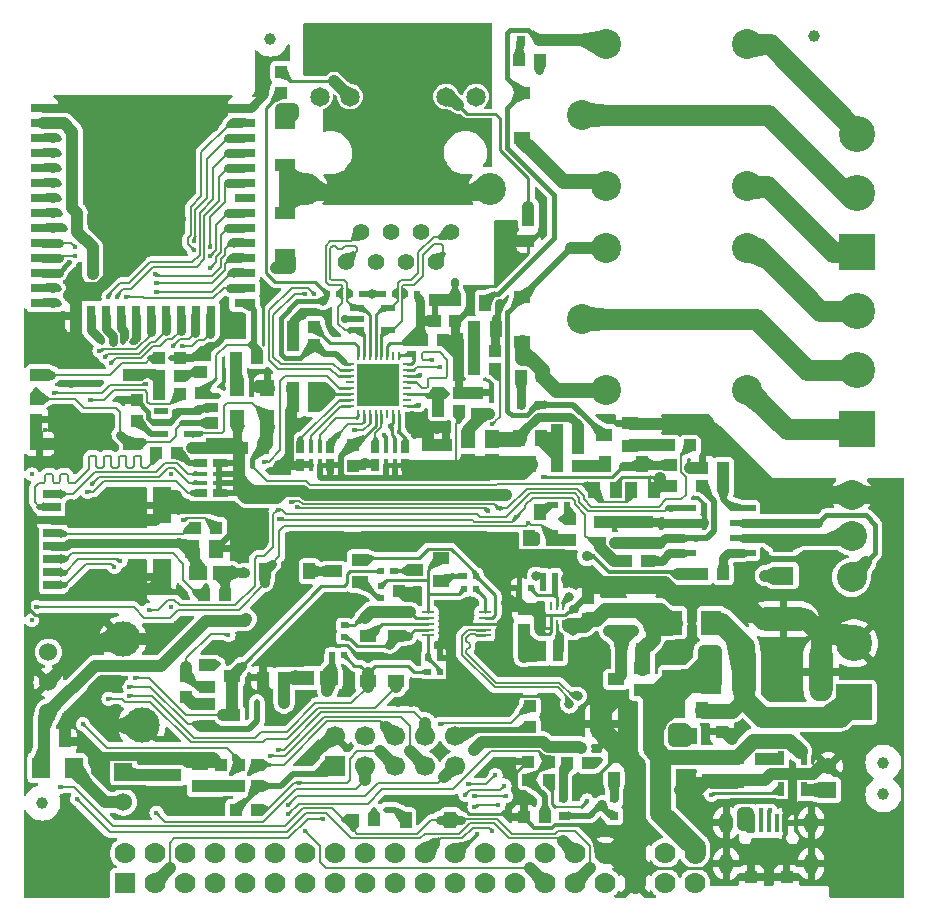
<source format=gbr>
%TF.GenerationSoftware,KiCad,Pcbnew,7.0.9-7.0.9~ubuntu22.04.1*%
%TF.CreationDate,2025-05-12T16:08:44+03:00*%
%TF.ProjectId,ESP32-EVB_Rev_L,45535033-322d-4455-9642-5f5265765f4c,L*%
%TF.SameCoordinates,PX425f360PY872a8a0*%
%TF.FileFunction,Copper,L1,Top*%
%TF.FilePolarity,Positive*%
%FSLAX46Y46*%
G04 Gerber Fmt 4.6, Leading zero omitted, Abs format (unit mm)*
G04 Created by KiCad (PCBNEW 7.0.9-7.0.9~ubuntu22.04.1) date 2025-05-12 16:08:44*
%MOMM*%
%LPD*%
G01*
G04 APERTURE LIST*
%TA.AperFunction,EtchedComponent*%
%ADD10C,0.508000*%
%TD*%
%TA.AperFunction,ComponentPad*%
%ADD11C,3.000000*%
%TD*%
%TA.AperFunction,ComponentPad*%
%ADD12C,1.524000*%
%TD*%
%TA.AperFunction,SMDPad,CuDef*%
%ADD13R,2.200000X0.600000*%
%TD*%
%TA.AperFunction,SMDPad,CuDef*%
%ADD14R,1.016000X0.635000*%
%TD*%
%TA.AperFunction,SMDPad,CuDef*%
%ADD15R,1.016000X0.381000*%
%TD*%
%TA.AperFunction,SMDPad,CuDef*%
%ADD16R,0.635000X1.016000*%
%TD*%
%TA.AperFunction,SMDPad,CuDef*%
%ADD17R,0.381000X1.016000*%
%TD*%
%TA.AperFunction,SMDPad,CuDef*%
%ADD18R,1.800000X0.800000*%
%TD*%
%TA.AperFunction,SMDPad,CuDef*%
%ADD19R,0.800000X1.800000*%
%TD*%
%TA.AperFunction,ComponentPad*%
%ADD20C,1.300000*%
%TD*%
%TA.AperFunction,ComponentPad*%
%ADD21C,2.000000*%
%TD*%
%TA.AperFunction,SMDPad,CuDef*%
%ADD22R,5.000000X5.000000*%
%TD*%
%TA.AperFunction,SMDPad,CuDef*%
%ADD23R,1.524000X1.016000*%
%TD*%
%TA.AperFunction,ComponentPad*%
%ADD24R,1.524000X1.524000*%
%TD*%
%TA.AperFunction,ComponentPad*%
%ADD25C,3.048000*%
%TD*%
%TA.AperFunction,ComponentPad*%
%ADD26R,3.048000X3.048000*%
%TD*%
%TA.AperFunction,ComponentPad*%
%ADD27C,1.200000*%
%TD*%
%TA.AperFunction,ComponentPad*%
%ADD28C,6.300000*%
%TD*%
%TA.AperFunction,ComponentPad*%
%ADD29R,1.778000X1.778000*%
%TD*%
%TA.AperFunction,ComponentPad*%
%ADD30C,1.778000*%
%TD*%
%TA.AperFunction,SMDPad,CuDef*%
%ADD31R,1.016000X1.016000*%
%TD*%
%TA.AperFunction,SMDPad,CuDef*%
%ADD32R,1.270000X1.524000*%
%TD*%
%TA.AperFunction,SMDPad,CuDef*%
%ADD33R,1.200000X1.400000*%
%TD*%
%TA.AperFunction,SMDPad,CuDef*%
%ADD34R,1.400000X1.000000*%
%TD*%
%TA.AperFunction,SMDPad,CuDef*%
%ADD35R,1.700000X2.000000*%
%TD*%
%TA.AperFunction,SMDPad,CuDef*%
%ADD36R,1.192000X1.746000*%
%TD*%
%TA.AperFunction,SMDPad,CuDef*%
%ADD37R,1.000000X1.400000*%
%TD*%
%TA.AperFunction,SMDPad,CuDef*%
%ADD38R,0.800000X0.800000*%
%TD*%
%TA.AperFunction,ComponentPad*%
%ADD39O,2.000000X5.000000*%
%TD*%
%TA.AperFunction,ComponentPad*%
%ADD40O,5.000000X2.000000*%
%TD*%
%TA.AperFunction,ComponentPad*%
%ADD41C,2.540000*%
%TD*%
%TA.AperFunction,SMDPad,CuDef*%
%ADD42R,0.800000X0.250000*%
%TD*%
%TA.AperFunction,SMDPad,CuDef*%
%ADD43R,0.250000X0.800000*%
%TD*%
%TA.AperFunction,ComponentPad*%
%ADD44C,0.700000*%
%TD*%
%TA.AperFunction,ComponentPad*%
%ADD45R,1.600000X1.600000*%
%TD*%
%TA.AperFunction,SMDPad,CuDef*%
%ADD46R,3.600000X3.600000*%
%TD*%
%TA.AperFunction,ComponentPad*%
%ADD47R,1.700000X1.700000*%
%TD*%
%TA.AperFunction,ComponentPad*%
%ADD48C,1.700000*%
%TD*%
%TA.AperFunction,SMDPad,CuDef*%
%ADD49R,1.500000X3.100000*%
%TD*%
%TA.AperFunction,SMDPad,CuDef*%
%ADD50C,0.400000*%
%TD*%
%TA.AperFunction,SMDPad,CuDef*%
%ADD51R,1.500000X0.800000*%
%TD*%
%TA.AperFunction,ComponentPad*%
%ADD52C,1.410000*%
%TD*%
%TA.AperFunction,ComponentPad*%
%ADD53C,1.650000*%
%TD*%
%TA.AperFunction,ComponentPad*%
%ADD54C,2.700000*%
%TD*%
%TA.AperFunction,SMDPad,CuDef*%
%ADD55R,1.778000X1.016000*%
%TD*%
%TA.AperFunction,SMDPad,CuDef*%
%ADD56R,1.778000X1.524000*%
%TD*%
%TA.AperFunction,SMDPad,CuDef*%
%ADD57R,1.524000X1.778000*%
%TD*%
%TA.AperFunction,SMDPad,CuDef*%
%ADD58R,1.524000X1.270000*%
%TD*%
%TA.AperFunction,SMDPad,CuDef*%
%ADD59R,1.778000X2.286000*%
%TD*%
%TA.AperFunction,SMDPad,CuDef*%
%ADD60R,0.550000X1.200000*%
%TD*%
%TA.AperFunction,SMDPad,CuDef*%
%ADD61R,1.200000X0.550000*%
%TD*%
%TA.AperFunction,ComponentPad*%
%ADD62R,1.400000X1.400000*%
%TD*%
%TA.AperFunction,ComponentPad*%
%ADD63C,1.400000*%
%TD*%
%TA.AperFunction,SMDPad,CuDef*%
%ADD64R,0.500000X0.550000*%
%TD*%
%TA.AperFunction,ComponentPad*%
%ADD65O,1.200000X1.800000*%
%TD*%
%TA.AperFunction,SMDPad,CuDef*%
%ADD66R,1.100000X1.000000*%
%TD*%
%TA.AperFunction,SMDPad,CuDef*%
%ADD67R,0.500000X1.650000*%
%TD*%
%TA.AperFunction,SMDPad,CuDef*%
%ADD68R,0.325000X1.650000*%
%TD*%
%TA.AperFunction,SMDPad,CuDef*%
%ADD69R,0.250000X0.700000*%
%TD*%
%TA.AperFunction,SMDPad,CuDef*%
%ADD70R,0.550000X0.500000*%
%TD*%
%TA.AperFunction,SMDPad,CuDef*%
%ADD71R,1.000000X0.250000*%
%TD*%
%TA.AperFunction,FiducialPad,Global*%
%ADD72C,1.000000*%
%TD*%
%TA.AperFunction,SMDPad,CuDef*%
%ADD73R,0.900000X1.800000*%
%TD*%
%TA.AperFunction,ViaPad*%
%ADD74C,0.900000*%
%TD*%
%TA.AperFunction,ViaPad*%
%ADD75C,1.000000*%
%TD*%
%TA.AperFunction,ViaPad*%
%ADD76C,0.450000*%
%TD*%
%TA.AperFunction,ViaPad*%
%ADD77C,0.700000*%
%TD*%
%TA.AperFunction,ViaPad*%
%ADD78C,0.800000*%
%TD*%
%TA.AperFunction,Conductor*%
%ADD79C,0.304800*%
%TD*%
%TA.AperFunction,Conductor*%
%ADD80C,0.254000*%
%TD*%
%TA.AperFunction,Conductor*%
%ADD81C,1.778000*%
%TD*%
%TA.AperFunction,Conductor*%
%ADD82C,0.203200*%
%TD*%
%TA.AperFunction,Conductor*%
%ADD83C,1.270000*%
%TD*%
%TA.AperFunction,Conductor*%
%ADD84C,0.508000*%
%TD*%
%TA.AperFunction,Conductor*%
%ADD85C,1.016000*%
%TD*%
%TA.AperFunction,Conductor*%
%ADD86C,0.406400*%
%TD*%
%TA.AperFunction,Conductor*%
%ADD87C,0.762000*%
%TD*%
%TA.AperFunction,Conductor*%
%ADD88C,0.660400*%
%TD*%
%TA.AperFunction,Conductor*%
%ADD89C,1.524000*%
%TD*%
%TA.AperFunction,Conductor*%
%ADD90C,0.355600*%
%TD*%
%TA.AperFunction,Conductor*%
%ADD91C,0.812800*%
%TD*%
G04 APERTURE END LIST*
D10*
%TO.C,R25*%
X35179000Y49538000D02*
X35179000Y50538000D01*
%TD*%
D11*
%TO.P,U7,0,MH*%
%TO.N,GND*%
X8713000Y22192000D03*
X10313000Y14892000D03*
D12*
%TO.P,U7,1,Vout*%
%TO.N,/GPI39{slash}IR_RECEIVE*%
X2413000Y21082000D03*
%TO.P,U7,2,GND*%
%TO.N,GND*%
X2413000Y18542000D03*
%TO.P,U7,3,VCC*%
%TO.N,+3.3V*%
X2413000Y16002000D03*
%TD*%
D13*
%TO.P,U6,1,TxD*%
%TO.N,/GPIO5{slash}CAN-TX*%
X56174000Y33274000D03*
%TO.P,U6,2,GND*%
%TO.N,GND*%
X56174000Y32004000D03*
%TO.P,U6,3,VDD*%
%TO.N,Net-(U6-VDD)*%
X56174000Y30734000D03*
%TO.P,U6,4,RxD*%
%TO.N,Net-(U6-RxD)*%
X56174000Y29464000D03*
%TO.P,U6,5,VIO*%
%TO.N,Net-(U6-VIO)*%
X61174000Y29464000D03*
%TO.P,U6,6,CANL*%
%TO.N,/CANL*%
X61174000Y30734000D03*
%TO.P,U6,7,CANH*%
%TO.N,/CANH*%
X61174000Y32004000D03*
%TO.P,U6,8,STBY*%
%TO.N,Net-(U6-STBY)*%
X61174000Y33274000D03*
%TD*%
D14*
%TO.P,RM1,1.1*%
%TO.N,/GPIO2{slash}HS2_DATA0*%
X15367000Y37084000D03*
%TO.P,RM1,1.2*%
%TO.N,+3.3V*%
X16891000Y37084000D03*
D15*
%TO.P,RM1,2.1*%
%TO.N,Net-(MICRO_SD1-DAT1{slash}RES)*%
X15367000Y36195000D03*
%TO.P,RM1,2.2*%
%TO.N,+3.3V*%
X16891000Y36195000D03*
%TO.P,RM1,3.1*%
%TO.N,Net-(MICRO_SD1-CD{slash}DAT3{slash}CS)*%
X15367000Y35433000D03*
%TO.P,RM1,3.2*%
%TO.N,+3.3V*%
X16891000Y35433000D03*
D14*
%TO.P,RM1,4.1*%
%TO.N,Net-(MICRO_SD1-DAT2{slash}RES)*%
X15367000Y34544000D03*
%TO.P,RM1,4.2*%
%TO.N,+3.3V*%
X16891000Y34544000D03*
%TD*%
D16*
%TO.P,RM2,1.1*%
%TO.N,GND*%
X23749000Y36957000D03*
%TO.P,RM2,1.2*%
%TO.N,/PHYAD1*%
X23749000Y38481000D03*
D17*
%TO.P,RM2,2.1*%
%TO.N,GND*%
X24638000Y36957000D03*
%TO.P,RM2,2.2*%
%TO.N,/PHYAD2*%
X24638000Y38481000D03*
%TO.P,RM2,3.1*%
%TO.N,+3.3VLAN*%
X25400000Y36957000D03*
%TO.P,RM2,3.2*%
%TO.N,/RMIISEL*%
X25400000Y38481000D03*
D16*
%TO.P,RM2,4.1*%
%TO.N,+3.3VLAN*%
X26289000Y36957000D03*
%TO.P,RM2,4.2*%
%TO.N,/GPIO26{slash}EMAC_RXD1(RMII)*%
X26289000Y38481000D03*
%TD*%
%TO.P,RM3,1.1*%
%TO.N,/GPIO18{slash}MDIO(RMII)*%
X32639000Y38481000D03*
%TO.P,RM3,1.2*%
%TO.N,+3.3VLAN*%
X32639000Y36957000D03*
D17*
%TO.P,RM3,2.1*%
%TO.N,/GPIO27{slash}EMAC_RX_CRS_DV*%
X31750000Y38481000D03*
%TO.P,RM3,2.2*%
%TO.N,+3.3VLAN*%
X31750000Y36957000D03*
%TO.P,RM3,3.1*%
%TO.N,/GPIO25{slash}EMAC_RXD0(RMII)*%
X30988000Y38481000D03*
%TO.P,RM3,3.2*%
%TO.N,+3.3VLAN*%
X30988000Y36957000D03*
D16*
%TO.P,RM3,4.1*%
%TO.N,/PHYAD0*%
X30099000Y38481000D03*
%TO.P,RM3,4.2*%
%TO.N,GND*%
X30099000Y36957000D03*
%TD*%
D18*
%TO.P,U3,1,GND*%
%TO.N,GND*%
X1814000Y67159000D03*
%TO.P,U3,2,3V3*%
%TO.N,+3.3V*%
X1814000Y65889000D03*
%TO.P,U3,3,EN*%
%TO.N,/ESP_EN*%
X1814000Y64619000D03*
%TO.P,U3,4,GPI36/SENSOR_VP/ADC_H/ADC1_CH0/RTC_GPIO0*%
%TO.N,/GPI36{slash}U1RXD*%
X1814000Y63349000D03*
%TO.P,U3,5,GPI39/SENSOR_VN/ADC1_CH3/ADC_H/RTC_GPIO3*%
%TO.N,/GPI39{slash}IR_RECEIVE*%
X1814000Y62079000D03*
%TO.P,U3,6,GPI34/ADC1_CH6/RTC_GPIO4*%
%TO.N,/GPI34{slash}BUT1*%
X1814000Y60809000D03*
%TO.P,U3,7,GPI35/ADC1_CH7/RTC_GPIO5*%
%TO.N,/GPI35{slash}CAN-RX*%
X1814000Y59539000D03*
%TO.P,U3,8,GPIO32/XTAL_32K_P/ADC1_CH4/TOUCH9/RTC_GPIO9*%
%TO.N,/GPIO32{slash}REL1*%
X1814000Y58269000D03*
%TO.P,U3,9,GPIO33/XTAL_32K_N/ADC1_CH5/TOUCH8/RTC_GPIO8*%
%TO.N,/GPIO33{slash}REL2*%
X1814000Y56999000D03*
%TO.P,U3,10,GPIO25/DAC_1/ADC2_CH8/RTC_GPIO6/EMAC_RXD0*%
%TO.N,/GPIO25{slash}EMAC_RXD0(RMII)*%
X1814000Y55729000D03*
%TO.P,U3,11,GPIO26/DAC_2/ADC2_CH9/RTC_GPIO7/EMAC_RXD1*%
%TO.N,/GPIO26{slash}EMAC_RXD1(RMII)*%
X1814000Y54459000D03*
%TO.P,U3,12,GPIO27/ADC2_CH7/TOUCH7/RTC_GPIO17/EMAC_RX_DV*%
%TO.N,/GPIO27{slash}EMAC_RX_CRS_DV*%
X1814000Y53189000D03*
%TO.P,U3,13,GPIO14/ADC2_CH6/TOUCH6/RTC_GPIO16/MTMS/HSPICLK/HS2_CLK/SD_CLK/EMAC_TXD2*%
%TO.N,/GPIO14{slash}HS2_CLK*%
X1814000Y51919000D03*
%TO.P,U3,14,GPIO12/ADC2_CH5/TOUCH5/RTC_GPIO15/MTDI/HSPIQ/HS2_DATA2/SD_DATA2/EMAC_TXD3*%
%TO.N,/GPIO12{slash}IR_Transmit*%
X1814000Y50649000D03*
D19*
%TO.P,U3,15,GND*%
%TO.N,GND*%
X4714000Y49549000D03*
%TO.P,U3,16,GPIO13/ADC2_CH4/TOUCH4/RTC_GPIO14/MTCK/HSPID/HS2_DATA3/SD_DATA3/EMAC_RX_ER*%
%TO.N,/GPIO13{slash}I2C-SDA*%
X5984000Y49549000D03*
%TO.P,U3,17,GPIO9/SD_DATA2/SPIHD/HS1_DATA2/U1RXD*%
%TO.N,/GPIO9{slash}SD_DATA2*%
X7254000Y49549000D03*
%TO.P,U3,18,GPIO10/SD_DATA3/SPIWP/HS1_DATA3/U1TXD*%
%TO.N,/GPIO10{slash}SD_DATA3*%
X8524000Y49549000D03*
%TO.P,U3,19,GPIO11/SD_CMD/SPICS0/HS1_CMD/U1RTS*%
%TO.N,/GPIO11{slash}SD_CMD*%
X9794000Y49549000D03*
%TO.P,U3,20,GPIO6/SD_CLK/SPICLK/HS1_CLK/U1CTS*%
%TO.N,/GPIO6{slash}SD_CLK*%
X11064000Y49549000D03*
%TO.P,U3,21,GPIO7/SD_DATA0/SPIQ/HS1_DATA0/U2RTS*%
%TO.N,/GPIO7{slash}SD_DATA0*%
X12334000Y49549000D03*
%TO.P,U3,22,GPIO8/SD_DATA1/SPID/HS1_DATA1/U2CTS*%
%TO.N,/GPIO8{slash}SD_DATA1*%
X13604000Y49549000D03*
%TO.P,U3,23,GPIO15/ADC2_CH3/TOUCH3/MTDO/HSPICS0/RTC_GPIO13/HS2_CMD/SD_CMD/EMAC_RXD3*%
%TO.N,/GPIO15{slash}HS2_CMD*%
X14874000Y49549000D03*
%TO.P,U3,24,GPIO2/ADC2_CH2/TOUCH2/RTC_GPIO12/HSPIWP/HS2_DATA0/SD_DATA0*%
%TO.N,/GPIO2{slash}HS2_DATA0*%
X16144000Y49549000D03*
D18*
%TO.P,U3,25,GPIO0/ADC2_CH1/TOUCH1/RTC_GPIO11/CLK_OUT1/EMAC_TX_CLK*%
%TO.N,/GPIO0{slash}XTAL1{slash}CLKIN*%
X19014000Y50649000D03*
%TO.P,U3,26,GPIO4/ADC2_CH0/TOUCH0/RTC_GPIO10/HSPIHD/HS2_DATA1/SD_DATA1/EMAC_TX_ER*%
%TO.N,/GPIO4{slash}U1TXD*%
X19014000Y51919000D03*
%TO.P,U3,27,GPIO16/HS1_DATA4/U2RXD/EMAC_CLK_OUT*%
%TO.N,/GPIO16{slash}I2C-SCL*%
X19014000Y53189000D03*
%TO.P,U3,28,GPIO17/HS1_DATA5/U2TXD/EMAC_CLK_OUT_180*%
%TO.N,/GPIO17{slash}SPI_CS*%
X19014000Y54459000D03*
%TO.P,U3,29,GPIO5/VSPICS0/HS1_DATA6/EMAC_RX_CLK*%
%TO.N,/GPIO5{slash}CAN-TX*%
X19014000Y55729000D03*
%TO.P,U3,30,GPIO18/VSPICLK/HS1_DATA7*%
%TO.N,/GPIO18{slash}MDIO(RMII)*%
X19014000Y56999000D03*
%TO.P,U3,31,GPIO19/VSPIQ/U0CTS/EMAC_TXD0*%
%TO.N,/GPIO19{slash}EMAC_TXD0(RMII)*%
X19014000Y58269000D03*
%TO.P,U3,32,NC*%
%TO.N,unconnected-(U3-NC-Pad32)*%
X19014000Y59539000D03*
%TO.P,U3,33,GPIO21/VSPIHD/EMAC_TX_EN*%
%TO.N,/GPIO21{slash}EMAC_TX_EN(RMII)*%
X19014000Y60809000D03*
%TO.P,U3,34,GPIO3/U0RXD/CLK_OUT2*%
%TO.N,/GPIO3{slash}U0RXD*%
X19014000Y62079000D03*
%TO.P,U3,35,GPIO1/U0TXD/CLK_OUT3/EMAC_RXD2*%
%TO.N,/GPIO1{slash}U0TXD*%
X19014000Y63349000D03*
%TO.P,U3,36,GPIO22/VSPIWP/U0RTS/EMAC_TXD1*%
%TO.N,/GPIO22{slash}EMAC_TXD1(RMII)*%
X19014000Y64619000D03*
%TO.P,U3,37,GPIO23/VSPID/HS1_STROBE*%
%TO.N,/GPIO23{slash}MDC(RMII)*%
X19014000Y65889000D03*
%TO.P,U3,38,GND*%
%TO.N,GND*%
X19014000Y67159000D03*
D20*
%TO.P,U3,39,THERMAL_PAD*%
X7614000Y61449000D03*
X7614000Y59649000D03*
X7614000Y57849000D03*
X9414000Y61449000D03*
D21*
X9414000Y59649000D03*
D22*
X9414000Y59649000D03*
D20*
X9414000Y57849000D03*
X11214000Y61449000D03*
X11214000Y59649000D03*
X11214000Y57849000D03*
%TD*%
D23*
%TO.P,BUT1,1*%
%TO.N,/BUT1*%
X9525000Y44577000D03*
%TO.P,BUT1,2*%
%TO.N,Net-(BUT1-Pad2)*%
X1651000Y44577000D03*
%TD*%
%TO.P,RST1,1*%
%TO.N,/ESP_EN*%
X9525000Y38735000D03*
%TO.P,RST1,2*%
%TO.N,GND*%
X1651000Y38735000D03*
%TD*%
D12*
%TO.P,LED3,1,A*%
%TO.N,Net-(LED3-A)*%
X8763000Y8382000D03*
D24*
%TO.P,LED3,2,K*%
%TO.N,Net-(LED3-K)*%
X8763000Y10922000D03*
%TD*%
D25*
%TO.P,PWR2,2*%
%TO.N,GND*%
X70612000Y21837000D03*
D26*
%TO.P,PWR2,1*%
%TO.N,/+5V_EXT*%
X70612000Y16837000D03*
%TD*%
D27*
%TO.P,MH2,GND1,GND1*%
%TO.N,GND*%
X68961000Y3810000D03*
X69723000Y5461000D03*
X69723000Y2032000D03*
X71374000Y6223000D03*
D28*
X71374000Y3810000D03*
D27*
X71374000Y1397000D03*
X73025000Y5461000D03*
X73025000Y2159000D03*
X73787000Y3810000D03*
%TD*%
%TO.P,MH3,GND1,GND1*%
%TO.N,GND*%
X1397000Y3810000D03*
X2159000Y5461000D03*
X2159000Y2032000D03*
X3810000Y6223000D03*
D28*
X3810000Y3810000D03*
D27*
X3810000Y1397000D03*
X5461000Y5461000D03*
X5461000Y2159000D03*
X6223000Y3810000D03*
%TD*%
D29*
%TO.P,EXT1,1,1*%
%TO.N,/GPIO0{slash}XTAL1{slash}CLKIN*%
X8890000Y1524000D03*
D30*
%TO.P,EXT1,2,2*%
%TO.N,/GPIO1{slash}U0TXD*%
X8890000Y4064000D03*
%TO.P,EXT1,3,3*%
%TO.N,/GPIO2{slash}HS2_DATA0*%
X11430000Y1524000D03*
%TO.P,EXT1,4,4*%
%TO.N,/GPIO3{slash}U0RXD*%
X11430000Y4064000D03*
%TO.P,EXT1,5,5*%
%TO.N,/GPIO4{slash}U1TXD*%
X13970000Y1524000D03*
%TO.P,EXT1,6,6*%
%TO.N,/GPIO5{slash}CAN-TX*%
X13970000Y4064000D03*
%TO.P,EXT1,7,7*%
%TO.N,/GPIO6{slash}SD_CLK*%
X16510000Y1524000D03*
%TO.P,EXT1,8,8*%
%TO.N,/GPIO7{slash}SD_DATA0*%
X16510000Y4064000D03*
%TO.P,EXT1,9,9*%
%TO.N,/GPIO8{slash}SD_DATA1*%
X19050000Y1524000D03*
%TO.P,EXT1,10,10*%
%TO.N,/GPIO9{slash}SD_DATA2*%
X19050000Y4064000D03*
%TO.P,EXT1,11,11*%
%TO.N,/GPIO10{slash}SD_DATA3*%
X21590000Y1524000D03*
%TO.P,EXT1,12,12*%
%TO.N,/GPIO11{slash}SD_CMD*%
X21590000Y4064000D03*
%TO.P,EXT1,13,13*%
%TO.N,/GPIO12{slash}IR_Transmit*%
X24130000Y1524000D03*
%TO.P,EXT1,14,14*%
%TO.N,/GPIO13{slash}I2C-SDA*%
X24130000Y4064000D03*
%TO.P,EXT1,15,15*%
%TO.N,/GPIO14{slash}HS2_CLK*%
X26670000Y1524000D03*
%TO.P,EXT1,16,16*%
%TO.N,/GPIO15{slash}HS2_CMD*%
X26670000Y4064000D03*
%TO.P,EXT1,17,17*%
%TO.N,/GPIO16{slash}I2C-SCL*%
X29210000Y1524000D03*
%TO.P,EXT1,18,18*%
%TO.N,/GPIO17{slash}SPI_CS*%
X29210000Y4064000D03*
%TO.P,EXT1,19,19*%
%TO.N,/GPIO18{slash}MDIO(RMII)*%
X31750000Y1524000D03*
%TO.P,EXT1,20,20*%
%TO.N,/GPIO19{slash}EMAC_TXD0(RMII)*%
X31750000Y4064000D03*
%TO.P,EXT1,21,21*%
%TO.N,/GPIO21{slash}EMAC_TX_EN(RMII)*%
X34290000Y1524000D03*
%TO.P,EXT1,22,22*%
%TO.N,/GPIO22{slash}EMAC_TXD1(RMII)*%
X34290000Y4064000D03*
%TO.P,EXT1,23,23*%
%TO.N,/GPIO23{slash}MDC(RMII)*%
X36830000Y1524000D03*
%TO.P,EXT1,24,24*%
%TO.N,/GPIO25{slash}EMAC_RXD0(RMII)*%
X36830000Y4064000D03*
%TO.P,EXT1,25,25*%
%TO.N,/GPIO26{slash}EMAC_RXD1(RMII)*%
X39370000Y1524000D03*
%TO.P,EXT1,26,26*%
%TO.N,/GPIO27{slash}EMAC_RX_CRS_DV*%
X39370000Y4064000D03*
%TO.P,EXT1,27,27*%
%TO.N,/GPIO32{slash}REL1*%
X41910000Y1524000D03*
%TO.P,EXT1,28,28*%
%TO.N,/GPIO33{slash}REL2*%
X41910000Y4064000D03*
%TO.P,EXT1,29,29*%
%TO.N,/GPI34{slash}BUT1*%
X44450000Y1524000D03*
%TO.P,EXT1,30,30*%
%TO.N,/GPI35{slash}CAN-RX*%
X44450000Y4064000D03*
%TO.P,EXT1,31,31*%
%TO.N,/GPI36{slash}U1RXD*%
X46990000Y1524000D03*
%TO.P,EXT1,32,32*%
%TO.N,/GPI39{slash}IR_RECEIVE*%
X46990000Y4064000D03*
%TO.P,EXT1,33,33*%
%TO.N,/ESP_EN*%
X49530000Y1524000D03*
%TO.P,EXT1,34,34*%
%TO.N,GND*%
X49530000Y4064000D03*
%TO.P,EXT1,35,35*%
X52070000Y1524000D03*
%TO.P,EXT1,36,36*%
X52070000Y4064000D03*
%TO.P,EXT1,37,37*%
%TO.N,+3.3V*%
X54610000Y1524000D03*
%TO.P,EXT1,38,38*%
X54610000Y4064000D03*
%TO.P,EXT1,39,39*%
%TO.N,+5V*%
X57150000Y1524000D03*
%TO.P,EXT1,40,40*%
X57150000Y4064000D03*
%TD*%
D31*
%TO.P,C5,1*%
%TO.N,GND*%
X20574000Y18923000D03*
%TO.P,C5,2*%
%TO.N,Net-(C5-Pad2)*%
X22352000Y18923000D03*
%TD*%
%TO.P,C8,1*%
%TO.N,+3.3VLAN*%
X36068000Y36830000D03*
%TO.P,C8,2*%
%TO.N,GND*%
X36068000Y38608000D03*
%TD*%
%TO.P,C9,1*%
%TO.N,+3.3VLAN*%
X34544000Y36830000D03*
%TO.P,C9,2*%
%TO.N,GND*%
X34544000Y38608000D03*
%TD*%
D32*
%TO.P,C10,1*%
%TO.N,Net-(MICRO_SD1-VDD)*%
X14605000Y29845000D03*
%TO.P,C10,2*%
%TO.N,GND*%
X16637000Y29845000D03*
%TD*%
D31*
%TO.P,C13,1*%
%TO.N,+3.3VLAN*%
X28194000Y38608000D03*
%TO.P,C13,2*%
%TO.N,GND*%
X28194000Y36830000D03*
%TD*%
%TO.P,C15,1*%
%TO.N,/VDD1A-2A*%
X24892000Y47117000D03*
%TO.P,C15,2*%
%TO.N,GND*%
X23114000Y47117000D03*
%TD*%
%TO.P,C16,1*%
%TO.N,/VDDCR*%
X24892000Y41910000D03*
%TO.P,C16,2*%
%TO.N,GND*%
X23114000Y41910000D03*
%TD*%
%TO.P,C17,1*%
%TO.N,/VDDCR*%
X24892000Y43434000D03*
%TO.P,C17,2*%
%TO.N,GND*%
X23114000Y43434000D03*
%TD*%
%TO.P,C18,1*%
%TO.N,GND*%
X37211000Y43053000D03*
%TO.P,C18,2*%
%TO.N,Net-(U4-NRST)*%
X35433000Y43053000D03*
%TD*%
D26*
%TO.P,CON1,1*%
%TO.N,Net-(CON1-Pad1)*%
X70904000Y39958000D03*
D25*
%TO.P,CON1,2*%
%TO.N,Net-(CON1-Pad2)*%
X70904000Y44958000D03*
%TO.P,CON1,3*%
%TO.N,Net-(CON1-Pad3)*%
X70904000Y49958000D03*
%TD*%
D26*
%TO.P,CON2,1*%
%TO.N,Net-(CON2-Pad1)*%
X70904000Y54958000D03*
D25*
%TO.P,CON2,2*%
%TO.N,Net-(CON2-Pad2)*%
X70904000Y59958000D03*
%TO.P,CON2,3*%
%TO.N,Net-(CON2-Pad3)*%
X70904000Y64958000D03*
%TD*%
D33*
%TO.P,CR1,1,E/D*%
%TO.N,/OSC_DIS*%
X20955000Y40894000D03*
%TO.P,CR1,2,VSS*%
%TO.N,GND*%
X20955000Y43434000D03*
%TO.P,CR1,3,OUT*%
%TO.N,Net-(CR1-OUT)*%
X18415000Y43434000D03*
%TO.P,CR1,4,VDD*%
%TO.N,+3.3V*%
X18415000Y40894000D03*
%TD*%
D34*
%TO.P,D1,1,K*%
%TO.N,+5V*%
X42545000Y47376000D03*
%TO.P,D1,2,A*%
%TO.N,Net-(D1-A)*%
X42545000Y51176000D03*
%TD*%
%TO.P,D3,1,K*%
%TO.N,+5V*%
X42545000Y64648000D03*
%TO.P,D3,2,A*%
%TO.N,Net-(D3-A)*%
X42545000Y68448000D03*
%TD*%
D35*
%TO.P,D4,1,K*%
%TO.N,Net-(D4-K)*%
X55245000Y23582000D03*
D36*
X55245000Y23455000D03*
%TO.P,D4,2,A*%
%TO.N,+5V*%
X55245000Y18709000D03*
D35*
X55245000Y18582000D03*
%TD*%
D37*
%TO.P,D5,1,K*%
%TO.N,Net-(D5-K)*%
X32644000Y6858000D03*
%TO.P,D5,2,A*%
%TO.N,/GPI36{slash}U1RXD*%
X36444000Y6858000D03*
%TD*%
D34*
%TO.P,FET1,1*%
%TO.N,+5V*%
X52669440Y17846040D03*
%TO.P,FET1,2*%
%TO.N,Net-(D4-K)*%
X52669440Y19748500D03*
%TO.P,FET1,3*%
%TO.N,Net-(U1-VBAT)*%
X50459640Y18793460D03*
%TD*%
D32*
%TO.P,L3,1,1*%
%TO.N,+3.3VLAN*%
X37973000Y37084000D03*
%TO.P,L3,2,2*%
%TO.N,/VDD1A-2A*%
X37973000Y39116000D03*
%TD*%
D38*
%TO.P,LED1,1,K*%
%TO.N,Net-(D1-A)*%
X43942000Y42037000D03*
%TO.P,LED1,2,A*%
%TO.N,Net-(LED1-A)*%
X42418000Y42037000D03*
%TD*%
%TO.P,LED2,1,K*%
%TO.N,Net-(D3-A)*%
X43942000Y72898000D03*
%TO.P,LED2,2,A*%
%TO.N,Net-(LED2-A)*%
X42418000Y72898000D03*
%TD*%
D39*
%TO.P,PWR1,+,+*%
%TO.N,/+5V_EXT*%
X61341000Y19413000D03*
%TO.P,PWR1,-,-*%
%TO.N,GND*%
X67841000Y19413000D03*
D40*
X64641000Y23863000D03*
%TD*%
D34*
%TO.P,Q1,1,B*%
%TO.N,Net-(Q1-B)*%
X51653440Y38547040D03*
%TO.P,Q1,2,E*%
%TO.N,GND*%
X51653440Y40449500D03*
%TO.P,Q1,3,C*%
%TO.N,Net-(D1-A)*%
X49443640Y39494460D03*
%TD*%
D37*
%TO.P,Q2,1,B*%
%TO.N,Net-(Q2-B)*%
X38420040Y48422560D03*
%TO.P,Q2,2,E*%
%TO.N,GND*%
X40322500Y48422560D03*
%TO.P,Q2,3,C*%
%TO.N,Net-(D3-A)*%
X39367460Y50632360D03*
%TD*%
D31*
%TO.P,R3,1*%
%TO.N,+5V*%
X44196000Y44450000D03*
%TO.P,R3,2*%
%TO.N,Net-(LED1-A)*%
X42418000Y44450000D03*
%TD*%
%TO.P,R5,1*%
%TO.N,/GPIO33{slash}REL2*%
X40259000Y45085000D03*
%TO.P,R5,2*%
%TO.N,Net-(Q2-B)*%
X38481000Y45085000D03*
%TD*%
%TO.P,R6,1*%
%TO.N,GND*%
X40259000Y46609000D03*
%TO.P,R6,2*%
%TO.N,Net-(Q2-B)*%
X38481000Y46609000D03*
%TD*%
%TO.P,R11,1*%
%TO.N,+5V*%
X44069000Y71247000D03*
%TO.P,R11,2*%
%TO.N,Net-(LED2-A)*%
X42291000Y71247000D03*
%TD*%
%TO.P,R14,1*%
%TO.N,Net-(BUT1-Pad2)*%
X11811000Y45974000D03*
%TO.P,R14,2*%
%TO.N,GND*%
X13589000Y45974000D03*
%TD*%
%TO.P,R16,1*%
%TO.N,/GPIO2{slash}HS2_DATA0*%
X13335000Y37973000D03*
%TO.P,R16,2*%
%TO.N,Net-(MICRO_SD1-DAT0{slash}DO)*%
X11557000Y37973000D03*
%TD*%
%TO.P,R18,1*%
%TO.N,Net-(C5-Pad2)*%
X18288000Y7747000D03*
%TO.P,R18,2*%
%TO.N,/GPIO16{slash}I2C-SCL*%
X20066000Y7747000D03*
%TD*%
%TO.P,R21,1*%
%TO.N,Net-(C5-Pad2)*%
X20066000Y9779000D03*
%TO.P,R21,2*%
%TO.N,/GPIO13{slash}I2C-SDA*%
X20066000Y11557000D03*
%TD*%
%TO.P,R23,1*%
%TO.N,Net-(C5-Pad2)*%
X29972000Y6858000D03*
%TO.P,R23,2*%
%TO.N,/GPI36{slash}U1RXD*%
X28194000Y6858000D03*
%TD*%
%TO.P,R26,1*%
%TO.N,/VDD1A-2A*%
X22098000Y68453000D03*
%TO.P,R26,2*%
%TO.N,Net-(LAN1-AG)*%
X22098000Y70231000D03*
%TD*%
%TO.P,R27,1*%
%TO.N,Net-(LAN1-KY)*%
X43053000Y57658000D03*
%TO.P,R27,2*%
%TO.N,GND*%
X43053000Y55880000D03*
%TD*%
%TO.P,R29,1*%
%TO.N,+3.3V*%
X17399000Y25908000D03*
%TO.P,R29,2*%
%TO.N,/GPIO15{slash}HS2_CMD*%
X15621000Y25908000D03*
%TD*%
%TO.P,R34,1*%
%TO.N,+3.3V*%
X18796000Y38354000D03*
%TO.P,R34,2*%
%TO.N,/OSC_DIS*%
X20574000Y38354000D03*
%TD*%
%TO.P,R36,1*%
%TO.N,Net-(CR1-OUT)*%
X18288000Y45974000D03*
%TO.P,R36,2*%
%TO.N,/GPIO0{slash}XTAL1{slash}CLKIN*%
X20066000Y45974000D03*
%TD*%
%TO.P,R38,1*%
%TO.N,Net-(U4-NRST)*%
X35433000Y41529000D03*
%TO.P,R38,2*%
%TO.N,+3.3VLAN*%
X37211000Y41529000D03*
%TD*%
%TO.P,R39,1*%
%TO.N,Net-(U4-RBIAS)*%
X24892000Y48641000D03*
%TO.P,R39,2*%
%TO.N,GND*%
X23114000Y48641000D03*
%TD*%
D41*
%TO.P,REL1,NO0*%
%TO.N,Net-(CON1-Pad1)*%
X61580000Y43276000D03*
%TO.P,REL1,NC0*%
%TO.N,Net-(CON1-Pad3)*%
X61580000Y55276000D03*
%TO.P,REL1,COM0*%
%TO.N,Net-(CON1-Pad2)*%
X47580000Y49276000D03*
%TO.P,REL1,2*%
%TO.N,Net-(D1-A)*%
X49580000Y55276000D03*
%TO.P,REL1,1*%
%TO.N,+5V*%
X49580000Y43276000D03*
%TD*%
%TO.P,REL2,1*%
%TO.N,+5V*%
X49580000Y60548000D03*
%TO.P,REL2,2*%
%TO.N,Net-(D3-A)*%
X49580000Y72548000D03*
%TO.P,REL2,COM0*%
%TO.N,Net-(CON2-Pad2)*%
X47580000Y66548000D03*
%TO.P,REL2,NC0*%
%TO.N,Net-(CON2-Pad3)*%
X61580000Y72548000D03*
%TO.P,REL2,NO0*%
%TO.N,Net-(CON2-Pad1)*%
X61580000Y60548000D03*
%TD*%
D42*
%TO.P,U4,1,VDD2A*%
%TO.N,/VDD1A-2A*%
X27903000Y45438000D03*
%TO.P,U4,2,LED2/NINTSEL*%
%TO.N,Net-(LAN1-KG)*%
X27903000Y44938000D03*
%TO.P,U4,3,LED1/REGOFF*%
%TO.N,Net-(LAN1-AY)*%
X27903000Y44438000D03*
%TO.P,U4,4,XTAL2*%
%TO.N,unconnected-(U4-XTAL2-Pad4)*%
X27903000Y43938000D03*
%TO.P,U4,5,XTAL1/CLKIN*%
%TO.N,/GPIO0{slash}XTAL1{slash}CLKIN*%
X27903000Y43438000D03*
%TO.P,U4,6,VDDCR*%
%TO.N,/VDDCR*%
X27903000Y42938000D03*
%TO.P,U4,7,RXCLK/PHYAD1*%
%TO.N,/PHYAD1*%
X27903000Y42438000D03*
%TO.P,U4,8,RXD3/PHYAD2*%
%TO.N,/PHYAD2*%
X27903000Y41938000D03*
D43*
%TO.P,U4,9,RXD2/RMIISEL*%
%TO.N,/RMIISEL*%
X28603000Y41238000D03*
%TO.P,U4,10,RXD1/MODE1*%
%TO.N,/GPIO26{slash}EMAC_RXD1(RMII)*%
X29103000Y41238000D03*
%TO.P,U4,11,RXD0/MODE0*%
%TO.N,/GPIO25{slash}EMAC_RXD0(RMII)*%
X29603000Y41238000D03*
%TO.P,U4,12,VDDIO*%
%TO.N,+3.3VLAN*%
X30103000Y41238000D03*
%TO.P,U4,13,RXER/RXD4/PHYAD0*%
%TO.N,/PHYAD0*%
X30603000Y41238000D03*
%TO.P,U4,14,CRS*%
%TO.N,unconnected-(U4-CRS-Pad14)*%
X31103000Y41238000D03*
%TO.P,U4,15,COL/CRS_DV/MODE2*%
%TO.N,/GPIO27{slash}EMAC_RX_CRS_DV*%
X31603000Y41238000D03*
%TO.P,U4,16,MDIO*%
%TO.N,/GPIO18{slash}MDIO(RMII)*%
X32103000Y41238000D03*
D42*
%TO.P,U4,17,MDC*%
%TO.N,/GPIO23{slash}MDC(RMII)*%
X32803000Y41938000D03*
%TO.P,U4,18,NINT/TXER/TXD4*%
%TO.N,unconnected-(U4-NINT{slash}TXER{slash}TXD4-Pad18)*%
X32803000Y42438000D03*
%TO.P,U4,19,NRST*%
%TO.N,Net-(U4-NRST)*%
X32803000Y42938000D03*
%TO.P,U4,20,TXCLK*%
%TO.N,unconnected-(U4-TXCLK-Pad20)*%
X32803000Y43438000D03*
%TO.P,U4,21,TXEN*%
%TO.N,/GPIO21{slash}EMAC_TX_EN(RMII)*%
X32803000Y43938000D03*
%TO.P,U4,22,TXD0*%
%TO.N,/GPIO19{slash}EMAC_TXD0(RMII)*%
X32803000Y44438000D03*
%TO.P,U4,23,TXD1*%
%TO.N,/GPIO22{slash}EMAC_TXD1(RMII)*%
X32803000Y44938000D03*
%TO.P,U4,24,TXD2*%
%TO.N,GND*%
X32803000Y45438000D03*
D43*
%TO.P,U4,25,TXD3*%
X32103000Y46138000D03*
%TO.P,U4,26,RXDV*%
%TO.N,unconnected-(U4-RXDV-Pad26)*%
X31603000Y46138000D03*
%TO.P,U4,27,VDD1A*%
%TO.N,/VDD1A-2A*%
X31103000Y46138000D03*
%TO.P,U4,28,TXN*%
%TO.N,/TXN-*%
X30603000Y46138000D03*
%TO.P,U4,29,TXP*%
%TO.N,/TXP+*%
X30103000Y46138000D03*
%TO.P,U4,30,RXN*%
%TO.N,/RXN-*%
X29603000Y46138000D03*
%TO.P,U4,31,RXP*%
%TO.N,/RXP+*%
X29103000Y46138000D03*
%TO.P,U4,32,RBIAS*%
%TO.N,Net-(U4-RBIAS)*%
X28603000Y46138000D03*
D44*
%TO.P,U4,33,GND*%
%TO.N,GND*%
X30853000Y44988000D03*
X29853000Y44988000D03*
X31653000Y44188000D03*
X29053000Y44188000D03*
D45*
X30353000Y43688000D03*
D46*
X30353000Y43688000D03*
D44*
X31653000Y43188000D03*
X29053000Y43188000D03*
X30853000Y42388000D03*
X29853000Y42388000D03*
%TD*%
D47*
%TO.P,UEXT1,1,1*%
%TO.N,Net-(C5-Pad2)*%
X26670000Y11430000D03*
D48*
%TO.P,UEXT1,2,2*%
%TO.N,GND*%
X26670000Y13970000D03*
%TO.P,UEXT1,3,3*%
%TO.N,/GPIO4{slash}U1TXD*%
X29210000Y11430000D03*
%TO.P,UEXT1,4,4*%
%TO.N,Net-(D5-K)*%
X29210000Y13970000D03*
%TO.P,UEXT1,5,5*%
%TO.N,/GPIO16{slash}I2C-SCL*%
X31750000Y11430000D03*
%TO.P,UEXT1,6,6*%
%TO.N,/GPIO13{slash}I2C-SDA*%
X31750000Y13970000D03*
%TO.P,UEXT1,7,7*%
%TO.N,/GPIO15{slash}HS2_CMD*%
X34290000Y11430000D03*
%TO.P,UEXT1,8,8*%
%TO.N,/GPIO2{slash}HS2_DATA0*%
X34290000Y13970000D03*
%TO.P,UEXT1,9,9*%
%TO.N,/GPIO14{slash}HS2_CLK*%
X36830000Y11430000D03*
%TO.P,UEXT1,10,10*%
%TO.N,/GPIO17{slash}SPI_CS*%
X36830000Y13970000D03*
%TD*%
D49*
%TO.P,MICRO_SD1,SH2,PACK2*%
%TO.N,GND*%
X11981000Y27457000D03*
%TO.P,MICRO_SD1,SH1,PACK1*%
X11981000Y33517000D03*
D50*
%TO.P,MICRO_SD1,FID4*%
%TO.N,N/C*%
X1011000Y36147000D03*
%TO.P,MICRO_SD1,FID3*%
X12811000Y36147000D03*
%TO.P,MICRO_SD1,FID2*%
X12811000Y24877000D03*
%TO.P,MICRO_SD1,FID1*%
X1011000Y23787000D03*
D51*
%TO.P,MICRO_SD1,8,DAT1/RES*%
%TO.N,Net-(MICRO_SD1-DAT1{slash}RES)*%
X2731000Y34457000D03*
%TO.P,MICRO_SD1,7,DAT0/DO*%
%TO.N,Net-(MICRO_SD1-DAT0{slash}DO)*%
X2731000Y33357000D03*
%TO.P,MICRO_SD1,6,VSS*%
%TO.N,GND*%
X2731000Y32257000D03*
%TO.P,MICRO_SD1,5,CLK/SCLK*%
%TO.N,Net-(MICRO_SD1-CLK{slash}SCLK)*%
X2731000Y31157000D03*
%TO.P,MICRO_SD1,4,VDD*%
%TO.N,Net-(MICRO_SD1-VDD)*%
X2731000Y30057000D03*
%TO.P,MICRO_SD1,3,CMD/DI*%
%TO.N,/GPIO15{slash}HS2_CMD*%
X2731000Y28957000D03*
%TO.P,MICRO_SD1,2,CD/DAT3/CS*%
%TO.N,Net-(MICRO_SD1-CD{slash}DAT3{slash}CS)*%
X2731000Y27857000D03*
%TO.P,MICRO_SD1,1,DAT2/RES*%
%TO.N,Net-(MICRO_SD1-DAT2{slash}RES)*%
X2731000Y26757000D03*
%TD*%
D52*
%TO.P,LAN1,1,TD+*%
%TO.N,/TXP+*%
X36459000Y56673000D03*
%TO.P,LAN1,2,TD-*%
%TO.N,/TXN-*%
X35189000Y54133000D03*
%TO.P,LAN1,3,COM*%
%TO.N,Net-(LAN1-COM)*%
X33919000Y56673000D03*
%TO.P,LAN1,4*%
%TO.N,N/C*%
X32649000Y54133000D03*
%TO.P,LAN1,5*%
X31379000Y56673000D03*
%TO.P,LAN1,6,NC*%
%TO.N,Net-(LAN1-COM)*%
X30109000Y54133000D03*
%TO.P,LAN1,7,RD+*%
%TO.N,/RXP+*%
X28839000Y56673000D03*
%TO.P,LAN1,8,RD-*%
%TO.N,/RXN-*%
X27569000Y54133000D03*
D53*
%TO.P,LAN1,AG1,AG*%
%TO.N,Net-(LAN1-AG)*%
X27934000Y68121500D03*
%TO.P,LAN1,AY1,AY*%
%TO.N,Net-(LAN1-AY)*%
X38614000Y68121500D03*
D54*
%TO.P,LAN1,GND1,GND1*%
%TO.N,Net-(C19-Pad1)*%
X39804000Y60323000D03*
%TO.P,LAN1,GND2,GND2*%
X24204000Y60323000D03*
D53*
%TO.P,LAN1,KG1,KG*%
%TO.N,Net-(LAN1-KG)*%
X25394000Y68121500D03*
%TO.P,LAN1,KY1,KY*%
%TO.N,Net-(LAN1-KY)*%
X36074000Y68121500D03*
%TD*%
D55*
%TO.P,C19,1*%
%TO.N,Net-(C19-Pad1)*%
X22479000Y58293000D03*
%TO.P,C19,2*%
%TO.N,GND*%
X22479000Y54737000D03*
%TD*%
%TO.P,C20,1*%
%TO.N,Net-(C19-Pad1)*%
X22479000Y62357000D03*
%TO.P,C20,2*%
%TO.N,GND*%
X22479000Y65913000D03*
%TD*%
D31*
%TO.P,R4,1*%
%TO.N,Net-(PWRLED1-K)*%
X50292000Y10414000D03*
%TO.P,R4,2*%
%TO.N,GND*%
X50292000Y12192000D03*
%TD*%
%TO.P,C25,1*%
%TO.N,GND*%
X51562000Y32131000D03*
%TO.P,C25,2*%
%TO.N,Net-(U6-VDD)*%
X51562000Y30353000D03*
%TD*%
%TO.P,C27,1*%
%TO.N,+3.3V*%
X2032000Y13589000D03*
%TO.P,C27,2*%
%TO.N,GND*%
X3810000Y13589000D03*
%TD*%
D41*
%TO.P,CAN1,1*%
%TO.N,GND*%
X70404000Y34417000D03*
%TO.P,CAN1,2*%
%TO.N,/CANL*%
X70404000Y30917000D03*
%TO.P,CAN1,3*%
%TO.N,/CANH*%
X70404000Y27417000D03*
%TD*%
D35*
%TO.P,D6,1,K*%
%TO.N,+5V*%
X58547000Y18582000D03*
D36*
X58547000Y18709000D03*
%TO.P,D6,2,A*%
%TO.N,/+5V_EXT*%
X58547000Y23455000D03*
D35*
X58547000Y23582000D03*
%TD*%
D37*
%TO.P,FET2,1*%
%TO.N,/+5V_EXT*%
X57718960Y16220440D03*
%TO.P,FET2,2*%
%TO.N,+5V*%
X55816500Y16220440D03*
%TO.P,FET2,3*%
%TO.N,/+5V_USB*%
X56771540Y14010640D03*
%TD*%
D34*
%TO.P,Q7,1,B*%
%TO.N,Net-(Q7-B)*%
X15204440Y9718040D03*
%TO.P,Q7,2,E*%
%TO.N,GND*%
X15204440Y11620500D03*
%TO.P,Q7,3,C*%
%TO.N,Net-(LED3-K)*%
X12994640Y10665460D03*
%TD*%
D31*
%TO.P,R30,1*%
%TO.N,/+5V_EXT*%
X59436000Y16129000D03*
%TO.P,R30,2*%
%TO.N,GND*%
X59436000Y14351000D03*
%TD*%
%TO.P,R45,1*%
%TO.N,+3.3V*%
X13589000Y44450000D03*
%TO.P,R45,2*%
%TO.N,/BUT1*%
X11811000Y44450000D03*
%TD*%
D56*
%TO.P,R47,1*%
%TO.N,Net-(CAN_T1-Pad1)*%
X64643000Y27559000D03*
%TO.P,R47,2*%
%TO.N,/CANL*%
X64643000Y30353000D03*
%TD*%
D31*
%TO.P,R48,1*%
%TO.N,Net-(U6-STBY)*%
X59563000Y35179000D03*
%TO.P,R48,2*%
%TO.N,Net-(U6-VDD)*%
X57785000Y35179000D03*
%TD*%
%TO.P,R49,1*%
%TO.N,Net-(U6-STBY)*%
X59563000Y36703000D03*
%TO.P,R49,2*%
%TO.N,GND*%
X57785000Y36703000D03*
%TD*%
D57*
%TO.P,R53,1*%
%TO.N,+3.3V*%
X1778000Y11303000D03*
%TO.P,R53,2*%
%TO.N,Net-(LED3-A)*%
X4572000Y11303000D03*
%TD*%
D31*
%TO.P,R54,1*%
%TO.N,/GPIO0{slash}XTAL1{slash}CLKIN*%
X15367000Y43053000D03*
%TO.P,R54,2*%
%TO.N,+3.3V*%
X15367000Y44831000D03*
%TD*%
%TO.P,R55,1*%
%TO.N,/GPIO12{slash}IR_Transmit*%
X18542000Y11557000D03*
%TO.P,R55,2*%
%TO.N,Net-(Q7-B)*%
X18542000Y9779000D03*
%TD*%
%TO.P,R56,1*%
%TO.N,GND*%
X17018000Y11557000D03*
%TO.P,R56,2*%
%TO.N,Net-(Q7-B)*%
X17018000Y9779000D03*
%TD*%
D58*
%TO.P,C3,1*%
%TO.N,Net-(D4-K)*%
X52578000Y24638000D03*
%TO.P,C3,2*%
%TO.N,GND*%
X52578000Y26670000D03*
%TD*%
D31*
%TO.P,R44,1*%
%TO.N,/OSC_DIS*%
X14097000Y19050000D03*
%TO.P,R44,2*%
%TO.N,Net-(U9-A1)*%
X14097000Y17272000D03*
%TD*%
D59*
%TO.P,D2,1,K*%
%TO.N,+5V*%
X53612000Y14986000D03*
%TO.P,D2,2,A*%
%TO.N,GND*%
X49258000Y14986000D03*
%TD*%
D31*
%TO.P,C29,1*%
%TO.N,+3.3V*%
X47244000Y39878000D03*
%TO.P,C29,2*%
%TO.N,Net-(C29-Pad2)*%
X45466000Y39878000D03*
%TD*%
%TO.P,R50,1*%
%TO.N,Net-(FET4-D)*%
X47244000Y36830000D03*
%TO.P,R50,2*%
%TO.N,Net-(C29-Pad2)*%
X45466000Y36830000D03*
%TD*%
%TO.P,R51,1*%
%TO.N,+3.3V*%
X47244000Y38354000D03*
%TO.P,R51,2*%
%TO.N,Net-(C29-Pad2)*%
X45466000Y38354000D03*
%TD*%
%TO.P,C12,1*%
%TO.N,/VDD1A-2A*%
X38735000Y41275000D03*
%TO.P,C12,2*%
%TO.N,GND*%
X38735000Y43053000D03*
%TD*%
D37*
%TO.P,FET3,1*%
%TO.N,Net-(C29-Pad2)*%
X44129960Y39207440D03*
%TO.P,FET3,2*%
%TO.N,+3.3V*%
X42227500Y39207440D03*
%TO.P,FET3,3*%
%TO.N,+3.3VLAN*%
X43182540Y36997640D03*
%TD*%
D32*
%TO.P,L5,1,1*%
%TO.N,+3.3V*%
X40005000Y39116000D03*
%TO.P,L5,2,2*%
%TO.N,+3.3VLAN*%
X40005000Y37084000D03*
%TD*%
D31*
%TO.P,R2,1*%
%TO.N,GND*%
X53340000Y40386000D03*
%TO.P,R2,2*%
%TO.N,Net-(Q1-B)*%
X53340000Y38608000D03*
%TD*%
D60*
%TO.P,U1,1,CHRGb*%
%TO.N,Net-(U1-CHRGb)*%
X64455000Y9495000D03*
%TO.P,U1,2,GND*%
%TO.N,GND*%
X65405000Y9495000D03*
%TO.P,U1,3,VBAT*%
%TO.N,Net-(U1-VBAT)*%
X66355000Y9495000D03*
%TO.P,U1,4,VCC*%
%TO.N,+5V*%
X66355000Y12095000D03*
%TO.P,U1,5,PROG*%
%TO.N,Net-(U1-PROG)*%
X64455000Y12095000D03*
%TD*%
D31*
%TO.P,R8,1*%
%TO.N,GND*%
X62738000Y10287000D03*
%TO.P,R8,2*%
%TO.N,Net-(U1-PROG)*%
X62738000Y12065000D03*
%TD*%
D58*
%TO.P,C1,1*%
%TO.N,+5V*%
X58547000Y12192000D03*
%TO.P,C1,2*%
%TO.N,GND*%
X58547000Y10160000D03*
%TD*%
%TO.P,C2,1*%
%TO.N,+5V*%
X60579000Y12192000D03*
%TO.P,C2,2*%
%TO.N,GND*%
X60579000Y10160000D03*
%TD*%
D31*
%TO.P,C14,1*%
%TO.N,/VDD1A-2A*%
X34036000Y47498000D03*
%TO.P,C14,2*%
%TO.N,GND*%
X35814000Y47498000D03*
%TD*%
%TO.P,R10,1*%
%TO.N,Net-(BAT/BUT1-Pad3)*%
X44831000Y11811000D03*
%TO.P,R10,2*%
%TO.N,GND*%
X43053000Y11811000D03*
%TD*%
%TO.P,R9,1*%
%TO.N,Net-(U1-VBAT)*%
X44831000Y10287000D03*
%TO.P,R9,2*%
%TO.N,Net-(BAT/BUT1-Pad3)*%
X43053000Y10287000D03*
%TD*%
%TO.P,C30,1*%
%TO.N,Net-(BAT/BUT1-Pad3)*%
X44450000Y7112000D03*
%TO.P,C30,2*%
%TO.N,GND*%
X42672000Y7112000D03*
%TD*%
D34*
%TO.P,U9,1,A1*%
%TO.N,Net-(U9-A1)*%
X15791000Y16698000D03*
%TO.P,U9,2,A2*%
%TO.N,/GPIO0{slash}XTAL1{slash}CLKIN*%
X15791000Y14798000D03*
%TO.P,U9,3,CC*%
%TO.N,/D_Com*%
X17991000Y15748000D03*
%TD*%
D31*
%TO.P,R24,1*%
%TO.N,+3.3V*%
X16256000Y38735000D03*
%TO.P,R24,2*%
%TO.N,/ESP_EN*%
X16256000Y40513000D03*
%TD*%
%TO.P,C28,1*%
%TO.N,Net-(U8-CT)*%
X9906000Y40640000D03*
%TO.P,C28,2*%
%TO.N,GND*%
X9906000Y42418000D03*
%TD*%
%TO.P,C26,1*%
%TO.N,GND*%
X53086000Y32131000D03*
%TO.P,C26,2*%
%TO.N,Net-(U6-VDD)*%
X53086000Y30353000D03*
%TD*%
D58*
%TO.P,L1,1,1*%
%TO.N,+3.3V*%
X26162000Y18923000D03*
%TO.P,L1,2,2*%
%TO.N,Net-(C5-Pad2)*%
X24130000Y18923000D03*
%TD*%
D31*
%TO.P,R17,1*%
%TO.N,Net-(U1-VBAT)*%
X50927000Y21336000D03*
%TO.P,R17,2*%
%TO.N,Net-(D4-K)*%
X52705000Y21336000D03*
%TD*%
%TO.P,R22,1*%
%TO.N,Net-(C5-Pad2)*%
X43180000Y16510000D03*
%TO.P,R22,2*%
%TO.N,/GPIO17{slash}SPI_CS*%
X43180000Y14732000D03*
%TD*%
%TO.P,R7,1*%
%TO.N,Net-(U1-CHRGb)*%
X48133000Y11684000D03*
%TO.P,R7,2*%
%TO.N,Net-(CHARGE1-K)*%
X46355000Y11684000D03*
%TD*%
D38*
%TO.P,CHARGE1,1,K*%
%TO.N,Net-(CHARGE1-K)*%
X45974000Y8763000D03*
%TO.P,CHARGE1,2,A*%
%TO.N,+5V*%
X45974000Y7239000D03*
%TD*%
D31*
%TO.P,C31,1*%
%TO.N,GND*%
X1397000Y40767000D03*
%TO.P,C31,2*%
%TO.N,/ESP_EN*%
X1397000Y42545000D03*
%TD*%
D61*
%TO.P,U8,1,#RST*%
%TO.N,/OSC_DIS*%
X14508000Y39563000D03*
%TO.P,U8,2,VDD*%
%TO.N,/ESP_EN*%
X14508000Y40513000D03*
%TO.P,U8,3,GND*%
%TO.N,GND*%
X14508000Y41463000D03*
%TO.P,U8,4*%
%TO.N,N/C*%
X11908000Y41463000D03*
%TO.P,U8,5,CT*%
%TO.N,Net-(U8-CT)*%
X11908000Y39563000D03*
%TD*%
D31*
%TO.P,R46,1*%
%TO.N,/BUT1*%
X11811000Y42926000D03*
%TO.P,R46,2*%
%TO.N,/D_Com*%
X13589000Y42926000D03*
%TD*%
%TO.P,R25,1*%
%TO.N,/VDD1A-2A*%
X35179000Y49149000D03*
%TO.P,R25,2*%
%TO.N,Net-(LAN1-COM)*%
X35179000Y50927000D03*
%TD*%
D62*
%TO.P,BAT1,1*%
%TO.N,Net-(U1-VBAT)*%
X68450460Y9405620D03*
D63*
%TO.P,BAT1,2*%
%TO.N,GND*%
X68447920Y11417300D03*
%TD*%
D38*
%TO.P,PWRLED1,2,A*%
%TO.N,+5V*%
X50292000Y7239000D03*
%TO.P,PWRLED1,1,K*%
%TO.N,Net-(PWRLED1-K)*%
X50292000Y8763000D03*
%TD*%
D34*
%TO.P,U10,1,A1*%
%TO.N,/GPIO2{slash}HS2_DATA0*%
X15791000Y20000000D03*
%TO.P,U10,2,A2*%
%TO.N,/OSC_DIS*%
X15791000Y18100000D03*
%TO.P,U10,3,CC*%
%TO.N,/D_Com*%
X17991000Y19050000D03*
%TD*%
D31*
%TO.P,R12,1*%
%TO.N,+3.3V*%
X57785000Y27686000D03*
%TO.P,R12,2*%
%TO.N,Net-(U6-VIO)*%
X59563000Y27686000D03*
%TD*%
%TO.P,R13,1*%
%TO.N,/GPI35{slash}CAN-RX*%
X51308000Y28829000D03*
%TO.P,R13,2*%
%TO.N,Net-(U6-RxD)*%
X53086000Y28829000D03*
%TD*%
%TO.P,R15,1*%
%TO.N,/GPI35{slash}CAN-RX*%
X49149000Y30353000D03*
%TO.P,R15,2*%
%TO.N,GND*%
X49149000Y32131000D03*
%TD*%
D64*
%TO.P,R33,1*%
%TO.N,/VDD1A-2A*%
X30734000Y51435000D03*
%TO.P,R33,2*%
%TO.N,/TXP+*%
X31750000Y51435000D03*
%TD*%
D31*
%TO.P,C11,1*%
%TO.N,Net-(LAN1-COM)*%
X36830000Y50927000D03*
%TO.P,C11,2*%
%TO.N,GND*%
X36830000Y49149000D03*
%TD*%
D64*
%TO.P,R32,1*%
%TO.N,/VDD1A-2A*%
X33655000Y51435000D03*
%TO.P,R32,2*%
%TO.N,/TXN-*%
X32639000Y51435000D03*
%TD*%
%TO.P,R31,1*%
%TO.N,/VDD1A-2A*%
X26035000Y51435000D03*
%TO.P,R31,2*%
%TO.N,/RXP+*%
X27051000Y51435000D03*
%TD*%
%TO.P,R28,1*%
%TO.N,/VDD1A-2A*%
X28956000Y51435000D03*
%TO.P,R28,2*%
%TO.N,/RXN-*%
X27940000Y51435000D03*
%TD*%
D31*
%TO.P,R43,1*%
%TO.N,/GPIO14{slash}HS2_CLK*%
X16637000Y31623000D03*
%TO.P,R43,2*%
%TO.N,Net-(MICRO_SD1-CLK{slash}SCLK)*%
X14859000Y31623000D03*
%TD*%
D58*
%TO.P,L4,1,1*%
%TO.N,+3.3V*%
X17145000Y27813000D03*
%TO.P,L4,2,2*%
%TO.N,Net-(MICRO_SD1-VDD)*%
X15113000Y27813000D03*
%TD*%
D37*
%TO.P,D10,1,C1*%
%TO.N,+3.3V*%
X43119000Y30734000D03*
%TO.P,D10,2,C2*%
%TO.N,/ESP_EN*%
X45019000Y30734000D03*
%TO.P,D10,3,CA*%
%TO.N,Net-(D10-CA)*%
X44069000Y32934000D03*
%TD*%
D31*
%TO.P,R52,1*%
%TO.N,Net-(U11-VIn)*%
X46609000Y32385000D03*
%TO.P,R52,2*%
%TO.N,/ESP_EN*%
X46609000Y30607000D03*
%TD*%
D64*
%TO.P,R58,1*%
%TO.N,Net-(D10-CA)*%
X45339000Y33528000D03*
%TO.P,R58,2*%
%TO.N,Net-(U11-VIn)*%
X46355000Y33528000D03*
%TD*%
D37*
%TO.P,U11,1,VOut*%
%TO.N,/OSC_DIS*%
X51755000Y34841000D03*
%TO.P,U11,2,Vss*%
%TO.N,GND*%
X53655000Y34841000D03*
%TO.P,U11,3,VIn*%
%TO.N,Net-(U11-VIn)*%
X52705000Y37041000D03*
%TD*%
%TO.P,FET4,1,G*%
%TO.N,/OSC_DIS*%
X48580040Y34833560D03*
%TO.P,FET4,2,S*%
%TO.N,GND*%
X50482500Y34833560D03*
%TO.P,FET4,3,D*%
%TO.N,Net-(FET4-D)*%
X49527460Y37043360D03*
%TD*%
D31*
%TO.P,C32,1*%
%TO.N,GND*%
X55118000Y35179000D03*
%TO.P,C32,2*%
%TO.N,Net-(U11-VIn)*%
X55118000Y36957000D03*
%TD*%
%TO.P,R1,1*%
%TO.N,/GPIO32{slash}REL1*%
X56769000Y38608000D03*
%TO.P,R1,2*%
%TO.N,Net-(Q1-B)*%
X54991000Y38608000D03*
%TD*%
D65*
%TO.P,USB-UART1,0*%
%TO.N,GND*%
X67004000Y6649000D03*
X59804000Y6649000D03*
X67004000Y3179000D03*
X59804000Y3179000D03*
D66*
X64904000Y2029000D03*
X61904000Y2029000D03*
D67*
%TO.P,USB-UART1,1,VBUS*%
%TO.N,/+5V_USB*%
X62016500Y6579000D03*
D68*
%TO.P,USB-UART1,2,D-*%
%TO.N,/D-*%
X62754000Y6579000D03*
%TO.P,USB-UART1,3,D+*%
%TO.N,/D+*%
X63404000Y6579000D03*
%TO.P,USB-UART1,4,ID*%
%TO.N,unconnected-(USB-UART1-ID-Pad4)*%
X64054000Y6579000D03*
D67*
%TO.P,USB-UART1,5,GND*%
%TO.N,GND*%
X64791500Y6579000D03*
%TD*%
D61*
%TO.P,TVS1,1,I/O1*%
%TO.N,/RXN-*%
X28545000Y50226000D03*
%TO.P,TVS1,2,GND*%
%TO.N,GND*%
X28545000Y49276000D03*
%TO.P,TVS1,3,I/O2*%
%TO.N,/RXP+*%
X28545000Y48326000D03*
%TO.P,TVS1,4,I/O3*%
%TO.N,/TXN-*%
X31145000Y48326000D03*
%TO.P,TVS1,5,I/O4*%
%TO.N,/TXP+*%
X31145000Y50226000D03*
%TD*%
D64*
%TO.P,C39,1*%
%TO.N,Net-(U2-FB)*%
X45339000Y26543000D03*
%TO.P,C39,2*%
%TO.N,+3.3V*%
X44323000Y26543000D03*
%TD*%
%TO.P,R73,1*%
%TO.N,Net-(U2-FB)*%
X45339000Y27559000D03*
%TO.P,R73,2*%
%TO.N,+3.3V*%
X44323000Y27559000D03*
%TD*%
%TO.P,R70,1*%
%TO.N,Net-(Q10-E)*%
X37592000Y26416000D03*
%TO.P,R70,2*%
%TO.N,Net-(U5-CTS#)*%
X38608000Y26416000D03*
%TD*%
D69*
%TO.P,U2,1,GND*%
%TO.N,GND*%
X44966000Y23507000D03*
%TO.P,U2,2,SW*%
%TO.N,Net-(U2-SW)*%
X45466000Y23507000D03*
%TO.P,U2,3,VIN*%
%TO.N,Net-(D4-K)*%
X45966000Y23507000D03*
%TO.P,U2,4,EN*%
X45966000Y25007000D03*
%TO.P,U2,5,FB*%
%TO.N,Net-(U2-FB)*%
X45466000Y25007000D03*
%TO.P,U2,6,PG*%
%TO.N,unconnected-(U2-PG-Pad6)*%
X44966000Y25007000D03*
%TD*%
D70*
%TO.P,R69,1*%
%TO.N,Net-(Q10-E)*%
X30607000Y26670000D03*
%TO.P,R69,2*%
%TO.N,Net-(Q9-B)*%
X30607000Y25654000D03*
%TD*%
D34*
%TO.P,D15,1,K*%
%TO.N,Net-(D15-K)*%
X29464000Y22474000D03*
%TO.P,D15,2,A*%
%TO.N,/GPIO3{slash}U0RXD*%
X29464000Y18674000D03*
%TD*%
D64*
%TO.P,R71,1*%
%TO.N,Net-(Q9-E)*%
X38608000Y27559000D03*
%TO.P,R71,2*%
%TO.N,Net-(Q10-B)*%
X37592000Y27559000D03*
%TD*%
D31*
%TO.P,C35,1*%
%TO.N,/+5V_USB*%
X32131000Y24511000D03*
%TO.P,C35,2*%
%TO.N,GND*%
X32131000Y26289000D03*
%TD*%
D70*
%TO.P,R66,1*%
%TO.N,/+5V_USB*%
X27432000Y23368000D03*
%TO.P,R66,2*%
%TO.N,Net-(D16-A)*%
X27432000Y22352000D03*
%TD*%
D64*
%TO.P,C36,1*%
%TO.N,Net-(U5-V3)*%
X34544000Y20574000D03*
%TO.P,C36,2*%
%TO.N,GND*%
X35560000Y20574000D03*
%TD*%
D34*
%TO.P,D16,1,K*%
%TO.N,/GPIO1{slash}U0TXD*%
X31877000Y18674000D03*
%TO.P,D16,2,A*%
%TO.N,Net-(D16-A)*%
X31877000Y22474000D03*
%TD*%
D71*
%TO.P,U5,1,UD+*%
%TO.N,/D+*%
X39357000Y22495000D03*
%TO.P,U5,2,UD-*%
%TO.N,/D-*%
X39357000Y22995000D03*
%TO.P,U5,3,GND*%
%TO.N,GND*%
X39357000Y23495000D03*
%TO.P,U5,4,RTS#*%
%TO.N,Net-(Q9-E)*%
X39357000Y23995000D03*
%TO.P,U5,5,CTS#*%
%TO.N,Net-(U5-CTS#)*%
X39357000Y24495000D03*
%TO.P,U5,6,TNOW/DTR#*%
%TO.N,Net-(Q10-E)*%
X34557000Y24495000D03*
%TO.P,U5,7,VCC*%
%TO.N,/+5V_USB*%
X34557000Y23995000D03*
%TO.P,U5,8,TXD*%
%TO.N,Net-(D15-K)*%
X34557000Y23495000D03*
%TO.P,U5,9,RXD*%
%TO.N,Net-(D16-A)*%
X34557000Y22995000D03*
%TO.P,U5,10,V3*%
%TO.N,Net-(U5-V3)*%
X34557000Y22495000D03*
%TD*%
D72*
%TO.P,FID5,Fid1,FID\u002A*%
%TO.N,unconnected-(FID5-FID\u002A-PadFid1)*%
X21204000Y73032000D03*
%TD*%
D73*
%TO.P,L7,2,2*%
%TO.N,+3.3V*%
X44131000Y21209000D03*
%TO.P,L7,1,1*%
%TO.N,Net-(U2-SW)*%
X45531000Y21209000D03*
%TD*%
D64*
%TO.P,R75,1*%
%TO.N,Net-(U2-FB)*%
X43307000Y26543000D03*
%TO.P,R75,2*%
%TO.N,GND*%
X42291000Y26543000D03*
%TD*%
%TO.P,R67,1*%
%TO.N,Net-(U5-V3)*%
X35560000Y19431000D03*
%TO.P,R67,2*%
%TO.N,/GPIO3{slash}U0RXD*%
X34544000Y19431000D03*
%TD*%
D34*
%TO.P,Q10,1,B*%
%TO.N,Net-(Q10-B)*%
X35651440Y27117040D03*
%TO.P,Q10,2,E*%
%TO.N,Net-(Q10-E)*%
X35651440Y29019500D03*
%TO.P,Q10,3,C*%
%TO.N,Net-(Q10-C)*%
X33441640Y28064460D03*
%TD*%
D64*
%TO.P,R72,1*%
%TO.N,Net-(Q10-C)*%
X31623000Y27940000D03*
%TO.P,R72,2*%
%TO.N,/D_Com*%
X30607000Y27940000D03*
%TD*%
D72*
%TO.P,FID3,Fid1,FID\u002A*%
%TO.N,unconnected-(FID3-FID\u002A-PadFid1)*%
X67204000Y73232000D03*
%TD*%
D34*
%TO.P,Q9,1,B*%
%TO.N,Net-(Q9-B)*%
X28793440Y26990040D03*
%TO.P,Q9,2,E*%
%TO.N,Net-(Q9-E)*%
X28793440Y28892500D03*
%TO.P,Q9,3,C*%
%TO.N,Net-(D17-K)*%
X26583640Y27937460D03*
%TD*%
D31*
%TO.P,C38,1*%
%TO.N,+3.3V*%
X42672000Y22987000D03*
%TO.P,C38,2*%
%TO.N,GND*%
X42672000Y24765000D03*
%TD*%
D72*
%TO.P,FID1,Fid1,FID\u002A*%
%TO.N,unconnected-(FID1-FID\u002A-PadFid1)*%
X1904000Y8332000D03*
%TD*%
D31*
%TO.P,C37,1*%
%TO.N,Net-(D4-K)*%
X48133000Y23876000D03*
%TO.P,C37,2*%
%TO.N,GND*%
X48133000Y25654000D03*
%TD*%
D37*
%TO.P,D17,1,K*%
%TO.N,Net-(D17-K)*%
X24506000Y27940000D03*
%TO.P,D17,2,A*%
%TO.N,/ESP_EN*%
X20706000Y27940000D03*
%TD*%
D64*
%TO.P,R68,1*%
%TO.N,/GPIO3{slash}U0RXD*%
X27432000Y20828000D03*
%TO.P,R68,2*%
%TO.N,+3.3V*%
X26416000Y20828000D03*
%TD*%
D72*
%TO.P,FID4,Fid1,FID\u002A*%
%TO.N,unconnected-(FID4-FID\u002A-PadFid1)*%
X73104000Y11732000D03*
%TD*%
%TO.P,FID2,Fid1,FID\u002A*%
%TO.N,unconnected-(FID2-FID\u002A-PadFid1)*%
X73104000Y9032000D03*
%TD*%
D74*
%TO.N,GND*%
X51308000Y14224000D03*
X33147000Y16891000D03*
X32004000Y16891000D03*
X20574000Y25273000D03*
X27432000Y25654000D03*
X24384000Y24003000D03*
X19050000Y21971000D03*
%TO.N,+3.3V*%
X19050000Y27813000D03*
%TO.N,GND*%
X29464000Y20701000D03*
X35560000Y30861000D03*
X34290000Y30861000D03*
D75*
X33401000Y25781000D03*
D74*
%TO.N,+5V*%
X58928000Y21209000D03*
X49276000Y8128000D03*
X43434000Y63500000D03*
X54864000Y7239000D03*
X42545000Y45974000D03*
X57912000Y21209000D03*
D76*
X43942000Y70358000D03*
%TO.N,GND*%
X11811000Y40513000D03*
X12827000Y45974000D03*
X21717000Y51689000D03*
X37592000Y7874000D03*
D74*
X27813000Y17780000D03*
D77*
X4318000Y43815000D03*
D76*
X35306000Y12700000D03*
D74*
X5588000Y26162000D03*
X55880000Y9398000D03*
X58928000Y38481000D03*
X56515000Y40386000D03*
X14351000Y61849000D03*
X66040000Y10795000D03*
X4318000Y38734992D03*
X22987000Y29718000D03*
X8382000Y18669000D03*
X16764000Y33274000D03*
D76*
X2159000Y39878000D03*
D74*
X14859000Y67437000D03*
X5207000Y51308000D03*
X54737000Y40386000D03*
X4318000Y47371000D03*
X21971000Y36957000D03*
X4318000Y32258000D03*
D76*
X33401000Y45974000D03*
D74*
X4318000Y40894000D03*
X9144000Y63627000D03*
X20574000Y32766000D03*
X56769000Y36703000D03*
X17145000Y67183000D03*
X57912000Y32004000D03*
X13589000Y65659000D03*
X13589000Y57785000D03*
X6604000Y26162000D03*
X6223000Y17272000D03*
D76*
X16637000Y47117000D03*
D74*
X52070000Y11176000D03*
X52070000Y9144000D03*
X21717000Y53594000D03*
X33210500Y40957510D03*
X20955000Y17653000D03*
X28956000Y30734000D03*
D76*
X20066000Y43243500D03*
D75*
X36830000Y23622000D03*
D74*
X4318000Y37338000D03*
X14351000Y63627000D03*
X48641000Y27305000D03*
X49784000Y17272000D03*
X41910000Y55880000D03*
X13208000Y33274000D03*
X22098000Y67056000D03*
D76*
X2917421Y41909988D03*
D74*
X3683000Y67183000D03*
X12319000Y63627000D03*
X12319000Y67437000D03*
X40640000Y50546000D03*
D76*
X10160000Y9652000D03*
D74*
X48768000Y18415000D03*
X36830000Y46609000D03*
X13208000Y34290000D03*
D75*
X36830000Y24892000D03*
D76*
X41783000Y53594000D03*
D74*
X24384000Y21717000D03*
X50292000Y32131000D03*
X4572000Y23622000D03*
X61976000Y34671000D03*
X22987000Y30861000D03*
D76*
X17272000Y44958000D03*
D74*
X33020000Y30861000D03*
D76*
X32766000Y46228000D03*
D74*
X65786000Y34671000D03*
X23876000Y49657000D03*
X65024000Y10795000D03*
X57150000Y9398000D03*
X5969000Y67437000D03*
X6223000Y58039000D03*
X54229000Y32004000D03*
D75*
X43992800Y24257000D03*
D74*
X36830000Y30861000D03*
X36830000Y47625000D03*
D75*
X43992800Y23114000D03*
D74*
X22860000Y53594000D03*
X7493000Y65659000D03*
X33528000Y39751000D03*
X4318000Y46101000D03*
X54229000Y35814000D03*
X3937000Y14859000D03*
X5969000Y60452000D03*
X16383000Y65659000D03*
X20701000Y70932000D03*
X4318000Y33528000D03*
X46355000Y27305000D03*
X15875000Y41783000D03*
X5969000Y63627000D03*
X27432000Y30734000D03*
X13843000Y59690000D03*
X4572000Y26162000D03*
D76*
X2159000Y23876000D03*
D74*
X23114000Y67056000D03*
X10795000Y65659000D03*
D76*
X3048000Y22987000D03*
D74*
X6604000Y18288000D03*
X4572000Y21590000D03*
X29210000Y37084000D03*
X4572000Y22606000D03*
X20574000Y30480000D03*
X4191000Y51308000D03*
X64389000Y33274000D03*
X20574000Y31623000D03*
D76*
X20066000Y43878500D03*
D74*
X65405000Y7747000D03*
X9144000Y67437000D03*
X52070000Y10160000D03*
X60324999Y13715999D03*
X48768000Y17272000D03*
X50800000Y17272000D03*
D78*
X42418000Y29210000D03*
D74*
X47498000Y27305000D03*
D77*
X27559000Y49276000D03*
D74*
%TO.N,Net-(U6-VDD)*%
X50419000Y30353000D03*
D76*
%TO.N,/GPI34{slash}BUT1*%
X2921000Y43053000D03*
X24130000Y5969000D03*
X3302000Y60706000D03*
X10668000Y43815000D03*
D74*
%TO.N,Net-(C5-Pad2)*%
X22352000Y16764000D03*
D76*
X29972000Y7747000D03*
X35560000Y14986000D03*
%TO.N,Net-(U1-VBAT)*%
X48006000Y8509000D03*
D74*
X50927000Y22860000D03*
X49911000Y22860000D03*
X51943000Y22860000D03*
D78*
%TO.N,Net-(D4-K)*%
X46482000Y25781000D03*
X46863000Y22860000D03*
D77*
%TO.N,Net-(LAN1-COM)*%
X36830000Y52451000D03*
D76*
%TO.N,Net-(U4-NRST)*%
X36195000Y42926000D03*
%TO.N,/ESP_EN*%
X43053000Y32003994D03*
X1397000Y43307000D03*
X3302000Y64516000D03*
X1397000Y24892000D03*
%TO.N,Net-(U11-VIn)*%
X45847000Y32385000D03*
X44323000Y35941000D03*
%TO.N,Net-(D5-K)*%
X30988000Y7747000D03*
%TO.N,/GPI36{slash}U1RXD*%
X3429000Y9652000D03*
X3302000Y63246000D03*
%TO.N,/GPIO3{slash}U0RXD*%
X8255000Y51181000D03*
X9271000Y17399000D03*
%TO.N,/GPIO1{slash}U0TXD*%
X7493000Y17145000D03*
X7493000Y51181000D03*
%TO.N,/GPIO0{slash}XTAL1{slash}CLKIN*%
X20701000Y37211000D03*
X9271000Y18161000D03*
X20066000Y16891000D03*
X16764000Y42799000D03*
D78*
%TO.N,/VDD1A-2A*%
X33909000Y50825400D03*
X25654000Y50825400D03*
D74*
X39751000Y41275006D03*
D78*
X29845000Y51435000D03*
D76*
%TO.N,/GPIO2{slash}HS2_DATA0*%
X16764000Y20066000D03*
X13716000Y46990000D03*
X14224000Y37211000D03*
X21844000Y12827000D03*
X25654000Y6985000D03*
%TO.N,/GPIO4{slash}U1TXD*%
X9017000Y51181000D03*
X11557000Y7493000D03*
%TO.N,/GPIO5{slash}CAN-TX*%
X10922000Y24638000D03*
X21844000Y33147000D03*
X11430000Y53086000D03*
%TO.N,/GPIO6{slash}SD_CLK*%
X6731000Y46609000D03*
%TO.N,/GPIO7{slash}SD_DATA0*%
X7239000Y46101000D03*
%TO.N,/GPIO8{slash}SD_DATA1*%
X7747000Y45593000D03*
%TO.N,/GPIO9{slash}SD_DATA2*%
X7874000Y47371000D03*
D74*
%TO.N,Net-(C19-Pad1)*%
X30099000Y61722000D03*
X33909000Y69342000D03*
X32004000Y63627000D03*
X28194000Y71247000D03*
X36449000Y66167000D03*
X35814000Y71247000D03*
X33909000Y61722000D03*
X25654000Y71247000D03*
X35814000Y59817000D03*
X28194000Y59817000D03*
X33909000Y73152000D03*
X30099000Y73152000D03*
X38354000Y71247000D03*
X27559000Y66167000D03*
X26924000Y73152000D03*
X32004000Y67437000D03*
X32004000Y59817000D03*
X30099000Y65532000D03*
X30099000Y69342000D03*
X32004000Y71247000D03*
X37084000Y73152000D03*
X33909000Y65532000D03*
%TO.N,Net-(CAN_T1-Pad1)*%
X63119000Y27559000D03*
D76*
%TO.N,/GPIO10{slash}SD_DATA3*%
X8763000Y47371000D03*
%TO.N,/GPIO11{slash}SD_CMD*%
X9525000Y47371000D03*
%TO.N,/GPIO12{slash}IR_Transmit*%
X5334000Y14986000D03*
X3302000Y50546000D03*
X17907000Y10795000D03*
%TO.N,/GPIO13{slash}I2C-SDA*%
X6985000Y47371000D03*
X19431000Y10795000D03*
%TO.N,/GPIO14{slash}HS2_CLK*%
X22733000Y8128000D03*
X3302000Y51816000D03*
X13843000Y32258000D03*
%TO.N,/GPIO15{slash}HS2_CMD*%
X15748000Y26670000D03*
X12954000Y46990000D03*
X21209000Y12319000D03*
%TO.N,/GPIO16{slash}I2C-SCL*%
X23622000Y10033000D03*
X11557000Y51562000D03*
%TO.N,/GPIO17{slash}SPI_CS*%
X11557000Y52324000D03*
%TO.N,/GPIO18{slash}MDIO(RMII)*%
X37973000Y9906000D03*
X16129000Y53594000D03*
X40259000Y10668000D03*
X32131000Y39751000D03*
%TO.N,/GPIO19{slash}EMAC_TXD0(RMII)*%
X37719000Y9017000D03*
X16129000Y54610000D03*
X41021000Y9779000D03*
X33909000Y44577000D03*
%TO.N,/GPIO21{slash}EMAC_TX_EN(RMII)*%
X16129000Y55372000D03*
X38481000Y8890000D03*
X34925000Y45847000D03*
X41148000Y8890000D03*
%TO.N,/GPIO22{slash}EMAC_TXD1(RMII)*%
X40005000Y5969000D03*
X14732000Y55880000D03*
X35560000Y45212000D03*
%TO.N,/GPIO23{slash}MDC(RMII)*%
X33782000Y42037000D03*
X40513000Y8128000D03*
X14732000Y55118000D03*
X38481000Y8001000D03*
%TO.N,/GPIO25{slash}EMAC_RXD0(RMII)*%
X4699000Y55372000D03*
X30861000Y39497000D03*
X28321000Y39878000D03*
X38735000Y5715000D03*
%TO.N,/GPIO26{slash}EMAC_RXD1(RMII)*%
X26924000Y39497000D03*
X4699000Y54610000D03*
%TO.N,/GPIO27{slash}EMAC_RX_CRS_DV*%
X31369000Y40259000D03*
X4191000Y54102000D03*
D74*
%TO.N,/+5V_USB*%
X55372000Y13589000D03*
X29210000Y24003000D03*
X61214000Y6477000D03*
X55372000Y14605000D03*
X61214000Y7493000D03*
X38481000Y12827000D03*
X47498000Y12954000D03*
D76*
%TO.N,/GPIO32{slash}REL1*%
X3429000Y58166000D03*
X40513000Y33274000D03*
X22987000Y33782000D03*
%TO.N,/GPIO33{slash}REL2*%
X39624000Y33041921D03*
X23470545Y33376544D03*
X3810000Y56896000D03*
X40005004Y40386000D03*
%TO.N,/GPI35{slash}CAN-RX*%
X42037000Y32512000D03*
X3302000Y59436000D03*
X21971000Y32385000D03*
%TO.N,/GPI39{slash}IR_RECEIVE*%
X3302000Y61976000D03*
X4826000Y8636000D03*
%TO.N,Net-(LAN1-AY)*%
X24892000Y51435000D03*
%TO.N,Net-(LAN1-KG)*%
X24130920Y51440582D03*
%TO.N,/OSC_DIS*%
X19645828Y36869172D03*
X17653000Y22542500D03*
%TO.N,Net-(MICRO_SD1-DAT2{slash}RES)*%
X8001000Y28321000D03*
X5715000Y34671000D03*
%TO.N,Net-(MICRO_SD1-CD{slash}DAT3{slash}CS)*%
X8509000Y28829000D03*
X6096000Y35306000D03*
%TO.N,/D_Com*%
X9779000Y18923000D03*
X5969000Y42418000D03*
%TO.N,/BUT1*%
X10668000Y44577000D03*
%TO.N,Net-(BAT/BUT1-Pad3)*%
X22733000Y7366000D03*
%TO.N,+3.3V*%
X43815000Y30988000D03*
D74*
X6146800Y53086000D03*
X19177000Y34163000D03*
X19177016Y23876000D03*
D78*
X43688000Y27559000D03*
D74*
X19177000Y35179000D03*
X41147994Y34417000D03*
D75*
X42672000Y21844000D03*
D74*
X26035000Y17780000D03*
X48006000Y29210000D03*
D76*
X14478000Y44704000D03*
D75*
X42672000Y20701000D03*
D74*
X14605000Y38354000D03*
D76*
X43815000Y30381999D03*
D74*
X41148000Y39116000D03*
D76*
%TO.N,Net-(U1-CHRGb)*%
X49149000Y11938000D03*
X58547000Y9017000D03*
%TO.N,/D+*%
X63500000Y7747000D03*
D78*
X47208705Y17363705D03*
D76*
%TO.N,/D-*%
X62738000Y7747000D03*
D78*
X46517295Y16672295D03*
%TD*%
D79*
%TO.N,+3.3V*%
X56515000Y27686000D02*
X55245000Y27686000D01*
X55245000Y27686000D02*
X55054500Y27876500D01*
D80*
%TO.N,GND*%
X52070000Y2794000D02*
X58166000Y2794000D01*
D81*
X52070000Y4064000D02*
X52070000Y2794000D01*
X52070000Y2794000D02*
X52070000Y1524000D01*
D80*
X49258000Y14986000D02*
X46736000Y14986000D01*
X46736000Y14986000D02*
X44323000Y17399000D01*
X44323000Y17399000D02*
X41529000Y17399000D01*
D82*
%TO.N,/GPIO3{slash}U0RXD*%
X9271000Y17399000D02*
X11176000Y17399000D01*
X11176000Y17399000D02*
X14732000Y13843000D01*
X14732000Y13843000D02*
X19939000Y13843000D01*
X19939000Y13843000D02*
X20447000Y14351000D01*
X20447000Y14351000D02*
X22606000Y14351000D01*
X25019000Y16764000D02*
X28067000Y16764000D01*
X22606000Y14351000D02*
X25019000Y16764000D01*
X28067000Y16764000D02*
X29464000Y18161000D01*
%TO.N,/GPIO1{slash}U0TXD*%
X31877000Y18161000D02*
X30099000Y16383000D01*
X30099000Y16383000D02*
X25273000Y16383000D01*
X25273000Y16383000D02*
X22606000Y13716000D01*
X22606000Y13716000D02*
X20828000Y13716000D01*
X14478000Y13462000D02*
X11049000Y16891000D01*
X20828000Y13716000D02*
X20574000Y13462000D01*
X20574000Y13462000D02*
X14478000Y13462000D01*
X11049000Y16891000D02*
X8890000Y16891000D01*
X8890000Y16891000D02*
X8636000Y17145000D01*
X8636000Y17145000D02*
X7493000Y17145000D01*
%TO.N,/ESP_EN*%
X8509000Y39497000D02*
X8509000Y41402000D01*
X8509000Y41402000D02*
X8128000Y41783000D01*
X8128000Y41783000D02*
X5461000Y41783000D01*
X4699000Y42545000D02*
X2286000Y42545000D01*
X5461000Y41783000D02*
X4699000Y42545000D01*
D83*
%TO.N,+5V*%
X42545000Y46609000D02*
X43942000Y45212000D01*
X42545000Y45974000D02*
X42545000Y47376000D01*
X42545000Y47376000D02*
X42545000Y46609000D01*
D80*
%TO.N,/D_Com*%
X18796000Y19939000D02*
X25527000Y26670000D01*
X25527000Y26670000D02*
X27432000Y26670000D01*
X27432000Y26670000D02*
X27686000Y26924000D01*
X27686000Y26924000D02*
X27686000Y27686000D01*
X27940000Y27940000D02*
X30607000Y27940000D01*
X27686000Y27686000D02*
X27940000Y27940000D01*
%TO.N,GND*%
X29464000Y20701000D02*
X28702000Y20701000D01*
X27686000Y21717000D02*
X26670000Y21717000D01*
X28702000Y20701000D02*
X27686000Y21717000D01*
%TO.N,Net-(D16-A)*%
X27432000Y22352000D02*
X27559000Y22225000D01*
X27559000Y22225000D02*
X27940000Y22225000D01*
X27940000Y22225000D02*
X28575000Y21590000D01*
X28575000Y21590000D02*
X31115000Y21590000D01*
X31115000Y21590000D02*
X31242000Y21717000D01*
%TO.N,/GPIO3{slash}U0RXD*%
X29464000Y19304000D02*
X28829000Y19939000D01*
X28829000Y19939000D02*
X28321000Y19939000D01*
X28321000Y19939000D02*
X27432000Y20828000D01*
%TO.N,Net-(Q9-E)*%
X28793440Y28892500D02*
X28983940Y29083000D01*
X28983940Y29083000D02*
X33782000Y29083000D01*
X38608000Y27749500D02*
X38608000Y27559000D01*
X33782000Y29083000D02*
X34544000Y29845000D01*
X34544000Y29845000D02*
X36512500Y29845000D01*
X36512500Y29845000D02*
X38608000Y27749500D01*
D82*
%TO.N,/D+*%
X38606999Y22495000D02*
X38521399Y22580600D01*
X46786703Y17363705D02*
X47208705Y17363705D01*
X38521399Y22580600D02*
X38090008Y22580600D01*
X45671908Y18478500D02*
X46786703Y17363705D01*
X38090008Y22580600D02*
X37782500Y22273092D01*
X37782500Y22273092D02*
X37782500Y22059900D01*
X37782500Y21247100D02*
X37782500Y21033908D01*
X37782500Y22059900D02*
X38074600Y21767800D01*
X38074600Y21539200D02*
X37782500Y21247100D01*
X38074600Y21767800D02*
X38074600Y21539200D01*
X40337908Y18478500D02*
X45671908Y18478500D01*
X37782500Y21033908D02*
X40337908Y18478500D01*
%TO.N,/D-*%
X46517295Y16672295D02*
X46517295Y17094297D01*
X46517295Y17094297D02*
X45514092Y18097500D01*
X45514092Y18097500D02*
X40180092Y18097500D01*
X40180092Y18097500D02*
X37401500Y20876092D01*
X37932192Y22961600D02*
X38573599Y22961600D01*
X37401500Y20876092D02*
X37401500Y22430908D01*
X38573599Y22961600D02*
X38606999Y22995000D01*
X37401500Y22430908D02*
X37932192Y22961600D01*
D84*
%TO.N,GND*%
X36830000Y23622000D02*
X36322000Y23114000D01*
X36322000Y23114000D02*
X36322000Y18288000D01*
D85*
X42164000Y25273000D02*
X41275000Y25273000D01*
D80*
X39357000Y23495000D02*
X40513000Y23495000D01*
D86*
X24384000Y20574000D02*
X23876000Y20066000D01*
X23876000Y20066000D02*
X20828000Y20066000D01*
X20574000Y19812000D02*
X20574000Y18923000D01*
X20828000Y20066000D02*
X20574000Y19812000D01*
D87*
%TO.N,/D_Com*%
X17991000Y19134000D02*
X18796000Y19939000D01*
X17991000Y19050000D02*
X17991000Y19134000D01*
D85*
%TO.N,+3.3V*%
X19177016Y23876000D02*
X19050016Y23749000D01*
X19050016Y23749000D02*
X15748000Y23749000D01*
X6349999Y19938999D02*
X2413000Y16002000D01*
X15748000Y23749000D02*
X11937999Y19938999D01*
X11937999Y19938999D02*
X6349999Y19938999D01*
%TO.N,/OSC_DIS*%
X14097000Y19050000D02*
X14097000Y19812000D01*
D82*
X14097000Y19812000D02*
X14097000Y20568922D01*
X14097000Y20568922D02*
X16134078Y22606000D01*
X16134078Y22606000D02*
X17589500Y22606000D01*
X17589500Y22606000D02*
X17653000Y22542500D01*
D85*
%TO.N,GND*%
X11016000Y22192000D02*
X11049000Y22225000D01*
X8713000Y22192000D02*
X11016000Y22192000D01*
D82*
%TO.N,/GPIO5{slash}CAN-TX*%
X10922000Y24638000D02*
X11684000Y24638000D01*
X11684000Y24638000D02*
X12573000Y25527000D01*
X12573000Y25527000D02*
X13055120Y25527000D01*
X20066000Y29210000D02*
X20701000Y29210000D01*
X13055120Y25527000D02*
X13537698Y25044422D01*
X13537698Y25044422D02*
X18186422Y25044422D01*
X19862800Y29006800D02*
X20066000Y29210000D01*
X18186422Y25044422D02*
X19862800Y26720800D01*
X19862800Y26720800D02*
X19862800Y29006800D01*
X21437568Y29946568D02*
X21437568Y32740568D01*
X20701000Y29210000D02*
X21437568Y29946568D01*
X21437568Y32740568D02*
X21844000Y33147000D01*
D88*
%TO.N,+3.3V*%
X19050000Y27813000D02*
X17145000Y27813000D01*
D82*
%TO.N,/ESP_EN*%
X18552701Y24663411D02*
X13360411Y24663411D01*
D87*
X20706000Y26929000D02*
X20706000Y27940000D01*
D82*
X20701000Y26924000D02*
X20701000Y26811710D01*
X20701000Y26811710D02*
X18552701Y24663411D01*
X13360411Y24663411D02*
X12700000Y24003000D01*
X12700000Y24003000D02*
X10541000Y24003000D01*
X9652000Y24892000D02*
X1397000Y24892000D01*
X10541000Y24003000D02*
X9652000Y24892000D01*
D87*
X20701000Y26924000D02*
X20706000Y26929000D01*
D82*
X43053000Y32003994D02*
X42802582Y31753576D01*
X42802582Y31753576D02*
X22355576Y31753576D01*
X22355576Y31753576D02*
X21971000Y31369000D01*
X21971000Y29210000D02*
X21336000Y28575000D01*
X21971000Y31369000D02*
X21971000Y29210000D01*
%TO.N,/GPI35{slash}CAN-RX*%
X42037000Y32512000D02*
X41659587Y32134587D01*
X41659587Y32134587D02*
X38477413Y32134587D01*
X38354000Y32258000D02*
X22098000Y32258000D01*
X38477413Y32134587D02*
X38354000Y32258000D01*
X22098000Y32258000D02*
X21971000Y32385000D01*
%TO.N,/GPIO5{slash}CAN-TX*%
X54864000Y33274000D02*
X54610000Y33020000D01*
X38921902Y32515598D02*
X38671500Y32766000D01*
X22162198Y33147000D02*
X21844000Y33147000D01*
X54610000Y33020000D02*
X48133000Y33020000D01*
X48133000Y33020000D02*
X47371009Y33781991D01*
X47371009Y33781991D02*
X47371009Y34162991D01*
X46989991Y34544009D02*
X43164594Y34544009D01*
X47371009Y34162991D02*
X46989991Y34544009D01*
X43164594Y34544009D02*
X41136183Y32515598D01*
X41136183Y32515598D02*
X38921902Y32515598D01*
X38671500Y32766000D02*
X22543198Y32766000D01*
X22543198Y32766000D02*
X22162198Y33147000D01*
D87*
%TO.N,/ESP_EN*%
X20706000Y27945000D02*
X21336000Y28575000D01*
X20706000Y27940000D02*
X20706000Y27945000D01*
%TO.N,Net-(D17-K)*%
X24506000Y27940000D02*
X26581100Y27940000D01*
X26581100Y27940000D02*
X26583640Y27937460D01*
D80*
%TO.N,Net-(U5-V3)*%
X34557000Y22495000D02*
X34557000Y20587000D01*
X34557000Y20587000D02*
X34544000Y20574000D01*
X35560000Y19431000D02*
X35560000Y19558000D01*
X35560000Y19558000D02*
X34544000Y20574000D01*
%TO.N,Net-(D15-K)*%
X30099000Y22987000D02*
X30100250Y22987000D01*
X30100250Y22987000D02*
X30608250Y23495000D01*
D87*
X29586000Y22474000D02*
X30099000Y22987000D01*
X29464000Y22474000D02*
X29586000Y22474000D01*
D80*
%TO.N,/+5V_USB*%
X27432000Y23368000D02*
X28321000Y23368000D01*
X28321000Y23368000D02*
X28956000Y24003000D01*
X28956000Y24003000D02*
X29210000Y24003000D01*
D85*
X29210000Y24003000D02*
X29718000Y24511000D01*
X29718000Y24511000D02*
X32131000Y24511000D01*
D87*
%TO.N,Net-(D16-A)*%
X31877000Y22352000D02*
X31242000Y21717000D01*
X31877000Y22474000D02*
X31877000Y22352000D01*
D80*
X34557000Y22995000D02*
X33409000Y22995000D01*
X33409000Y22995000D02*
X32888000Y22474000D01*
D87*
X31877000Y22474000D02*
X32888000Y22474000D01*
D84*
%TO.N,+3.3V*%
X26162000Y18923000D02*
X26416000Y19177000D01*
X26416000Y19177000D02*
X26416000Y20828000D01*
D80*
%TO.N,/GPIO3{slash}U0RXD*%
X29464000Y19304000D02*
X30099000Y19939000D01*
X30099000Y19939000D02*
X32829500Y19939000D01*
X32829500Y19939000D02*
X33337500Y19431000D01*
X33337500Y19431000D02*
X34544000Y19431000D01*
D85*
X29464000Y18674000D02*
X29464000Y19304000D01*
%TO.N,/GPIO1{slash}U0TXD*%
X31877000Y18674000D02*
X31877000Y18161000D01*
%TO.N,/GPIO3{slash}U0RXD*%
X29464000Y18674000D02*
X29464000Y18161000D01*
D86*
%TO.N,Net-(Q9-B)*%
X30607000Y25654000D02*
X30353000Y25654000D01*
X30353000Y25654000D02*
X29016960Y26990040D01*
X29016960Y26990040D02*
X28793440Y26990040D01*
D80*
%TO.N,Net-(Q10-E)*%
X34544000Y27178000D02*
X31115000Y27178000D01*
X31115000Y27178000D02*
X30607000Y26670000D01*
D87*
%TO.N,GND*%
X32131000Y26289000D02*
X32639000Y25781000D01*
D85*
%TO.N,/+5V_USB*%
X32131000Y24511000D02*
X33020000Y24511000D01*
D87*
%TO.N,GND*%
X32639000Y25781000D02*
X33401000Y25781000D01*
D86*
%TO.N,Net-(Q10-B)*%
X35651440Y27117040D02*
X36134040Y27117040D01*
X36134040Y27117040D02*
X36576000Y27559000D01*
X36576000Y27559000D02*
X37592000Y27559000D01*
D80*
%TO.N,Net-(Q10-E)*%
X34544000Y26035000D02*
X34544000Y27178000D01*
X34544000Y27178000D02*
X34544000Y28067000D01*
X34544000Y28067000D02*
X35496500Y29019500D01*
X35496500Y29019500D02*
X35651440Y29019500D01*
D79*
%TO.N,Net-(Q10-C)*%
X33441640Y28064460D02*
X33317180Y27940000D01*
X33317180Y27940000D02*
X31623000Y27940000D01*
D80*
%TO.N,Net-(D15-K)*%
X34557000Y23495000D02*
X30608250Y23495000D01*
%TO.N,Net-(Q10-E)*%
X34544000Y24508000D02*
X34544000Y26035000D01*
X37592000Y26416000D02*
X37211000Y26035000D01*
X37211000Y26035000D02*
X34544000Y26035000D01*
X34557000Y24495000D02*
X34544000Y24508000D01*
D85*
%TO.N,GND*%
X33147000Y30861000D02*
X36830000Y30861000D01*
X39370000Y30861000D02*
X39645846Y30585154D01*
X36830000Y30861000D02*
X39370000Y30861000D01*
X39645846Y30585154D02*
X40460764Y30585154D01*
X40460764Y30585154D02*
X41200917Y29845000D01*
D80*
%TO.N,/+5V_USB*%
X34557000Y23995000D02*
X33536000Y23995000D01*
X33536000Y23995000D02*
X33020000Y24511000D01*
%TO.N,Net-(Q9-E)*%
X39357000Y23995000D02*
X39989000Y23995000D01*
X39989000Y23995000D02*
X40259000Y24265000D01*
X40259000Y24265000D02*
X40259000Y25908000D01*
X40259000Y25908000D02*
X38608000Y27559000D01*
%TO.N,Net-(U5-CTS#)*%
X39357000Y24495000D02*
X39357000Y25667000D01*
X39357000Y25667000D02*
X38608000Y26416000D01*
D85*
%TO.N,GND*%
X33147000Y30861000D02*
X29083000Y30861000D01*
X29083000Y30861000D02*
X28956000Y30734000D01*
X27305000Y30861000D02*
X22987000Y30861000D01*
X27432000Y30734000D02*
X27305000Y30861000D01*
D83*
%TO.N,+5V*%
X49168000Y60960000D02*
X45974000Y60960000D01*
X43434000Y63500000D02*
X45974000Y60960000D01*
D87*
X43942000Y71120000D02*
X43942000Y70358000D01*
D83*
X42545000Y64389000D02*
X43434000Y63500000D01*
D81*
X53612000Y12936000D02*
X54229000Y12319000D01*
X53612000Y16528000D02*
X53975000Y16891000D01*
X53975000Y16891000D02*
X55245000Y16891000D01*
D89*
X53612000Y16903480D02*
X53612000Y16528000D01*
D87*
X55816500Y16319500D02*
X55245000Y16891000D01*
D81*
X54229000Y12192000D02*
X54229000Y12319000D01*
D84*
X66355000Y12385000D02*
X66355000Y12095000D01*
D81*
X54229000Y7493000D02*
X54229000Y12192000D01*
D85*
X52669440Y17846040D02*
X54041040Y17846040D01*
D84*
X50038000Y7239000D02*
X50292000Y7239000D01*
D83*
X54229000Y12192000D02*
X58547000Y12192000D01*
X60579000Y12192000D02*
X58547000Y12192000D01*
D81*
X57150000Y4572000D02*
X57150000Y4064000D01*
D83*
X43942000Y45212000D02*
X43180000Y45974000D01*
D81*
X57190000Y18582000D02*
X58547000Y18582000D01*
D85*
X55816500Y16220440D02*
X55816500Y17208500D01*
D83*
X49580000Y60548000D02*
X49168000Y60960000D01*
D81*
X53612000Y14986000D02*
X53612000Y16528000D01*
D85*
X57912000Y21209000D02*
X57912000Y20320000D01*
D84*
X49132562Y8128000D02*
X48243562Y7239000D01*
D87*
X44069000Y71247000D02*
X43942000Y71120000D01*
D85*
X55598060Y16002000D02*
X54610000Y16002000D01*
D83*
X44196000Y44450000D02*
X44196000Y44958000D01*
D85*
X55816500Y16220440D02*
X55598060Y16002000D01*
D83*
X60579000Y12192000D02*
X60668908Y12192000D01*
D84*
X66040000Y12700000D02*
X66355000Y12385000D01*
D85*
X54610000Y16002000D02*
X53975000Y15367000D01*
D83*
X43180000Y45974000D02*
X42545000Y45974000D01*
D81*
X55245000Y18582000D02*
X57190000Y18582000D01*
D85*
X53225700Y17289780D02*
X53225700Y16027400D01*
D83*
X65151000Y13589000D02*
X66040000Y12700000D01*
D85*
X57912000Y20320000D02*
X56642000Y19050000D01*
X55816500Y17208500D02*
X57190000Y18582000D01*
X58928000Y18963000D02*
X58547000Y18582000D01*
D84*
X49276000Y8128000D02*
X49276000Y8001000D01*
D85*
X56642000Y19050000D02*
X55753000Y19050000D01*
D83*
X62065908Y13589000D02*
X65151000Y13589000D01*
X44196000Y44450000D02*
X45370000Y43276000D01*
D85*
X58928000Y21209000D02*
X57912000Y21209000D01*
X57912000Y21209000D02*
X57912000Y19217000D01*
D81*
X54229000Y7493000D02*
X57150000Y4572000D01*
D83*
X44196000Y44958000D02*
X43942000Y45212000D01*
X60668908Y12192000D02*
X62065908Y13589000D01*
D85*
X52669440Y17846040D02*
X53612000Y16903480D01*
D81*
X53612000Y14986000D02*
X53612000Y12936000D01*
D85*
X57912000Y19217000D02*
X58547000Y18582000D01*
X54041040Y17846040D02*
X55245000Y19050000D01*
D83*
X45370000Y43276000D02*
X49580000Y43276000D01*
D85*
X58928000Y21209000D02*
X58928000Y18963000D01*
D84*
X49276000Y8128000D02*
X49132562Y8128000D01*
D87*
X42545000Y64648000D02*
X42545000Y64389000D01*
D81*
X55245000Y18582000D02*
X55245000Y16891000D01*
D87*
X55816500Y16220440D02*
X55816500Y16319500D01*
D84*
X49276000Y8001000D02*
X50038000Y7239000D01*
X48243562Y7239000D02*
X45974000Y7239000D01*
D85*
X52669440Y17846040D02*
X53225700Y17289780D01*
D81*
%TO.N,GND*%
X67841000Y22583000D02*
X66561000Y23863000D01*
X66561000Y23863000D02*
X64641000Y23863000D01*
X69866000Y22583000D02*
X67841000Y22583000D01*
D85*
X12224000Y33274000D02*
X13208000Y33274000D01*
D84*
X15267940Y11557000D02*
X15204440Y11620500D01*
D80*
X24130000Y20574000D02*
X24384000Y20574000D01*
X40767000Y52578000D02*
X40259000Y52070000D01*
X40259000Y52070000D02*
X38481000Y52070000D01*
X38481000Y52070000D02*
X37846000Y51435000D01*
X37846000Y51435000D02*
X37846000Y50038000D01*
D85*
X22860000Y54356000D02*
X22860000Y53594000D01*
X22098000Y66294000D02*
X22098000Y67056000D01*
X23114000Y67056000D02*
X23114000Y66548000D01*
X23114000Y66548000D02*
X22479000Y65913000D01*
D80*
X43053000Y54864000D02*
X43053000Y55880000D01*
D86*
X43307000Y55880000D02*
X44323000Y56896000D01*
D84*
X40513000Y48613060D02*
X40513000Y50419000D01*
X40513000Y50419000D02*
X40640000Y50546000D01*
D87*
X40259000Y48359060D02*
X40259000Y46609000D01*
X35941000Y47625000D02*
X36830000Y47625000D01*
D80*
X33119000Y45438000D02*
X33401000Y45720000D01*
X33401000Y45720000D02*
X33401000Y45974000D01*
X32193000Y46228000D02*
X32766000Y46228000D01*
D84*
X37084000Y43180000D02*
X37084000Y46355000D01*
X37084000Y46355000D02*
X36830000Y46609000D01*
D87*
X54102000Y32131000D02*
X53086000Y32131000D01*
D85*
X47498000Y27305000D02*
X46355000Y27305000D01*
D81*
X49258000Y14369000D02*
X49258000Y14986000D01*
D85*
X50292000Y12573000D02*
X50673000Y12954000D01*
D81*
X50673000Y12954000D02*
X49258000Y14369000D01*
D84*
X36322000Y38862000D02*
X36068000Y38608000D01*
X28448000Y37084000D02*
X29210000Y37084000D01*
X29972000Y37084000D02*
X29210000Y37084000D01*
D85*
X34544000Y39751000D02*
X33528000Y39751000D01*
X4460000Y47513000D02*
X4318000Y47371000D01*
X4318000Y46101000D02*
X4318000Y47371000D01*
D87*
X2732000Y32258000D02*
X4318000Y32258000D01*
D85*
X12754000Y34290000D02*
X13208000Y34290000D01*
X5588000Y26162000D02*
X4572000Y26162000D01*
X4572000Y22606000D02*
X4572000Y23622000D01*
X4572000Y21590000D02*
X4572000Y20701000D01*
X11981000Y27221000D02*
X11176000Y26416000D01*
X6985000Y18669000D02*
X8382000Y18669000D01*
D87*
X14478000Y12319000D02*
X6223000Y12319000D01*
D84*
X14793000Y41463000D02*
X15113000Y41783000D01*
X15113000Y41783000D02*
X15875000Y41783000D01*
X13650000Y41463000D02*
X12700000Y40513000D01*
D85*
X4318000Y33528000D02*
X4318000Y32258000D01*
X11176000Y26416000D02*
X11176000Y26416000D01*
X6858000Y26416000D02*
X6604000Y26162000D01*
X4064000Y4064000D02*
X4064000Y7874000D01*
X10668000Y59403000D02*
X10668000Y63754000D01*
X13208000Y61909000D02*
X13208000Y63881000D01*
X8128000Y61943000D02*
X8128000Y63881000D01*
X8349000Y61722000D02*
X6350000Y61722000D01*
X10635000Y59436000D02*
X6477000Y59436000D01*
X8195000Y56896000D02*
X6731000Y56896000D01*
D89*
X72263000Y34417000D02*
X73025000Y33655000D01*
D81*
X52070000Y9144000D02*
X52070000Y10160000D01*
D85*
X20574000Y18034000D02*
X20955000Y17653000D01*
X5969000Y59944000D02*
X5969000Y60452000D01*
X5969000Y63627000D02*
X5969000Y65659000D01*
X9144000Y67437000D02*
X9144000Y63627000D01*
X12319000Y63627000D02*
X12319000Y67437000D01*
X14859000Y67437000D02*
X14859000Y65659000D01*
X6223000Y57404000D02*
X6223000Y58039000D01*
X13589000Y65659000D02*
X10795000Y65659000D01*
X7493000Y65659000D02*
X5969000Y65659000D01*
X5969000Y65659000D02*
X6096000Y65659000D01*
X6096000Y65659000D02*
X5969000Y65659000D01*
X5969000Y65659000D02*
X5969000Y67437000D01*
X54737000Y40386000D02*
X56515000Y40386000D01*
X61976000Y34671000D02*
X65786000Y34671000D01*
X64389000Y33274000D02*
X66167000Y33274000D01*
X66167000Y33274000D02*
X67310000Y34417000D01*
D84*
X11981000Y27008000D02*
X12827000Y26162000D01*
X12827000Y26162000D02*
X13462000Y26162000D01*
D85*
X6223000Y17907000D02*
X6223000Y17272000D01*
X26416000Y13970000D02*
X24892000Y12446000D01*
X3810000Y14732000D02*
X3937000Y14859000D01*
D87*
X4953000Y13589000D02*
X3810000Y13589000D01*
D86*
X6223000Y10922000D02*
X7493000Y9652000D01*
X7493000Y9652000D02*
X10160000Y9652000D01*
X10541000Y9652000D02*
X11176000Y9017000D01*
D85*
X7333000Y14892000D02*
X6223000Y16002000D01*
X6223000Y16002000D02*
X6223000Y17272000D01*
X8111000Y21590000D02*
X4572000Y21590000D01*
D84*
X4318000Y23876000D02*
X3048000Y23876000D01*
D82*
X3048000Y22987000D02*
X3048000Y23876000D01*
X3048000Y23876000D02*
X3048000Y23749000D01*
X3048000Y23749000D02*
X3048000Y23876000D01*
D84*
X3048000Y23876000D02*
X2159000Y23876000D01*
D86*
X10160000Y9652000D02*
X10541000Y9652000D01*
D85*
X65532000Y10795000D02*
X65024000Y10795000D01*
D87*
X65405000Y10668000D02*
X65405000Y9495000D01*
D81*
X52070000Y4064000D02*
X52070000Y9144000D01*
D87*
X22758411Y41554411D02*
X22758411Y36982411D01*
D79*
X17272000Y44958000D02*
X17272000Y43942000D01*
D80*
X44966000Y24249000D02*
X44966000Y23507000D01*
X1778000Y24257000D02*
X1270000Y24257000D01*
D85*
X59689998Y14351000D02*
X60324999Y13715999D01*
D80*
X52832000Y35941000D02*
X50990500Y35941000D01*
D87*
X15204440Y11620500D02*
X14478000Y12319000D01*
D85*
X22987000Y30861000D02*
X22987000Y29718000D01*
D89*
X47625000Y27305000D02*
X45881113Y29048887D01*
D80*
X762000Y24765000D02*
X762000Y25781000D01*
D85*
X50292000Y12192000D02*
X50292000Y12573000D01*
D80*
X44958000Y24257000D02*
X43942000Y24257000D01*
X44958000Y23114000D02*
X43992800Y23114000D01*
D85*
X12286000Y57785000D02*
X10685000Y59386000D01*
X10685000Y59386000D02*
X12976456Y57094544D01*
X22479000Y65913000D02*
X22098000Y66294000D01*
D87*
X16192500Y12255500D02*
X16319500Y12255500D01*
X2731000Y32257000D02*
X2732000Y32258000D01*
X23114000Y49149000D02*
X23114000Y48641000D01*
D80*
X46863000Y24638000D02*
X46736000Y24511000D01*
X44958000Y22809200D02*
X44805600Y22656800D01*
D87*
X20701000Y70932000D02*
X20701000Y68326000D01*
D84*
X64008000Y8382000D02*
X63881000Y8509000D01*
D80*
X43053000Y55880000D02*
X42926000Y55753000D01*
D85*
X6710335Y51892191D02*
X8373600Y53555456D01*
D79*
X45081362Y6219362D02*
X43557362Y6219362D01*
D81*
X49530000Y4064000D02*
X52070000Y4064000D01*
D85*
X1397000Y40767000D02*
X1397000Y38989000D01*
D84*
X37846000Y50038000D02*
X37846000Y49916561D01*
D85*
X13208000Y33274000D02*
X13208000Y34290000D01*
D84*
X4572000Y23622000D02*
X4318000Y23876000D01*
D85*
X24384000Y20574000D02*
X24384000Y21717000D01*
D84*
X48768000Y18415000D02*
X47625000Y19558000D01*
D85*
X11981000Y27457000D02*
X11981000Y27221000D01*
D80*
X50482500Y35433000D02*
X50482500Y34833560D01*
D85*
X14859000Y65659000D02*
X16383000Y65659000D01*
D84*
X37846000Y49916561D02*
X37078439Y49149000D01*
D85*
X12976456Y57094544D02*
X12976456Y55730544D01*
X23114000Y48641000D02*
X23114000Y47117000D01*
X20574000Y18923000D02*
X20574000Y18034000D01*
D80*
X46395800Y24511000D02*
X46141800Y24257000D01*
D87*
X54229000Y32004000D02*
X54102000Y32131000D01*
D85*
X57404000Y9398000D02*
X58166000Y10160000D01*
X51716940Y40386000D02*
X52451000Y40386000D01*
D84*
X11489000Y13716000D02*
X12954000Y13716000D01*
X20384198Y43878500D02*
X20066000Y43878500D01*
D85*
X20574000Y31623000D02*
X20574000Y32766000D01*
D80*
X42037000Y10922000D02*
X42037000Y9398000D01*
D84*
X16637000Y47117000D02*
X17145000Y47625000D01*
D85*
X54229000Y35814000D02*
X54229000Y35288000D01*
D80*
X50990500Y35941000D02*
X50863500Y35814000D01*
D84*
X20510500Y43878500D02*
X20384198Y43878500D01*
D87*
X65405000Y9495000D02*
X65405000Y8382000D01*
D85*
X36068000Y38608000D02*
X34544000Y38608000D01*
X43484800Y24765000D02*
X42672000Y24765000D01*
D89*
X60833000Y25781000D02*
X62751000Y23863000D01*
D87*
X16129000Y12319000D02*
X16192500Y12255500D01*
D80*
X44958000Y23114000D02*
X44958000Y22809200D01*
D85*
X62738000Y10287000D02*
X60706000Y10287000D01*
D79*
X49530000Y4318000D02*
X47371000Y6477000D01*
D85*
X5207000Y51308000D02*
X4572000Y50927000D01*
X11981000Y33517000D02*
X12224000Y33274000D01*
X4572000Y50927000D02*
X4191000Y51308000D01*
X13208000Y33274000D02*
X16764000Y33274000D01*
X49784000Y17272000D02*
X50800000Y17272000D01*
D80*
X53276500Y35941000D02*
X52832000Y35941000D01*
X53276500Y35242500D02*
X53276500Y35941000D01*
D86*
X11303000Y40513000D02*
X12700000Y40513000D01*
D85*
X10313000Y14892000D02*
X7333000Y14892000D01*
X22860000Y53594000D02*
X21717000Y53594000D01*
X58166000Y10160000D02*
X58547000Y10160000D01*
X13148000Y61849000D02*
X10685000Y59386000D01*
D80*
X44450000Y22656800D02*
X43992800Y23114000D01*
D89*
X70404000Y34417000D02*
X67310000Y34417000D01*
D85*
X6604000Y18288000D02*
X6985000Y18669000D01*
D83*
X52578000Y26670000D02*
X50546000Y26670000D01*
D89*
X48641000Y27305000D02*
X48628289Y27292289D01*
D82*
X4318000Y40894000D02*
X3302012Y41909988D01*
D86*
X6223000Y12319000D02*
X6223000Y10922000D01*
D85*
X36830000Y46609000D02*
X36068000Y47371000D01*
D89*
X54495711Y26784289D02*
X55499000Y25781000D01*
D85*
X6477000Y59436000D02*
X5969000Y59944000D01*
D84*
X28194000Y36830000D02*
X28448000Y37084000D01*
D81*
X70612000Y21837000D02*
X69866000Y22583000D01*
D85*
X54120000Y35179000D02*
X55118000Y35179000D01*
D84*
X37078439Y49149000D02*
X36957000Y49149000D01*
X37211000Y43053000D02*
X37084000Y43180000D01*
X14508000Y41463000D02*
X14793000Y41463000D01*
D89*
X45881113Y29048887D02*
X41997030Y29048887D01*
D80*
X21717000Y51689000D02*
X20574000Y50546000D01*
D85*
X14859000Y65659000D02*
X14859000Y65405000D01*
X1397000Y38989000D02*
X1651000Y38735000D01*
D89*
X55499000Y25781000D02*
X60833000Y25781000D01*
D85*
X13589000Y57785000D02*
X12286000Y57785000D01*
D80*
X2159000Y23876000D02*
X1778000Y24257000D01*
D85*
X6731000Y56896000D02*
X6223000Y57404000D01*
D82*
X50863500Y35814000D02*
X50863500Y35115500D01*
D87*
X1938000Y67183000D02*
X3683000Y67183000D01*
D84*
X14859000Y45974000D02*
X16002000Y47117000D01*
D80*
X44958000Y24257000D02*
X44966000Y24249000D01*
X53655000Y34864000D02*
X53276500Y35242500D01*
D85*
X48133000Y25654000D02*
X48133000Y26670000D01*
X67805300Y11417300D02*
X67183000Y10795000D01*
D84*
X63881000Y8509000D02*
X60198000Y8509000D01*
D85*
X63627000Y10795000D02*
X63119000Y10287000D01*
D86*
X36068000Y38608000D02*
X36195000Y38735000D01*
D84*
X42291000Y26543000D02*
X42291000Y25400000D01*
D85*
X33528000Y39751000D02*
X33528000Y40640000D01*
X8373600Y53555456D02*
X8373600Y56129962D01*
X14859000Y65405000D02*
X14351000Y64897000D01*
X43992800Y24257000D02*
X43484800Y24765000D01*
D87*
X36830000Y49149000D02*
X36830000Y47625000D01*
D84*
X10313000Y14892000D02*
X11489000Y13716000D01*
D85*
X10685000Y59386000D02*
X13208000Y61909000D01*
D80*
X52832000Y35941000D02*
X54102000Y35941000D01*
D79*
X47371000Y6477000D02*
X45339000Y6477000D01*
D84*
X18669000Y31877000D02*
X18669000Y32766000D01*
X42291000Y25400000D02*
X42164000Y25273000D01*
D80*
X36830000Y23622000D02*
X36957000Y23495000D01*
D85*
X22479000Y54737000D02*
X22098000Y54737000D01*
X4714000Y50785000D02*
X4714000Y47767000D01*
X48768000Y14496000D02*
X49258000Y14986000D01*
D87*
X19534000Y67159000D02*
X17169000Y67159000D01*
D85*
X1524000Y38735000D02*
X1524008Y38734992D01*
D84*
X41910000Y19558000D02*
X41148000Y20320000D01*
D85*
X18669000Y32766000D02*
X18161000Y33274000D01*
D87*
X17169000Y67159000D02*
X17145000Y67183000D01*
D85*
X3810000Y13589000D02*
X3810000Y14732000D01*
D84*
X20066000Y43878500D02*
X20066000Y43243500D01*
D89*
X48628289Y27292289D02*
X48628289Y26784289D01*
D80*
X1270000Y24257000D02*
X762000Y24765000D01*
X42672000Y7112000D02*
X42367200Y7416800D01*
X41783000Y53594000D02*
X40767000Y52578000D01*
D84*
X47625000Y19558000D02*
X41910000Y19558000D01*
D85*
X11981000Y32809000D02*
X11430000Y32258000D01*
D86*
X10871200Y40944800D02*
X11303000Y40513000D01*
D80*
X20574000Y50546000D02*
X20574000Y47117000D01*
D85*
X5215475Y51308000D02*
X5799666Y51892191D01*
D84*
X47879000Y25654000D02*
X48133000Y25654000D01*
D85*
X5207000Y51308000D02*
X5215475Y51308000D01*
X49149000Y32131000D02*
X51562000Y32131000D01*
D84*
X20955000Y43434000D02*
X20510500Y43878500D01*
D85*
X55880000Y9398000D02*
X57150000Y9398000D01*
D87*
X16319500Y12255500D02*
X17018000Y11557000D01*
D85*
X14351000Y61849000D02*
X13148000Y61849000D01*
D79*
X17272000Y43942000D02*
X17018000Y43688000D01*
D84*
X28545000Y49276000D02*
X27559000Y49276000D01*
D85*
X8373600Y56129962D02*
X8373600Y57049200D01*
D80*
X54102000Y35941000D02*
X54229000Y35814000D01*
D87*
X23114000Y41910000D02*
X22758411Y41554411D01*
D85*
X48768000Y17272000D02*
X49784000Y17272000D01*
D86*
X24638000Y36957000D02*
X23749000Y36957000D01*
D84*
X17018000Y11557000D02*
X15267940Y11557000D01*
D85*
X63119000Y10287000D02*
X62738000Y10287000D01*
X58928000Y38546374D02*
X58928000Y38481000D01*
X43053000Y55880000D02*
X41910000Y55880000D01*
D87*
X56174000Y32004000D02*
X54229000Y32004000D01*
D85*
X8713000Y22192000D02*
X8111000Y21590000D01*
X65024000Y10795000D02*
X63627000Y10795000D01*
X3681604Y38734992D02*
X4318000Y38734992D01*
D87*
X56174000Y32004000D02*
X57912000Y32004000D01*
X14478000Y12319000D02*
X16129000Y12319000D01*
D85*
X20574000Y32766000D02*
X18669000Y32766000D01*
X11981000Y33517000D02*
X12754000Y34290000D01*
X56515000Y40386000D02*
X57088374Y40386000D01*
D80*
X42037000Y9398000D02*
X42672000Y8763000D01*
X44805600Y22656800D02*
X44450000Y22656800D01*
D84*
X46863000Y24638000D02*
X47879000Y25654000D01*
D86*
X43053000Y55880000D02*
X43307000Y55880000D01*
D80*
X36830000Y49149000D02*
X36957000Y49149000D01*
D85*
X14351000Y64897000D02*
X14351000Y63627000D01*
D84*
X20384198Y43243500D02*
X20066000Y43243500D01*
X40322500Y48422560D02*
X40513000Y48613060D01*
X13589000Y45974000D02*
X12827000Y45974000D01*
X13589000Y45974000D02*
X14859000Y45974000D01*
D85*
X49258000Y15730000D02*
X49258000Y14986000D01*
X11176000Y26416000D02*
X6858000Y26416000D01*
D87*
X23876000Y49657000D02*
X23622000Y49657000D01*
D85*
X6604000Y18288000D02*
X6223000Y17907000D01*
D82*
X3302012Y41909988D02*
X2917421Y41909988D01*
D85*
X53655000Y34714000D02*
X54120000Y35179000D01*
D79*
X45339000Y6477000D02*
X45081362Y6219362D01*
D85*
X34544000Y38608000D02*
X34544000Y39751000D01*
D84*
X11981000Y27457000D02*
X11981000Y27008000D01*
D80*
X44966000Y23507000D02*
X44966000Y23122000D01*
D87*
X22733000Y36957000D02*
X21971000Y36957000D01*
D85*
X10989000Y59690000D02*
X10685000Y59386000D01*
X57088374Y40386000D02*
X58928000Y38546374D01*
X43992800Y24257000D02*
X43992800Y23114000D01*
D80*
X46141800Y24257000D02*
X44958000Y24257000D01*
D85*
X22098000Y53975000D02*
X21717000Y53594000D01*
D87*
X35814000Y47498000D02*
X35941000Y47625000D01*
D81*
X52070000Y10160000D02*
X52070000Y11176000D01*
D85*
X10685000Y59386000D02*
X8128000Y61943000D01*
X3810000Y3810000D02*
X4064000Y4064000D01*
D80*
X38049200Y7416800D02*
X37338000Y8128000D01*
D85*
X18161000Y33274000D02*
X16764000Y33274000D01*
X4572000Y21590000D02*
X4572000Y22606000D01*
X38735000Y43053000D02*
X37211000Y43053000D01*
X26670000Y13970000D02*
X26416000Y13970000D01*
D84*
X60579000Y10160000D02*
X60579000Y9982200D01*
D80*
X44966000Y23122000D02*
X44958000Y23114000D01*
D85*
X56769000Y36703000D02*
X57785000Y36703000D01*
X48133000Y26670000D02*
X47498000Y27305000D01*
D80*
X53655000Y34841000D02*
X53655000Y34864000D01*
D81*
X67841000Y19413000D02*
X67841000Y22583000D01*
D84*
X65405000Y8382000D02*
X64008000Y8382000D01*
D85*
X48768000Y16637000D02*
X48768000Y14496000D01*
D81*
X52070000Y11557000D02*
X50673000Y12954000D01*
D85*
X13843000Y59690000D02*
X10989000Y59690000D01*
X50800000Y17272000D02*
X50165000Y16637000D01*
D80*
X50292000Y12192000D02*
X50292000Y12065000D01*
D85*
X10685000Y59386000D02*
X8195000Y56896000D01*
D80*
X50863500Y35814000D02*
X50482500Y35433000D01*
D89*
X48628289Y26784289D02*
X54495711Y26784289D01*
D80*
X41783000Y53594000D02*
X43053000Y54864000D01*
D85*
X42672000Y24765000D02*
X42164000Y25273000D01*
X33210500Y40957500D02*
X33210500Y40957510D01*
D89*
X70404000Y34417000D02*
X72263000Y34417000D01*
D80*
X43053000Y11811000D02*
X42926000Y11811000D01*
X36957000Y23495000D02*
X39357000Y23495000D01*
D85*
X66040000Y10795000D02*
X65532000Y10795000D01*
D86*
X10871200Y41452800D02*
X10871200Y40944800D01*
D85*
X51653440Y40449500D02*
X51716940Y40386000D01*
X54229000Y35288000D02*
X54120000Y35179000D01*
X68447920Y11417300D02*
X67805300Y11417300D01*
X23114000Y43434000D02*
X23114000Y42037000D01*
D84*
X14508000Y41463000D02*
X13650000Y41463000D01*
D85*
X67183000Y10795000D02*
X66040000Y10795000D01*
D84*
X64791500Y7133500D02*
X65405000Y7747000D01*
D79*
X42672000Y7104724D02*
X42672000Y7112000D01*
D87*
X1914000Y67159000D02*
X1938000Y67183000D01*
D85*
X4714000Y47767000D02*
X4318000Y47371000D01*
D84*
X16637000Y29845000D02*
X18669000Y31877000D01*
D87*
X22758411Y36982411D02*
X22733000Y36957000D01*
D85*
X59436000Y14351000D02*
X59689998Y14351000D01*
D79*
X43557362Y6219362D02*
X42672000Y7104724D01*
D85*
X48768000Y16637000D02*
X50165000Y16637000D01*
X1524008Y38734992D02*
X3681604Y38734992D01*
X53340000Y40386000D02*
X52451000Y40386000D01*
X53086000Y32131000D02*
X51562000Y32131000D01*
X54737000Y40386000D02*
X53340000Y40386000D01*
D80*
X42367200Y7416800D02*
X38049200Y7416800D01*
D79*
X49530000Y4064000D02*
X49530000Y4318000D01*
D84*
X20955000Y43434000D02*
X20764500Y43243500D01*
D81*
X52070000Y11176000D02*
X52070000Y11557000D01*
D85*
X11981000Y33517000D02*
X11981000Y32809000D01*
D89*
X48641000Y27305000D02*
X47625000Y27305000D01*
D85*
X5799666Y51892191D02*
X6710335Y51892191D01*
X4191000Y51308000D02*
X4714000Y50785000D01*
D87*
X6223000Y12319000D02*
X4953000Y13589000D01*
D85*
X11430000Y32258000D02*
X4318000Y32258000D01*
D84*
X30099000Y36957000D02*
X29972000Y37084000D01*
D87*
X65532000Y10795000D02*
X65405000Y10668000D01*
D80*
X42672000Y8763000D02*
X42672000Y7112000D01*
D89*
X62751000Y23863000D02*
X64641000Y23863000D01*
D85*
X41656000Y29389917D02*
X41200917Y29845000D01*
X10714000Y59399000D02*
X10668000Y59353000D01*
X22098000Y54737000D02*
X22098000Y53975000D01*
X20574000Y31623000D02*
X20574000Y30480000D01*
X10685000Y59386000D02*
X10635000Y59436000D01*
X22479000Y54737000D02*
X22860000Y54356000D01*
X57150000Y9398000D02*
X57404000Y9398000D01*
D84*
X20764500Y43243500D02*
X20384198Y43243500D01*
D87*
X65405000Y8382000D02*
X65405000Y7747000D01*
D80*
X46736000Y24511000D02*
X46395800Y24511000D01*
D85*
X10685000Y59386000D02*
X10668000Y59403000D01*
D83*
X60579000Y10160000D02*
X58610500Y10160000D01*
D85*
X33528000Y40640000D02*
X33210500Y40957500D01*
X48768000Y17272000D02*
X48768000Y16637000D01*
D87*
X23622000Y49657000D02*
X23114000Y49149000D01*
D85*
X10685000Y59386000D02*
X8349000Y61722000D01*
D86*
X9906000Y42418000D02*
X10871200Y41452800D01*
D85*
X36830000Y47625000D02*
X36830000Y46609000D01*
X10668000Y59353000D02*
X10668000Y55499000D01*
D80*
X42926000Y11811000D02*
X42037000Y10922000D01*
D85*
X23114000Y67056000D02*
X22098000Y67056000D01*
D80*
X50292000Y12065000D02*
X48768000Y10541000D01*
D85*
X6604000Y26162000D02*
X5588000Y26162000D01*
D87*
X40322500Y48422560D02*
X40259000Y48359060D01*
D85*
X49149000Y32131000D02*
X50292000Y32131000D01*
X2413000Y18542000D02*
X4572000Y20701000D01*
D87*
X20701000Y68326000D02*
X19534000Y67159000D01*
D84*
X16002000Y47117000D02*
X16637000Y47117000D01*
D85*
X60706000Y10287000D02*
X60579000Y10160000D01*
D80*
X32103000Y46138000D02*
X32193000Y46228000D01*
D85*
X50165000Y16637000D02*
X49258000Y15730000D01*
D87*
X23749000Y36957000D02*
X22733000Y36957000D01*
D84*
X64791500Y6579000D02*
X64791500Y7133500D01*
D89*
X41997030Y29048887D02*
X41200917Y29845000D01*
D85*
X48768000Y17272000D02*
X48768000Y18415000D01*
D80*
X32803000Y45438000D02*
X33119000Y45438000D01*
D87*
%TO.N,Net-(U6-VDD)*%
X54610000Y30734000D02*
X54229000Y30353000D01*
D84*
X58801000Y33909000D02*
X58801000Y31369000D01*
X58801000Y31369000D02*
X58166000Y30734000D01*
X58166000Y30734000D02*
X56174000Y30734000D01*
X57785000Y34925000D02*
X58801000Y33909000D01*
D85*
X51562000Y30353000D02*
X50419000Y30353000D01*
D84*
X57785000Y35179000D02*
X57785000Y34925000D01*
D87*
X56174000Y30734000D02*
X54610000Y30734000D01*
D85*
X51562000Y30353000D02*
X53086000Y30353000D01*
X54229000Y30353000D02*
X53086000Y30353000D01*
D82*
%TO.N,Net-(BUT1-Pad2)*%
X2667000Y44577000D02*
X7620000Y44577000D01*
X7620000Y44577000D02*
X8610556Y45567556D01*
D87*
X1524000Y44577000D02*
X2667000Y44577000D01*
D82*
X8610556Y45567556D02*
X10642556Y45567556D01*
D84*
X11049000Y45974000D02*
X11811000Y45974000D01*
D82*
X10642556Y45567556D02*
X11049000Y45974000D01*
%TO.N,/GPI34{slash}BUT1*%
X24765000Y5334000D02*
X25400000Y4699000D01*
X25400000Y4699000D02*
X25400000Y3302000D01*
X25400000Y3302000D02*
X25908000Y2794000D01*
X25908000Y2794000D02*
X43180000Y2794000D01*
D85*
X43180000Y2794000D02*
X44450000Y1524000D01*
D82*
X7630320Y43713400D02*
X6969920Y43053000D01*
D84*
X2017000Y60706000D02*
X3302000Y60706000D01*
D82*
X10566400Y43713400D02*
X7630320Y43713400D01*
X24130000Y5969000D02*
X24765000Y5334000D01*
X10668000Y43815000D02*
X10566400Y43713400D01*
X6969920Y43053000D02*
X3239198Y43053000D01*
D84*
X3302000Y60706000D02*
X3048000Y60960000D01*
X1914000Y60809000D02*
X2017000Y60706000D01*
X3048000Y60960000D02*
X2159000Y60960000D01*
D82*
X3239198Y43053000D02*
X2921000Y43053000D01*
D84*
%TO.N,Net-(C5-Pad2)*%
X42994872Y16510000D02*
X43180000Y16510000D01*
D86*
X20066000Y9779000D02*
X20066000Y9525000D01*
X20066000Y9525000D02*
X19304000Y8763000D01*
D84*
X26035000Y10795000D02*
X23114000Y10795000D01*
X26670000Y11430000D02*
X26035000Y10795000D01*
D85*
X22352000Y18923000D02*
X22352000Y16764000D01*
D82*
X35687000Y15113000D02*
X41597872Y15113000D01*
X41597872Y15113000D02*
X42520293Y16035421D01*
D84*
X23114000Y10795000D02*
X22098000Y9779000D01*
D82*
X35560000Y14986000D02*
X35687000Y15113000D01*
D85*
X24130000Y18923000D02*
X22352000Y18923000D01*
D84*
X29972000Y6858000D02*
X29972000Y7747000D01*
X22098000Y9779000D02*
X20066000Y9779000D01*
D86*
X19304000Y8763000D02*
X18288000Y7747000D01*
D84*
X42520293Y16035421D02*
X42994872Y16510000D01*
D85*
%TO.N,Net-(U1-VBAT)*%
X50927000Y22860000D02*
X50927000Y21971000D01*
X49911000Y22860000D02*
X50927000Y22860000D01*
D87*
X50927000Y21844000D02*
X51054000Y21971000D01*
X51054000Y21971000D02*
X50927000Y21971000D01*
D85*
X50927000Y21971000D02*
X50927000Y21336000D01*
D87*
X50927000Y21844000D02*
X50927000Y21336000D01*
D84*
X66452000Y9398000D02*
X66675000Y9398000D01*
D85*
X66675000Y9398000D02*
X68442840Y9398000D01*
X68442840Y9398000D02*
X68450460Y9405620D01*
D80*
X45339000Y8001000D02*
X45085000Y8255000D01*
D87*
X49911000Y22860000D02*
X50927000Y21844000D01*
D85*
X50543460Y18793460D02*
X50927000Y19177000D01*
D80*
X48006000Y8509000D02*
X47498000Y8001000D01*
D85*
X50927000Y19177000D02*
X50927000Y21336000D01*
D84*
X44577000Y10033000D02*
X44577000Y10287000D01*
X45085000Y10033000D02*
X44831000Y10287000D01*
X66355000Y9495000D02*
X66452000Y9398000D01*
D85*
X50927000Y22860000D02*
X51943000Y22860000D01*
X50459640Y18793460D02*
X50543460Y18793460D01*
D82*
X47498000Y8001000D02*
X45339000Y8001000D01*
D84*
X45085000Y9525000D02*
X44577000Y10033000D01*
D87*
X51943000Y22860000D02*
X50927000Y21844000D01*
D80*
X45085000Y8255000D02*
X45085000Y9525000D01*
D84*
X45085000Y9525000D02*
X45085000Y10033000D01*
D81*
%TO.N,Net-(D4-K)*%
X55031000Y23368000D02*
X53594000Y23368000D01*
D83*
X53594000Y23368000D02*
X52578000Y24384000D01*
X52578000Y24384000D02*
X52578000Y24638000D01*
X52705000Y19784060D02*
X52705000Y21336000D01*
X53594000Y22225000D02*
X53594000Y23368000D01*
X47752000Y23368000D02*
X46482000Y23368000D01*
X52578000Y24638000D02*
X49530000Y24638000D01*
X49530000Y24638000D02*
X48768000Y23876000D01*
X52705000Y21336000D02*
X53594000Y22225000D01*
X54189000Y24638000D02*
X55245000Y23582000D01*
X48133000Y23876000D02*
X48133000Y23749000D01*
D81*
X55245000Y23582000D02*
X55031000Y23368000D01*
D80*
X46863000Y22860000D02*
X46863000Y22987000D01*
D83*
X48133000Y23749000D02*
X47752000Y23368000D01*
D80*
X46863000Y22987000D02*
X46482000Y23368000D01*
D83*
X48768000Y23876000D02*
X48133000Y23876000D01*
D80*
X46482000Y25781000D02*
X45966000Y25265000D01*
D83*
X52578000Y24638000D02*
X54189000Y24638000D01*
X52669440Y19748500D02*
X52705000Y19784060D01*
D80*
X45966000Y25265000D02*
X45966000Y25007000D01*
D81*
%TO.N,Net-(CON1-Pad3)*%
X67771000Y49958000D02*
X62453000Y55276000D01*
X62453000Y55276000D02*
X61707000Y55276000D01*
X70904000Y49958000D02*
X67771000Y49958000D01*
%TO.N,Net-(CON1-Pad1)*%
X64898000Y39958000D02*
X61580000Y43276000D01*
X70904000Y39958000D02*
X64898000Y39958000D01*
%TO.N,Net-(CON1-Pad2)*%
X66675000Y44958000D02*
X62357000Y49276000D01*
X62357000Y49276000D02*
X47580000Y49276000D01*
X70904000Y44958000D02*
X66675000Y44958000D01*
%TO.N,Net-(CON2-Pad2)*%
X69963000Y59958000D02*
X63373000Y66548000D01*
X63373000Y66548000D02*
X47580000Y66548000D01*
X70904000Y59958000D02*
X69963000Y59958000D01*
%TO.N,Net-(CON2-Pad1)*%
X68867000Y54958000D02*
X63277000Y60548000D01*
X63277000Y60548000D02*
X61580000Y60548000D01*
X70904000Y54958000D02*
X68867000Y54958000D01*
%TO.N,Net-(CON2-Pad3)*%
X70904000Y65113000D02*
X63469000Y72548000D01*
X63469000Y72548000D02*
X61580000Y72548000D01*
X70904000Y64958000D02*
X70904000Y65113000D01*
D87*
%TO.N,Net-(MICRO_SD1-VDD)*%
X14859000Y28067000D02*
X14859000Y29591000D01*
X14605000Y29845000D02*
X14478000Y29845000D01*
X13970000Y30353000D02*
X4191000Y30353000D01*
X14478000Y29845000D02*
X13970000Y30353000D01*
X3895000Y30057000D02*
X2731000Y30057000D01*
X4191000Y30353000D02*
X3895000Y30057000D01*
X15113000Y27813000D02*
X14859000Y28067000D01*
X14859000Y29591000D02*
X14605000Y29845000D01*
D85*
%TO.N,Net-(LAN1-COM)*%
X35179000Y50927000D02*
X36830000Y50927000D01*
D84*
X36830000Y52451000D02*
X36830000Y50927000D01*
%TO.N,Net-(U4-NRST)*%
X34544000Y42799000D02*
X35179000Y42799000D01*
D80*
X34405000Y42938000D02*
X34544000Y42799000D01*
D84*
X35560000Y42926000D02*
X35433000Y43053000D01*
D85*
X35433000Y41529000D02*
X35433000Y43053000D01*
D84*
X35433000Y43053000D02*
X35179000Y42799000D01*
X35560000Y42926000D02*
X36195000Y42926000D01*
D80*
X32803000Y42938000D02*
X34405000Y42938000D01*
D84*
%TO.N,Net-(U8-CT)*%
X11110000Y39563000D02*
X10033000Y40640000D01*
X10033000Y40640000D02*
X9906000Y40640000D01*
X11908000Y39563000D02*
X11110000Y39563000D01*
D82*
%TO.N,/ESP_EN*%
X13208000Y40005000D02*
X13208000Y39370000D01*
X13208000Y39370000D02*
X12700000Y38862000D01*
X12700000Y38862000D02*
X10541000Y38862000D01*
D84*
X9779000Y38862000D02*
X10541000Y38862000D01*
X14508000Y40513000D02*
X13716000Y40513000D01*
D87*
X9271000Y38735000D02*
X8509000Y39497000D01*
D82*
X13716000Y40513000D02*
X13208000Y40005000D01*
D85*
X45019000Y30734000D02*
X45146000Y30607000D01*
D82*
X45019000Y30927000D02*
X44132500Y31813500D01*
D84*
X15621000Y40513000D02*
X15875000Y40259000D01*
D82*
X44132500Y31813500D02*
X43243494Y31813500D01*
D84*
X14508000Y40513000D02*
X16256000Y40513000D01*
D82*
X45019000Y30734000D02*
X45019000Y30927000D01*
D84*
X10414000Y38989000D02*
X9398000Y38989000D01*
X14508000Y40513000D02*
X15621000Y40513000D01*
D85*
X45146000Y30607000D02*
X46609000Y30607000D01*
D84*
X10541000Y38862000D02*
X10414000Y38989000D01*
X14508000Y40513000D02*
X15494000Y40513000D01*
D87*
X9652000Y38735000D02*
X9271000Y38735000D01*
D84*
X10160000Y38481000D02*
X9906000Y38481000D01*
D82*
X43243494Y31813500D02*
X43053000Y32003994D01*
D84*
X1914000Y64619000D02*
X2017000Y64516000D01*
X15748000Y40767000D02*
X16383000Y40767000D01*
X3302000Y64516000D02*
X3048000Y64770000D01*
X15494000Y40513000D02*
X15748000Y40767000D01*
X10541000Y38862000D02*
X10160000Y38481000D01*
X9652000Y38735000D02*
X9779000Y38862000D01*
X1397000Y42545000D02*
X2286000Y42545000D01*
X2017000Y64516000D02*
X3302000Y64516000D01*
X1397000Y42545000D02*
X1397000Y43307000D01*
X15875000Y40259000D02*
X16383000Y40259000D01*
X3048000Y64770000D02*
X2159000Y64770000D01*
%TO.N,Net-(U11-VIn)*%
X46609000Y32385000D02*
X46355000Y32639000D01*
D87*
X52705000Y37041000D02*
X52494000Y36830000D01*
D80*
X50165000Y35941000D02*
X44323000Y35941000D01*
D84*
X46355000Y32639000D02*
X46355000Y33528000D01*
D87*
X52705000Y36914000D02*
X55075000Y36914000D01*
D80*
X51054000Y36830000D02*
X50165000Y35941000D01*
D87*
X55075000Y36914000D02*
X55118000Y36957000D01*
X52494000Y36830000D02*
X51054000Y36830000D01*
D84*
X46609000Y32385000D02*
X45847000Y32385000D01*
D80*
%TO.N,Net-(U2-FB)*%
X45339000Y25908000D02*
X45466000Y25781000D01*
D84*
X45339000Y27559000D02*
X45339000Y26543000D01*
D80*
X45339000Y25908000D02*
X43815000Y25908000D01*
X43815000Y25908000D02*
X43307000Y26416000D01*
D84*
X45339000Y25908000D02*
X45339000Y26543000D01*
D80*
X45466000Y25781000D02*
X45466000Y25007000D01*
X43307000Y26416000D02*
X43307000Y26543000D01*
D87*
%TO.N,Net-(CHARGE1-K)*%
X46355000Y11684000D02*
X45974000Y11303000D01*
X45974000Y11303000D02*
X45974000Y8763000D01*
D85*
%TO.N,Net-(CR1-OUT)*%
X18288000Y43561000D02*
X18415000Y43434000D01*
X18288000Y45974000D02*
X18288000Y43561000D01*
D86*
%TO.N,Net-(D1-A)*%
X41280000Y49911000D02*
X42545000Y51176000D01*
D85*
X46645000Y55276000D02*
X49580000Y55276000D01*
D86*
X43815000Y42037000D02*
X42926000Y41148000D01*
D84*
X42545000Y51176000D02*
X46645000Y55276000D01*
D80*
X41275000Y49911000D02*
X41280000Y49911000D01*
D84*
X49443640Y39494460D02*
X49405540Y39494460D01*
D86*
X41275000Y41529000D02*
X41275000Y49911000D01*
X42926000Y41148000D02*
X41656000Y41148000D01*
D84*
X46863000Y42037000D02*
X43942000Y42037000D01*
D86*
X43942000Y42037000D02*
X43815000Y42037000D01*
D84*
X49405540Y39494460D02*
X46863000Y42037000D01*
D86*
X41656000Y41148000D02*
X41275000Y41529000D01*
%TO.N,Net-(D3-A)*%
X41275000Y67178000D02*
X41275000Y63754000D01*
X41275000Y63754000D02*
X45212000Y59817000D01*
X45212000Y59817000D02*
X45212000Y56134000D01*
X45212000Y56134000D02*
X40513000Y51435000D01*
X40170100Y51435000D02*
X40513000Y51435000D01*
D83*
X49230000Y72898000D02*
X48006000Y72898000D01*
D86*
X41275000Y73533000D02*
X41275000Y69718000D01*
X43053000Y73787000D02*
X41529000Y73787000D01*
X39367460Y50632360D02*
X40170100Y51435000D01*
X41529000Y73787000D02*
X41275000Y73533000D01*
X42545000Y68448000D02*
X41275000Y67178000D01*
X43942000Y72898000D02*
X43053000Y73787000D01*
X41275000Y69718000D02*
X42545000Y68448000D01*
D85*
X43942000Y72898000D02*
X48006000Y72898000D01*
D83*
X49580000Y72548000D02*
X49230000Y72898000D01*
D84*
%TO.N,Net-(D5-K)*%
X31750000Y7747000D02*
X30988000Y7747000D01*
X32644000Y6858000D02*
X31750000Y7747000D01*
D82*
%TO.N,/GPI36{slash}U1RXD*%
X28575000Y5715000D02*
X33650000Y5715000D01*
X33650000Y5715000D02*
X34793000Y6858000D01*
D84*
X28194000Y6096000D02*
X28194000Y6858000D01*
D87*
X36444000Y6858000D02*
X35560000Y6858000D01*
D84*
X3302000Y63246000D02*
X3048000Y63500000D01*
D87*
X36444000Y6858000D02*
X37338000Y6858000D01*
D82*
X7874000Y6350000D02*
X22479000Y6350000D01*
X37465000Y6985000D02*
X37338000Y6858000D01*
D84*
X28194000Y6858000D02*
X27432000Y6858000D01*
D82*
X41656000Y5715000D02*
X40386000Y6985000D01*
X24003000Y7874000D02*
X26416000Y7874000D01*
D85*
X46990000Y1524000D02*
X48260000Y2794000D01*
D82*
X26416000Y7874000D02*
X27432000Y6858000D01*
D84*
X2017000Y63246000D02*
X3302000Y63246000D01*
D82*
X40386000Y6985000D02*
X37465000Y6985000D01*
X4572000Y9652000D02*
X7874000Y6350000D01*
X45339000Y5715000D02*
X41656000Y5715000D01*
D84*
X3048000Y63500000D02*
X2032000Y63500000D01*
D82*
X28575000Y5715000D02*
X28194000Y6096000D01*
X46990000Y5969000D02*
X45593000Y5969000D01*
X35560000Y6858000D02*
X34793000Y6858000D01*
X48260000Y4699000D02*
X46990000Y5969000D01*
X48260000Y2794000D02*
X48260000Y4699000D01*
X22479000Y6350000D02*
X24003000Y7874000D01*
D84*
X1914000Y63349000D02*
X2017000Y63246000D01*
D82*
X3429000Y9652000D02*
X4572000Y9652000D01*
X45593000Y5969000D02*
X45339000Y5715000D01*
D84*
%TO.N,Net-(D10-CA)*%
X44069000Y32934000D02*
X44663000Y33528000D01*
X44663000Y33528000D02*
X45339000Y33528000D01*
D82*
%TO.N,/GPIO3{slash}U0RXD*%
X9271000Y17399000D02*
X9271000Y17399000D01*
X15621000Y58039000D02*
X16891000Y59309000D01*
X9398000Y51816000D02*
X11303000Y53721000D01*
X14986000Y53721000D02*
X15621000Y54356000D01*
D84*
X18914000Y62079000D02*
X18890000Y62103000D01*
D82*
X8255000Y51181000D02*
X8255000Y51308000D01*
X11303000Y53721000D02*
X14986000Y53721000D01*
D87*
X18890000Y62103000D02*
X17653000Y62103000D01*
D82*
X15621000Y54356000D02*
X15621000Y58039000D01*
X16891000Y61341000D02*
X17653000Y62103000D01*
X8255000Y51308000D02*
X8763000Y51816000D01*
X16891000Y59309000D02*
X16891000Y61341000D01*
X8763000Y51816000D02*
X9398000Y51816000D01*
%TO.N,/GPIO1{slash}U0TXD*%
X7493000Y51308000D02*
X8509000Y52324000D01*
X15240000Y54737000D02*
X15240000Y58293000D01*
X8509000Y52324000D02*
X9271000Y52324000D01*
D84*
X18914000Y63349000D02*
X18890000Y63373000D01*
D82*
X9271000Y52324000D02*
X11049000Y54102000D01*
X16383000Y59436000D02*
X16383000Y62103000D01*
X16383000Y62103000D02*
X17653000Y63373000D01*
X11049000Y54102000D02*
X14605000Y54102000D01*
X14605000Y54102000D02*
X15240000Y54737000D01*
D87*
X18890000Y63373000D02*
X17653000Y63373000D01*
D82*
X15240000Y58293000D02*
X16383000Y59436000D01*
X7493000Y51181000D02*
X7493000Y51308000D01*
%TO.N,/GPIO0{slash}XTAL1{slash}CLKIN*%
X9271000Y18161000D02*
X9271000Y18161000D01*
X16637000Y44323000D02*
X16637000Y46228000D01*
X16637000Y46228000D02*
X17526000Y47117000D01*
D84*
X15621000Y42799000D02*
X16764000Y42799000D01*
D82*
X22479000Y44450000D02*
X22034500Y44005500D01*
X19558000Y47371000D02*
X19812000Y47625000D01*
D84*
X18914000Y50649000D02*
X19201000Y50649000D01*
X19812000Y49143272D02*
X19812000Y47625000D01*
X19812000Y47117000D02*
X19812000Y47088724D01*
X19812000Y47088724D02*
X20320000Y46580724D01*
D82*
X19304000Y47117000D02*
X17526000Y47117000D01*
X19304000Y47117000D02*
X19494500Y46926500D01*
D84*
X15791000Y14798000D02*
X15984000Y14605000D01*
D80*
X27903000Y43438000D02*
X27047000Y43438000D01*
D84*
X19812000Y47625000D02*
X19812000Y47117000D01*
D80*
X15367000Y43053000D02*
X16637000Y44323000D01*
D84*
X20066000Y45974000D02*
X19812000Y46228000D01*
X19812000Y46609000D02*
X19812000Y47117000D01*
X20066000Y15240000D02*
X20066000Y16891000D01*
X15367000Y43053000D02*
X15621000Y42799000D01*
D82*
X22034500Y44005500D02*
X22034500Y38163500D01*
D84*
X20320000Y46580724D02*
X20320000Y46101000D01*
X19201000Y50649000D02*
X19812000Y50038000D01*
D82*
X9271000Y18161000D02*
X11049000Y18161000D01*
D84*
X15791000Y14798000D02*
X15603000Y14986000D01*
D82*
X26035000Y44450000D02*
X22479000Y44450000D01*
D84*
X19431000Y14605000D02*
X20066000Y15240000D01*
X19812000Y50038000D02*
X19812000Y49143272D01*
D82*
X19494500Y47307500D02*
X19494500Y46926500D01*
X11049000Y18161000D02*
X14224000Y14986000D01*
X21082000Y37211000D02*
X20701000Y37211000D01*
X22034500Y38163500D02*
X21082000Y37211000D01*
X19558000Y47371000D02*
X19494500Y47307500D01*
X27047000Y43438000D02*
X26035000Y44450000D01*
D84*
X15984000Y14605000D02*
X19431000Y14605000D01*
D82*
X19304000Y47117000D02*
X19558000Y47371000D01*
D84*
X15603000Y14986000D02*
X14732000Y14986000D01*
D82*
X19494500Y46926500D02*
X19812000Y46609000D01*
D84*
X19812000Y46228000D02*
X19812000Y46609000D01*
D82*
X19812000Y47117000D02*
X19304000Y47117000D01*
X14224000Y14986000D02*
X14732000Y14986000D01*
%TO.N,/PHYAD0*%
X30603000Y40128000D02*
X30099000Y39624000D01*
X30099000Y39624000D02*
X30099000Y38481000D01*
D80*
X30603000Y41238000D02*
X30603000Y40513000D01*
D82*
X30603000Y40513000D02*
X30603000Y40128000D01*
%TO.N,/PHYAD1*%
X27071000Y42438000D02*
X23749000Y39116000D01*
D84*
X23749000Y39116000D02*
X23749000Y38481000D01*
D80*
X27903000Y42438000D02*
X27071000Y42438000D01*
D82*
%TO.N,/PHYAD2*%
X27206000Y41938000D02*
X24638000Y39370000D01*
X24638000Y39370000D02*
X24638000Y38481000D01*
D80*
X27903000Y41938000D02*
X27206000Y41938000D01*
%TO.N,/RMIISEL*%
X28603000Y41049000D02*
X28448000Y40894000D01*
D82*
X26797000Y40894000D02*
X25400000Y39497000D01*
X25400000Y39497000D02*
X25400000Y38481000D01*
X28448000Y40894000D02*
X26797000Y40894000D01*
D80*
X28603000Y41238000D02*
X28603000Y41049000D01*
%TO.N,/VDD1A-2A*%
X27714000Y45438000D02*
X27559000Y45593000D01*
D87*
X33909000Y47625000D02*
X34036000Y47498000D01*
D84*
X33782000Y47244000D02*
X32512000Y47244000D01*
D86*
X23749000Y45974000D02*
X24892000Y47117000D01*
D84*
X32512000Y47244000D02*
X33020000Y47244000D01*
X26797000Y46355000D02*
X25781000Y46355000D01*
D87*
X33909000Y49149000D02*
X35179000Y49149000D01*
D84*
X28956000Y51435000D02*
X29845000Y51435000D01*
X33020000Y47244000D02*
X33655000Y47879000D01*
D85*
X38735000Y40640000D02*
X39370000Y41275000D01*
D84*
X33655000Y51435000D02*
X33655000Y51079400D01*
D85*
X38735000Y41275000D02*
X38735000Y40640000D01*
D87*
X33909000Y49149000D02*
X33909000Y50774600D01*
D85*
X39750994Y41275000D02*
X39751000Y41275006D01*
D80*
X31103000Y46138000D02*
X31103000Y46978000D01*
D84*
X33655000Y51079400D02*
X33909000Y50825400D01*
X26035000Y51435000D02*
X26035000Y51206400D01*
D80*
X21590000Y52451000D02*
X20828000Y53213000D01*
D86*
X22479000Y45974000D02*
X23749000Y45974000D01*
D84*
X32512000Y47244000D02*
X33909000Y48641000D01*
X26035000Y51206400D02*
X25654000Y50825400D01*
X25781000Y46355000D02*
X25019000Y47117000D01*
D87*
X33909000Y49149000D02*
X33909000Y48641000D01*
D80*
X26035000Y51435000D02*
X25019000Y52451000D01*
D84*
X25019000Y47117000D02*
X24892000Y47117000D01*
D85*
X37973000Y39878000D02*
X37973000Y39116000D01*
D84*
X30734000Y51435000D02*
X29845000Y51435000D01*
D80*
X25019000Y52451000D02*
X21590000Y52451000D01*
X20828000Y53213000D02*
X20828000Y67183000D01*
D84*
X27559000Y45593000D02*
X26797000Y46355000D01*
D86*
X22098000Y49403000D02*
X22098000Y46355000D01*
D84*
X34036000Y47498000D02*
X33782000Y47244000D01*
D86*
X25654000Y50800000D02*
X23495000Y50800000D01*
X22098000Y46355000D02*
X22479000Y45974000D01*
D87*
X33909000Y48641000D02*
X33909000Y47625000D01*
D85*
X38735000Y41275000D02*
X39750994Y41275000D01*
D80*
X20828000Y67183000D02*
X22098000Y68453000D01*
X31103000Y46978000D02*
X31369000Y47244000D01*
D86*
X23495000Y50800000D02*
X22098000Y49403000D01*
D85*
X38735000Y40640000D02*
X37973000Y39878000D01*
D80*
X27903000Y45438000D02*
X27714000Y45438000D01*
D87*
X33909000Y50774600D02*
X33909014Y50774614D01*
D85*
X39370000Y41275000D02*
X39750994Y41275000D01*
D80*
X31369000Y47244000D02*
X32512000Y47244000D01*
%TO.N,/VDDCR*%
X24892000Y42672000D02*
X24765000Y42672000D01*
X24765000Y42672000D02*
X24892000Y42672000D01*
D87*
X24892000Y42672000D02*
X24892000Y43434000D01*
D84*
X24892000Y42672000D02*
X25158000Y42938000D01*
D85*
X24892000Y41910000D02*
X25249000Y41910000D01*
X25781000Y43434000D02*
X26277000Y42938000D01*
D84*
X26277000Y42938000D02*
X26555000Y42938000D01*
D85*
X25249000Y41910000D02*
X26277000Y42938000D01*
X24892000Y43434000D02*
X25781000Y43434000D01*
D84*
X25158000Y42938000D02*
X26277000Y42938000D01*
D80*
X27903000Y42938000D02*
X26555000Y42938000D01*
D87*
X24892000Y41910000D02*
X24892000Y42672000D01*
D85*
X24892000Y43434000D02*
X24892000Y41910000D01*
D82*
%TO.N,/GPIO2{slash}HS2_DATA0*%
X15621000Y47498000D02*
X15113000Y47498000D01*
X15113000Y47498000D02*
X14605000Y46990000D01*
X14605000Y46990000D02*
X13716000Y46990000D01*
D84*
X14224000Y37211000D02*
X13462000Y37973000D01*
X13462000Y37973000D02*
X13335000Y37973000D01*
X14351000Y37084000D02*
X14224000Y37211000D01*
D82*
X25654000Y6985000D02*
X24384000Y6985000D01*
X25527000Y16002000D02*
X33401000Y16002000D01*
X22733000Y5334000D02*
X13081000Y5334000D01*
D85*
X34290000Y15113000D02*
X34290000Y13970000D01*
D84*
X15367000Y37084000D02*
X14351000Y37084000D01*
D82*
X24384000Y6985000D02*
X22733000Y5334000D01*
X16129000Y48006000D02*
X15621000Y47498000D01*
D87*
X16129000Y49634000D02*
X16129000Y48006000D01*
D84*
X16144000Y49649000D02*
X16129000Y49634000D01*
D82*
X33401000Y16002000D02*
X34290000Y15113000D01*
X12700000Y4953000D02*
X12700000Y2794000D01*
D84*
X15857000Y20066000D02*
X15791000Y20000000D01*
D82*
X13081000Y5334000D02*
X12700000Y4953000D01*
X21844000Y12827000D02*
X22352000Y12827000D01*
D85*
X11430000Y1524000D02*
X12700000Y2794000D01*
D82*
X22352000Y12827000D02*
X25527000Y16002000D01*
D84*
X16764000Y20066000D02*
X15857000Y20066000D01*
D85*
%TO.N,/GPIO4{slash}U1TXD*%
X29210000Y10287000D02*
X29210000Y11430000D01*
D82*
X17272000Y51943000D02*
X17780000Y51943000D01*
X20594968Y6731000D02*
X23388968Y9525000D01*
X23388968Y9525000D02*
X28448000Y9525000D01*
X11557000Y7493000D02*
X12319000Y6731000D01*
X16383000Y51054000D02*
X17272000Y51943000D01*
X28448000Y9525000D02*
X29210000Y10287000D01*
X10541000Y51054000D02*
X16383000Y51054000D01*
X10414000Y51181000D02*
X10541000Y51054000D01*
D84*
X18914000Y51919000D02*
X18890000Y51943000D01*
D82*
X12319000Y6731000D02*
X20594968Y6731000D01*
D87*
X18890000Y51943000D02*
X17780000Y51943000D01*
D82*
X9017000Y51181000D02*
X10414000Y51181000D01*
D84*
%TO.N,/GPIO5{slash}CAN-TX*%
X18914000Y55729000D02*
X18811000Y55626000D01*
X18034000Y55880000D02*
X18923000Y55880000D01*
X17780000Y55626000D02*
X18034000Y55880000D01*
D82*
X11430000Y53086000D02*
X11557000Y52959000D01*
X17399000Y55245000D02*
X17780000Y55626000D01*
D84*
X18811000Y55626000D02*
X17780000Y55626000D01*
X56174000Y33274000D02*
X54864000Y33274000D01*
D82*
X17018000Y53721000D02*
X17018000Y54356000D01*
X16256000Y52959000D02*
X17018000Y53721000D01*
X11557000Y52959000D02*
X16256000Y52959000D01*
X17399000Y54737000D02*
X17399000Y55245000D01*
X17018000Y54356000D02*
X17399000Y54737000D01*
%TO.N,/GPIO6{slash}SD_CLK*%
X6832589Y46710589D02*
X6731000Y46609000D01*
D87*
X11064000Y49549000D02*
X11064000Y48148000D01*
D82*
X9817089Y46710589D02*
X6832589Y46710589D01*
X11064000Y48148000D02*
X11064000Y47957500D01*
X11064000Y47957500D02*
X9817089Y46710589D01*
%TO.N,/GPIO7{slash}SD_DATA0*%
X12334000Y48275000D02*
X11430000Y47371000D01*
X11430000Y47371000D02*
X11112500Y47371000D01*
X7467578Y46329578D02*
X7239000Y46101000D01*
X11112500Y47371000D02*
X10071078Y46329578D01*
X10071078Y46329578D02*
X7467578Y46329578D01*
D87*
X12334000Y49549000D02*
X12334000Y48275000D01*
D82*
%TO.N,/GPIO8{slash}SD_DATA1*%
X13604000Y48275000D02*
X12890500Y47561500D01*
D87*
X13604000Y49549000D02*
X13604000Y48275000D01*
D82*
X11874489Y46989989D02*
X11302989Y46989989D01*
X11302989Y46989989D02*
X10261567Y45948567D01*
X12446000Y47561500D02*
X11874489Y46989989D01*
X8102567Y45948567D02*
X7747000Y45593000D01*
X10261567Y45948567D02*
X8102567Y45948567D01*
X12890500Y47561500D02*
X12446000Y47561500D01*
D87*
%TO.N,/GPIO9{slash}SD_DATA2*%
X7874000Y47819907D02*
X7874000Y47371000D01*
X7254000Y49549000D02*
X7254000Y48439907D01*
X7254000Y48439907D02*
X7874000Y47819907D01*
D85*
%TO.N,Net-(C19-Pad1)*%
X22479000Y58598000D02*
X22479000Y58293000D01*
X22479000Y62048000D02*
X22479000Y62357000D01*
X24710000Y59817000D02*
X28194000Y59817000D01*
X33909000Y61722000D02*
X35814000Y59817000D01*
X32004000Y67437000D02*
X32004000Y69342000D01*
X33909000Y65532000D02*
X34544000Y66167000D01*
X34544000Y66167000D02*
X36449000Y66167000D01*
X29464000Y66167000D02*
X27559000Y66167000D01*
X32004000Y69342000D02*
X32004000Y71247000D01*
X30099000Y71247000D02*
X28194000Y71247000D01*
X39298000Y59817000D02*
X35814000Y59817000D01*
X32004000Y59817000D02*
X32004000Y63627000D01*
X22479000Y62357000D02*
X22479000Y58598000D01*
X39804000Y60323000D02*
X39298000Y59817000D01*
X28194000Y59817000D02*
X30099000Y61722000D01*
X33909000Y65532000D02*
X33909000Y61722000D01*
X24204000Y60323000D02*
X22479000Y58598000D01*
X30099000Y71247000D02*
X30099000Y73152000D01*
X32004000Y59817000D02*
X35814000Y59817000D01*
X24204000Y60323000D02*
X22479000Y62048000D01*
X32004000Y71247000D02*
X30099000Y71247000D01*
X30099000Y61722000D02*
X30099000Y65532000D01*
X30099000Y65532000D02*
X29464000Y66167000D01*
X32004000Y69342000D02*
X33909000Y69342000D01*
X32004000Y71247000D02*
X35814000Y71247000D01*
X32004000Y69342000D02*
X30099000Y69342000D01*
X24204000Y60323000D02*
X24710000Y59817000D01*
D84*
%TO.N,/CANL*%
X64262000Y30734000D02*
X64643000Y30353000D01*
D85*
X70094000Y30607000D02*
X64897000Y30607000D01*
X64897000Y30607000D02*
X64643000Y30353000D01*
D87*
X64008000Y30353000D02*
X63627000Y30734000D01*
D85*
X70404000Y30917000D02*
X70094000Y30607000D01*
D87*
X63627000Y30734000D02*
X64516000Y30734000D01*
X64643000Y30353000D02*
X64008000Y30353000D01*
X61174000Y30734000D02*
X63627000Y30734000D01*
D85*
%TO.N,/CANH*%
X70404000Y27478000D02*
X71628000Y28702000D01*
X71628000Y28702000D02*
X71628000Y28702000D01*
D87*
X61174000Y32004000D02*
X67564000Y32004000D01*
D86*
X71602600Y32664400D02*
X72390000Y31877000D01*
X68224400Y32664400D02*
X71602600Y32664400D01*
X72390000Y29464000D02*
X71628000Y28702000D01*
X67564000Y32004000D02*
X68224400Y32664400D01*
X72390000Y31877000D02*
X72390000Y29464000D01*
D85*
X70404000Y27417000D02*
X70404000Y27478000D01*
%TO.N,Net-(CAN_T1-Pad1)*%
X63119000Y27559000D02*
X64389000Y27559000D01*
D87*
X64643000Y27559000D02*
X63119000Y27559000D01*
D84*
%TO.N,/GPIO10{slash}SD_DATA3*%
X8763000Y47371000D02*
X8763000Y47769026D01*
D87*
X8813810Y48209189D02*
X8813810Y47769026D01*
D84*
X8763000Y47769026D02*
X8813810Y47819836D01*
D87*
X8524000Y48559595D02*
X8813810Y48269784D01*
X8524000Y49549000D02*
X8524000Y48559595D01*
X8813810Y48269784D02*
X8813810Y48209189D01*
D81*
%TO.N,/+5V_EXT*%
X61341000Y17145000D02*
X61341000Y19413000D01*
X61341000Y21590000D02*
X59349000Y23582000D01*
X59349000Y23582000D02*
X58547000Y23582000D01*
D83*
X57810400Y16129000D02*
X57718960Y16220440D01*
X60325000Y16129000D02*
X61341000Y17145000D01*
X59436000Y16129000D02*
X60325000Y16129000D01*
D81*
X61341000Y19413000D02*
X61341000Y21590000D01*
X69396000Y15621000D02*
X62865000Y15621000D01*
X70612000Y16837000D02*
X69396000Y15621000D01*
D83*
X59436000Y16129000D02*
X57810400Y16129000D01*
D81*
X62865000Y15621000D02*
X61341000Y17145000D01*
D84*
%TO.N,/GPIO11{slash}SD_CMD*%
X9794000Y47449500D02*
X9794000Y47640000D01*
X9715500Y47371000D02*
X9794000Y47449500D01*
X9525000Y47371000D02*
X9715500Y47371000D01*
D87*
X9794000Y49549000D02*
X9794000Y47640000D01*
D84*
X9525000Y47371000D02*
X9794000Y47640000D01*
%TO.N,/GPIO12{slash}IR_Transmit*%
X1914000Y50649000D02*
X2017000Y50546000D01*
X18288000Y11811000D02*
X18288000Y12192000D01*
D79*
X18542000Y11557000D02*
X18542000Y11430000D01*
D82*
X17495098Y12984902D02*
X7335098Y12984902D01*
D79*
X18542000Y11430000D02*
X17907000Y10795000D01*
D84*
X3048000Y50800000D02*
X2032000Y50800000D01*
D82*
X18288000Y12192000D02*
X17495098Y12984902D01*
X5558999Y14761001D02*
X5334000Y14986000D01*
D84*
X2017000Y50546000D02*
X3302000Y50546000D01*
X18542000Y11557000D02*
X18288000Y11811000D01*
X3302000Y50546000D02*
X3048000Y50800000D01*
D82*
X7335098Y12984902D02*
X5558999Y14761001D01*
%TO.N,/GPIO13{slash}I2C-SDA*%
X26035000Y15240000D02*
X30480000Y15240000D01*
D79*
X20066000Y11557000D02*
X21209000Y11557000D01*
D85*
X30988000Y14732000D02*
X31750000Y13970000D01*
D87*
X5984000Y49549000D02*
X5984000Y48372000D01*
D82*
X30480000Y15240000D02*
X30988000Y14732000D01*
D87*
X5984000Y48372000D02*
X6794500Y47561500D01*
D79*
X20066000Y11557000D02*
X20066000Y11430000D01*
X20066000Y11430000D02*
X19431000Y10795000D01*
D82*
X22352000Y11557000D02*
X26035000Y15240000D01*
X21209000Y11557000D02*
X22352000Y11557000D01*
D84*
X6985000Y47371000D02*
X6794500Y47561500D01*
D85*
%TO.N,/GPIO14{slash}HS2_CLK*%
X35941000Y10541000D02*
X36830000Y11430000D01*
D84*
X16637000Y31623000D02*
X16510000Y31623000D01*
X1914000Y51919000D02*
X2017000Y51816000D01*
D82*
X30353000Y10033000D02*
X35433000Y10033000D01*
X14040624Y32455624D02*
X13843000Y32258000D01*
X16002000Y32131000D02*
X15677376Y32455624D01*
D84*
X2017000Y51816000D02*
X3302000Y51816000D01*
X3302000Y51816000D02*
X3048000Y52070000D01*
D82*
X23495000Y8890000D02*
X29210000Y8890000D01*
X22733000Y8128000D02*
X23495000Y8890000D01*
D84*
X3048000Y52070000D02*
X2286000Y52070000D01*
D82*
X15677376Y32455624D02*
X14040624Y32455624D01*
X35433000Y10033000D02*
X35941000Y10541000D01*
D84*
X16510000Y31623000D02*
X16002000Y32131000D01*
D82*
X29210000Y8890000D02*
X30353000Y10033000D01*
D84*
%TO.N,/GPIO15{slash}HS2_CMD*%
X3936000Y28957000D02*
X2731000Y28957000D01*
X15748000Y26035000D02*
X15748000Y26670000D01*
X14859000Y26162000D02*
X15367000Y25654000D01*
D82*
X13843000Y27178000D02*
X13843000Y28575000D01*
X14287500Y47561500D02*
X14859000Y48133000D01*
D84*
X15621000Y25908000D02*
X15748000Y26035000D01*
D87*
X14859000Y49634000D02*
X14859000Y48133000D01*
D82*
X4445000Y29464000D02*
X3936000Y28957000D01*
X13525500Y47561500D02*
X14287500Y47561500D01*
X13843000Y28575000D02*
X12954000Y29464000D01*
X12954000Y29464000D02*
X4445000Y29464000D01*
X12954000Y46990000D02*
X13525500Y47561500D01*
X21209000Y12319000D02*
X22479000Y12319000D01*
X22479000Y12319000D02*
X25781000Y15621000D01*
D84*
X14874000Y49649000D02*
X14859000Y49634000D01*
D82*
X14859000Y26162000D02*
X13843000Y27178000D01*
X33020000Y14859000D02*
X33020000Y12700000D01*
X25781000Y15621000D02*
X32258000Y15621000D01*
X32258000Y15621000D02*
X33020000Y14859000D01*
D84*
X15621000Y25908000D02*
X15367000Y26162000D01*
D85*
X34290000Y11430000D02*
X33020000Y12700000D01*
D84*
X15367000Y26162000D02*
X14859000Y26162000D01*
D85*
%TO.N,/GPIO16{slash}I2C-SCL*%
X31750000Y11430000D02*
X30480000Y12700000D01*
D82*
X23241000Y10033000D02*
X21082000Y7874000D01*
X23622000Y10033000D02*
X27686000Y10033000D01*
X16256000Y51562000D02*
X17780000Y53086000D01*
X27940000Y12065000D02*
X28575000Y12700000D01*
D84*
X18034000Y53340000D02*
X18923000Y53340000D01*
D82*
X21082000Y7874000D02*
X20701000Y7874000D01*
X27940000Y10287000D02*
X27940000Y12065000D01*
D84*
X20193000Y7874000D02*
X20701000Y7874000D01*
X17780000Y53086000D02*
X18034000Y53340000D01*
X18811000Y53086000D02*
X17780000Y53086000D01*
D82*
X23622000Y10033000D02*
X23241000Y10033000D01*
D84*
X20066000Y7747000D02*
X20193000Y7874000D01*
X18914000Y53189000D02*
X18811000Y53086000D01*
D82*
X28575000Y12700000D02*
X30480000Y12700000D01*
X11557000Y51562000D02*
X16256000Y51562000D01*
X27686000Y10033000D02*
X27940000Y10287000D01*
D84*
%TO.N,/GPIO17{slash}SPI_CS*%
X37338000Y14478000D02*
X42926000Y14478000D01*
X42926000Y14478000D02*
X43053000Y14605000D01*
X18045310Y54610000D02*
X18923000Y54610000D01*
D82*
X17399000Y53467000D02*
X17399000Y53963690D01*
X17399000Y53963690D02*
X17733627Y54298317D01*
X16256000Y52324000D02*
X17399000Y53467000D01*
D84*
X17733627Y54298317D02*
X18045310Y54610000D01*
X18914000Y54459000D02*
X18753317Y54298317D01*
X36830000Y13970000D02*
X37338000Y14478000D01*
D82*
X11557000Y52324000D02*
X16256000Y52324000D01*
D84*
X43053000Y14605000D02*
X43180000Y14732000D01*
X18753317Y54298317D02*
X17733627Y54298317D01*
D80*
%TO.N,/GPIO18{slash}MDIO(RMII)*%
X32639000Y39243000D02*
X32131000Y39751000D01*
X32103000Y39779000D02*
X32131000Y39751000D01*
X32639000Y38481000D02*
X32639000Y39243000D01*
D82*
X17018000Y56388000D02*
X17653000Y57023000D01*
X40259000Y10668000D02*
X39497000Y9906000D01*
D87*
X18890000Y57023000D02*
X17653000Y57023000D01*
D84*
X18914000Y56999000D02*
X18890000Y57023000D01*
D80*
X32103000Y40485000D02*
X32103000Y39779000D01*
D82*
X39497000Y9906000D02*
X37973000Y9906000D01*
X17018000Y54923486D02*
X17018000Y56388000D01*
X16637000Y54542486D02*
X17018000Y54923486D01*
X16129000Y53594000D02*
X16637000Y54102000D01*
D80*
X32103000Y41238000D02*
X32103000Y40485000D01*
D82*
X16637000Y54102000D02*
X16637000Y54542486D01*
D80*
%TO.N,/GPIO19{slash}EMAC_TXD0(RMII)*%
X33770000Y44438000D02*
X33909000Y44577000D01*
D82*
X40640000Y9398000D02*
X38100000Y9398000D01*
X41021000Y9779000D02*
X40640000Y9398000D01*
D80*
X32803000Y44438000D02*
X33770000Y44438000D01*
D82*
X16637000Y57277000D02*
X16637000Y55118000D01*
D87*
X18890000Y58293000D02*
X17653000Y58293000D01*
D82*
X16637000Y55118000D02*
X16129000Y54610000D01*
X38100000Y9398000D02*
X37719000Y9017000D01*
X17653000Y58293000D02*
X16637000Y57277000D01*
D84*
X18914000Y58269000D02*
X18890000Y58293000D01*
D82*
%TO.N,/GPIO21{slash}EMAC_TX_EN(RMII)*%
X36195000Y44450000D02*
X36068000Y44323000D01*
X34163000Y45847000D02*
X34036000Y45974000D01*
X34036000Y45974000D02*
X34036000Y46355000D01*
X34036000Y46355000D02*
X34163000Y46482000D01*
X34163000Y46482000D02*
X35560000Y46482000D01*
X34032000Y43434000D02*
X34417000Y43434000D01*
X34417000Y43434000D02*
X34544000Y43561000D01*
X34544000Y43561000D02*
X34544000Y44196000D01*
X34544000Y44196000D02*
X34671000Y44323000D01*
X34671000Y44323000D02*
X36068000Y44323000D01*
X41148000Y8890000D02*
X38481000Y8890000D01*
D84*
X18914000Y60809000D02*
X18890000Y60833000D01*
D82*
X16129000Y57912000D02*
X16129000Y55372000D01*
X36195000Y45847000D02*
X36195000Y44450000D01*
X17399000Y59182000D02*
X16129000Y57912000D01*
D87*
X18890000Y60833000D02*
X17653000Y60833000D01*
D82*
X33528000Y43938000D02*
X34032000Y43434000D01*
D80*
X32803000Y43938000D02*
X33528000Y43938000D01*
D82*
X17399000Y60579000D02*
X17399000Y59182000D01*
X36195000Y45847000D02*
X35560000Y46482000D01*
X34925000Y45847000D02*
X34163000Y45847000D01*
X17653000Y60833000D02*
X17399000Y60579000D01*
%TO.N,/GPIO22{slash}EMAC_TXD1(RMII)*%
X33381000Y44938000D02*
X33655000Y45212000D01*
X33655000Y45212000D02*
X35560000Y45212000D01*
D85*
X34290000Y4064000D02*
X35052000Y4826000D01*
D82*
X14859000Y56007000D02*
X14732000Y55880000D01*
X40005000Y5969000D02*
X39751000Y6223000D01*
X37465000Y5334000D02*
X35560000Y5334000D01*
X15875000Y62865000D02*
X15875000Y59563000D01*
X38354000Y6223000D02*
X37465000Y5334000D01*
X39751000Y6223000D02*
X38354000Y6223000D01*
X35560000Y5334000D02*
X35052000Y4826000D01*
D84*
X18914000Y64619000D02*
X18890000Y64643000D01*
D87*
X18890000Y64643000D02*
X17653000Y64643000D01*
D80*
X32803000Y44938000D02*
X33381000Y44938000D01*
D82*
X15875000Y59563000D02*
X14859000Y58547000D01*
X14859000Y58547000D02*
X14859000Y56007000D01*
X17653000Y64643000D02*
X15875000Y62865000D01*
D80*
%TO.N,/GPIO23{slash}MDC(RMII)*%
X33683000Y41938000D02*
X33782000Y42037000D01*
X32803000Y41938000D02*
X33683000Y41938000D01*
D82*
X14224000Y55626000D02*
X14732000Y55118000D01*
D84*
X17703458Y65747320D02*
X17996138Y66040000D01*
D82*
X14224000Y56134000D02*
X14224000Y55626000D01*
X15367000Y63410862D02*
X15367000Y59690000D01*
X40513000Y8128000D02*
X38608000Y8128000D01*
X14478000Y58801000D02*
X14478000Y56388000D01*
X17703458Y65747320D02*
X15367000Y63410862D01*
D84*
X18772320Y65747320D02*
X17703458Y65747320D01*
D82*
X14478000Y56388000D02*
X14224000Y56134000D01*
D84*
X17996138Y66040000D02*
X19050000Y66040000D01*
D82*
X38608000Y8128000D02*
X38481000Y8001000D01*
D84*
X18914000Y65889000D02*
X18772320Y65747320D01*
D82*
X15367000Y59690000D02*
X14478000Y58801000D01*
D80*
%TO.N,/GPIO25{slash}EMAC_RXD0(RMII)*%
X30861000Y39497000D02*
X30988000Y39370000D01*
X30988000Y39370000D02*
X30988000Y38481000D01*
D82*
X29083000Y39878000D02*
X28321000Y39878000D01*
X29603000Y40398000D02*
X29083000Y39878000D01*
D84*
X37084000Y4064000D02*
X37973000Y4953000D01*
X36830000Y4064000D02*
X37211000Y4064000D01*
D87*
X1938000Y55753000D02*
X3302000Y55753000D01*
D84*
X36830000Y4064000D02*
X37084000Y4064000D01*
D80*
X37973000Y4953000D02*
X38735000Y5715000D01*
D82*
X4318000Y55753000D02*
X4699000Y55372000D01*
D80*
X29603000Y41238000D02*
X29603000Y40513000D01*
D82*
X3302000Y55753000D02*
X4318000Y55753000D01*
D84*
X1914000Y55729000D02*
X1938000Y55753000D01*
D82*
X29603000Y40513000D02*
X29603000Y40398000D01*
D84*
%TO.N,/GPIO26{slash}EMAC_RXD1(RMII)*%
X26289000Y38862000D02*
X26924000Y39497000D01*
D82*
X28956000Y40386000D02*
X27813000Y40386000D01*
X27813000Y40386000D02*
X26924000Y39497000D01*
X3429000Y54610000D02*
X4699000Y54610000D01*
D84*
X26289000Y38481000D02*
X26289000Y38862000D01*
D82*
X3302000Y54483000D02*
X3429000Y54610000D01*
D80*
X29103000Y41238000D02*
X29103000Y40533000D01*
D82*
X29103000Y40533000D02*
X28956000Y40386000D01*
D87*
X1938000Y54483000D02*
X3302000Y54483000D01*
D84*
X1914000Y54459000D02*
X1938000Y54483000D01*
D80*
%TO.N,/GPIO27{slash}EMAC_RX_CRS_DV*%
X31750000Y39243000D02*
X31496000Y39497000D01*
X31496000Y39497000D02*
X31496000Y40132000D01*
X31496000Y40132000D02*
X31369000Y40259000D01*
X31603000Y40493000D02*
X31369000Y40259000D01*
D86*
X3302000Y53213000D02*
X4191000Y54102000D01*
D84*
X1914000Y53189000D02*
X1938000Y53213000D01*
D80*
X31603000Y41238000D02*
X31603000Y40493000D01*
D87*
X1938000Y53213000D02*
X3302000Y53213000D01*
D80*
X31750000Y38481000D02*
X31750000Y39243000D01*
D85*
%TO.N,/+5V_USB*%
X56349900Y13589000D02*
X55372000Y13589000D01*
X55372000Y14605000D02*
X56177180Y14605000D01*
X56177180Y14605000D02*
X56771540Y14010640D01*
D86*
X61671200Y6019800D02*
X62001400Y6019800D01*
D85*
X44674567Y13081000D02*
X44268156Y13487411D01*
D90*
X61214000Y6286500D02*
X61214000Y6477000D01*
D85*
X44268156Y13487411D02*
X39141411Y13487411D01*
D84*
X62016500Y6579000D02*
X61914500Y6477000D01*
D85*
X47371000Y13081000D02*
X44674567Y13081000D01*
D84*
X61722000Y7747000D02*
X61468000Y7747000D01*
D86*
X61214000Y6477000D02*
X61671200Y6019800D01*
D84*
X61914500Y6477000D02*
X61914500Y7554500D01*
D85*
X47498000Y12954000D02*
X47371000Y13081000D01*
D84*
X61914500Y7554500D02*
X61722000Y7747000D01*
X61468000Y7747000D02*
X61214000Y7493000D01*
D85*
X61214000Y7493000D02*
X61214000Y6477000D01*
X39141411Y13487411D02*
X38481000Y12827000D01*
X56771540Y14010640D02*
X56349900Y13589000D01*
X55372000Y13589000D02*
X55372000Y14605000D01*
D84*
X61914500Y6477000D02*
X61214000Y6477000D01*
D82*
%TO.N,/GPIO32{slash}REL1*%
X40157411Y33629589D02*
X23930844Y33629589D01*
X40513000Y33274000D02*
X41275000Y33274000D01*
X55981600Y37820600D02*
X56769000Y38608000D01*
X47752020Y34035980D02*
X48386989Y33401011D01*
X42926020Y34925020D02*
X47147810Y34925020D01*
X56007000Y34036000D02*
X56388000Y34417000D01*
D84*
X3175000Y58420000D02*
X2286000Y58420000D01*
D82*
X23651433Y33909000D02*
X23114000Y33909000D01*
X56388000Y34417000D02*
X56388000Y35941000D01*
X47147810Y34925020D02*
X47752020Y34320810D01*
X23930844Y33629589D02*
X23651433Y33909000D01*
X41275000Y33274000D02*
X42926020Y34925020D01*
X40513000Y33274000D02*
X40157411Y33629589D01*
X48386989Y33401011D02*
X54102011Y33401011D01*
X47752020Y34320810D02*
X47752020Y34035980D01*
D84*
X2017000Y58166000D02*
X3429000Y58166000D01*
D82*
X55981600Y36347400D02*
X55981600Y37820600D01*
X56388000Y35941000D02*
X55981600Y36347400D01*
X54737000Y34036000D02*
X56007000Y34036000D01*
X54102011Y33401011D02*
X54737000Y34036000D01*
D84*
X3429000Y58166000D02*
X3175000Y58420000D01*
X1914000Y58269000D02*
X2017000Y58166000D01*
D82*
X23114000Y33909000D02*
X22987000Y33782000D01*
D84*
%TO.N,/GPIO33{slash}REL2*%
X40513000Y44831000D02*
X40259000Y45085000D01*
D82*
X39417343Y33248578D02*
X23598511Y33248578D01*
X40610999Y40991995D02*
X40230003Y40610999D01*
X40610999Y44225001D02*
X40610999Y40991995D01*
D84*
X1914000Y56999000D02*
X2017000Y56896000D01*
D82*
X23598511Y33248578D02*
X23470545Y33376544D01*
D84*
X40513000Y44323000D02*
X40005000Y44831000D01*
D82*
X39624000Y33041921D02*
X39417343Y33248578D01*
D84*
X2017000Y56896000D02*
X3810000Y56896000D01*
D82*
X40230003Y40610999D02*
X40005004Y40386000D01*
D84*
X3556000Y57150000D02*
X2286000Y57150000D01*
X3810000Y56896000D02*
X3556000Y57150000D01*
X40513000Y44323000D02*
X40513000Y44831000D01*
D82*
X40513000Y44323000D02*
X40610999Y44225001D01*
%TO.N,/GPI35{slash}CAN-RX*%
X48109395Y30710395D02*
X49252395Y30710395D01*
X42799000Y33528000D02*
X43434000Y34163000D01*
D85*
X49225190Y29895810D02*
X49149000Y29972000D01*
D84*
X3302000Y59436000D02*
X3048000Y59690000D01*
X3048000Y59690000D02*
X2286000Y59690000D01*
D82*
X48299895Y30519895D02*
X49188895Y30519895D01*
X43434000Y34163000D02*
X46736000Y34163000D01*
D84*
X2017000Y59436000D02*
X3302000Y59436000D01*
D85*
X51308000Y28829000D02*
X50254698Y28829000D01*
D82*
X42799000Y33274000D02*
X42799000Y33528000D01*
D85*
X49225190Y29858508D02*
X49225190Y29895810D01*
D82*
X46990001Y33624171D02*
X47879000Y32735172D01*
D85*
X50254698Y28829000D02*
X49225190Y29858508D01*
D82*
X42037000Y32512000D02*
X42799000Y33274000D01*
D85*
X49149000Y29972000D02*
X49149000Y30353000D01*
D82*
X46990001Y33908999D02*
X46990001Y33624171D01*
D84*
X1914000Y59539000D02*
X2017000Y59436000D01*
D82*
X46736000Y34163000D02*
X46990001Y33908999D01*
X48466790Y30353000D02*
X48299895Y30519895D01*
X48466790Y30353000D02*
X48847790Y29972000D01*
X48299895Y30519895D02*
X48109395Y30710395D01*
X49149000Y30353000D02*
X48466790Y30353000D01*
X47879000Y30940790D02*
X48109395Y30710395D01*
X47879000Y32735172D02*
X47879000Y30940790D01*
D84*
%TO.N,/GPI39{slash}IR_RECEIVE*%
X1914000Y62079000D02*
X2017000Y61976000D01*
D82*
X33909000Y5334000D02*
X28067000Y5334000D01*
X37211000Y5715000D02*
X34290000Y5715000D01*
X7620000Y5842000D02*
X4826000Y8636000D01*
D84*
X2017000Y61976000D02*
X3302000Y61976000D01*
D82*
X41402000Y5334000D02*
X40132000Y6604000D01*
D85*
X46990000Y4064000D02*
X45974000Y5080000D01*
D84*
X3048000Y62230000D02*
X2159000Y62230000D01*
D82*
X34290000Y5715000D02*
X33909000Y5334000D01*
X22606000Y5842000D02*
X7620000Y5842000D01*
X45720000Y5334000D02*
X41402000Y5334000D01*
X40132000Y6604000D02*
X38100000Y6604000D01*
X24257000Y7493000D02*
X22606000Y5842000D01*
D84*
X3302000Y61976000D02*
X3048000Y62230000D01*
D82*
X38100000Y6604000D02*
X37211000Y5715000D01*
X28067000Y5334000D02*
X25908000Y7493000D01*
X45974000Y5080000D02*
X45720000Y5334000D01*
X25908000Y7493000D02*
X24257000Y7493000D01*
D85*
%TO.N,Net-(FET4-D)*%
X49527460Y37043360D02*
X49314100Y36830000D01*
X49314100Y36830000D02*
X47244000Y36830000D01*
D80*
%TO.N,Net-(U2-SW)*%
X45466000Y23063200D02*
X45466000Y22606000D01*
X45618400Y22758400D02*
X45618400Y22453600D01*
X45466000Y23507000D02*
X45466000Y23063200D01*
D87*
X45531000Y21209000D02*
X45618400Y21296400D01*
D80*
X45466000Y22606000D02*
X45618400Y22453600D01*
X45466000Y22910800D02*
X45618400Y22758400D01*
X45466000Y23063200D02*
X45466000Y22910800D01*
D87*
X45618400Y21296400D02*
X45618400Y22453600D01*
D80*
%TO.N,Net-(LAN1-AG)*%
X26586500Y69469000D02*
X22860000Y69469000D01*
X22860000Y69469000D02*
X22098000Y70231000D01*
D85*
X27934000Y68121500D02*
X26586500Y69469000D01*
D82*
%TO.N,Net-(LAN1-AY)*%
X26936000Y44438000D02*
X26289000Y45085000D01*
X22988983Y51944983D02*
X24382017Y51944983D01*
X24382017Y51944983D02*
X24892000Y51435000D01*
X26289000Y45085000D02*
X21844000Y45085000D01*
D80*
X26936000Y44438000D02*
X27903000Y44438000D01*
D82*
X21844000Y45085000D02*
X21082000Y45847000D01*
X21082000Y45847000D02*
X21082000Y50038000D01*
X21082000Y50038000D02*
X22988983Y51944983D01*
%TO.N,Net-(LAN1-KG)*%
X23246582Y51440582D02*
X24130920Y51440582D01*
X26543000Y45466000D02*
X22098000Y45466000D01*
X22098000Y45466000D02*
X21463000Y46101000D01*
X21463000Y49657000D02*
X23246582Y51440582D01*
X27071000Y44938000D02*
X26543000Y45466000D01*
X21463000Y46101000D02*
X21463000Y49657000D01*
D80*
X27903000Y44938000D02*
X27071000Y44938000D01*
%TO.N,Net-(LAN1-KY)*%
X40259000Y66675000D02*
X40640000Y66294000D01*
X40640000Y66294000D02*
X40640000Y63627000D01*
X40640000Y63627000D02*
X43053000Y61214000D01*
D85*
X36399500Y68121500D02*
X37084000Y67437000D01*
D80*
X37846000Y66675000D02*
X40259000Y66675000D01*
D85*
X43053000Y57658000D02*
X43053000Y58801000D01*
D80*
X37084000Y67437000D02*
X37846000Y66675000D01*
X43053000Y58801000D02*
X43053000Y61214000D01*
D85*
X36074000Y68121500D02*
X36399500Y68121500D01*
D87*
%TO.N,Net-(LED1-A)*%
X42418000Y44450000D02*
X42418000Y42037000D01*
D84*
%TO.N,Net-(LED2-A)*%
X42418000Y72898000D02*
X42291000Y72771000D01*
X42291000Y72771000D02*
X42291000Y71247000D01*
D85*
%TO.N,Net-(LED3-A)*%
X4572000Y11049000D02*
X7239000Y8382000D01*
X7239000Y8382000D02*
X8763000Y8382000D01*
X4572000Y11303000D02*
X4572000Y11049000D01*
%TO.N,Net-(LED3-K)*%
X9019540Y10665460D02*
X8763000Y10922000D01*
X12994640Y10665460D02*
X9019540Y10665460D01*
D82*
%TO.N,/OSC_DIS*%
X51755000Y34241700D02*
X51492150Y33978850D01*
X14650200Y39420800D02*
X14675600Y39395400D01*
X49402978Y33782022D02*
X48580040Y34604960D01*
X48580040Y34833560D02*
X48107569Y35306031D01*
D86*
X20574000Y38354000D02*
X19645828Y37425828D01*
X19645828Y37425828D02*
X19645828Y37187370D01*
D84*
X14097000Y19050000D02*
X14859000Y18288000D01*
D80*
X14508000Y39563000D02*
X14650200Y39420800D01*
D82*
X48323500Y34607500D02*
X47624969Y35306031D01*
D84*
X20955000Y40894000D02*
X20574000Y40513000D01*
D82*
X48580040Y34833560D02*
X48351440Y34833560D01*
X48580040Y34604960D02*
X48580040Y34833560D01*
D84*
X20574000Y40513000D02*
X20574000Y38354000D01*
D82*
X14814550Y39503350D02*
X15373350Y39503350D01*
X51755000Y34841000D02*
X51755000Y34241700D01*
X17272000Y41910000D02*
X17526000Y42164000D01*
D86*
X19645828Y37187370D02*
X19645828Y36869172D01*
D82*
X51492150Y33978850D02*
X51492150Y34283650D01*
X19685000Y42164000D02*
X20955000Y40894000D01*
X49212478Y33782022D02*
X48704500Y34290000D01*
X51371500Y33858200D02*
X51371500Y34544000D01*
X15373350Y39503350D02*
X15494000Y39624000D01*
X47815469Y35306031D02*
X47624969Y35306031D01*
X15494000Y39624000D02*
X15379700Y39738300D01*
X49212478Y33782022D02*
X49021978Y33782022D01*
X40284410Y35204410D02*
X24583155Y35204410D01*
X14675600Y39395400D02*
X15265400Y39395400D01*
X24227565Y35560000D02*
X20955000Y35560000D01*
X14569000Y39624000D02*
X15646400Y39624000D01*
X14508000Y39563000D02*
X14569000Y39624000D01*
X47624969Y35306031D02*
X40386031Y35306031D01*
X51295322Y33782022D02*
X51371500Y33858200D01*
X47878969Y35306031D02*
X47815469Y35306031D01*
X15265400Y39395400D02*
X15494000Y39624000D01*
X51295322Y33782022D02*
X49402978Y33782022D01*
X49402978Y33782022D02*
X49212478Y33782022D01*
X24583155Y35204410D02*
X24227565Y35560000D01*
X48353980Y34607500D02*
X48323500Y34607500D01*
X51492150Y33978850D02*
X51295322Y33782022D01*
X20955000Y35560000D02*
X19645828Y36869172D01*
X40386031Y35306031D02*
X40284410Y35204410D01*
X48107569Y35306031D02*
X47815469Y35306031D01*
X48580040Y34833560D02*
X48353980Y34607500D01*
D84*
X15603000Y18288000D02*
X15791000Y18100000D01*
X14859000Y18288000D02*
X15603000Y18288000D01*
D85*
X20955000Y38735000D02*
X20574000Y38354000D01*
X20955000Y40894000D02*
X20955000Y38735000D01*
D82*
X17526000Y42164000D02*
X19685000Y42164000D01*
X51492150Y34283650D02*
X51498500Y34290000D01*
X49021978Y33782022D02*
X48514000Y34290000D01*
X17068800Y39624000D02*
X17272000Y39827200D01*
X15646400Y39624000D02*
X17068800Y39624000D01*
X48351440Y34833560D02*
X47878969Y35306031D01*
X15379700Y39738300D02*
X14859000Y39738300D01*
X17272000Y39827200D02*
X17272000Y41910000D01*
D84*
%TO.N,Net-(MICRO_SD1-DAT2{slash}RES)*%
X2771000Y26797000D02*
X3810000Y26797000D01*
D82*
X5588000Y28575000D02*
X7747000Y28575000D01*
X5715000Y34671000D02*
X6223000Y34671000D01*
X6223000Y34671000D02*
X7112000Y35560000D01*
X7112000Y35560000D02*
X13208000Y35560000D01*
X14224000Y34544000D02*
X13208000Y35560000D01*
D84*
X2731000Y26757000D02*
X2771000Y26797000D01*
D82*
X14605000Y34544000D02*
X14224000Y34544000D01*
X3810000Y26797000D02*
X5588000Y28575000D01*
X7747000Y28575000D02*
X8001000Y28321000D01*
D84*
X15367000Y34544000D02*
X14605000Y34544000D01*
%TO.N,Net-(MICRO_SD1-CD{slash}DAT3{slash}CS)*%
X2775000Y27813000D02*
X3810000Y27813000D01*
D82*
X4953000Y28956000D02*
X8382000Y28956000D01*
X6096000Y35306000D02*
X6731000Y35941000D01*
X6731000Y35941000D02*
X11811000Y35941000D01*
X12573000Y36703000D02*
X13081000Y36703000D01*
X14351000Y35433000D02*
X13081000Y36703000D01*
D84*
X2731000Y27857000D02*
X2775000Y27813000D01*
D80*
X15367000Y35433000D02*
X14605000Y35433000D01*
D82*
X3810000Y27813000D02*
X4953000Y28956000D01*
X8382000Y28956000D02*
X8509000Y28829000D01*
X11811000Y35941000D02*
X12573000Y36703000D01*
X14605000Y35433000D02*
X14351000Y35433000D01*
D84*
%TO.N,Net-(MICRO_SD1-CLK{slash}SCLK)*%
X2773000Y31115000D02*
X3810000Y31115000D01*
D82*
X14097000Y31369000D02*
X13843000Y31115000D01*
D84*
X14859000Y31623000D02*
X14605000Y31369000D01*
X14605000Y31369000D02*
X14097000Y31369000D01*
X14097000Y31369000D02*
X14605000Y31877000D01*
X2731000Y31157000D02*
X2773000Y31115000D01*
D82*
X13843000Y31115000D02*
X3810000Y31115000D01*
D84*
%TO.N,Net-(MICRO_SD1-DAT0{slash}DO)*%
X2687000Y33401000D02*
X1651000Y33401000D01*
X11303000Y37719000D02*
X11303000Y37211000D01*
D82*
X3429000Y35560000D02*
X3302000Y35433000D01*
X7112000Y36830000D02*
X6985000Y36703000D01*
X2286000Y36195000D02*
X2159000Y36068000D01*
X8382000Y37592000D02*
X8382000Y36830000D01*
X10414000Y36703000D02*
X10287000Y36830000D01*
X1270000Y33782000D02*
X1651000Y33401000D01*
X5969000Y37719000D02*
X5842000Y37592000D01*
X7874000Y36703000D02*
X7747000Y36830000D01*
X7747000Y36830000D02*
X7747000Y37592000D01*
X2159000Y35560000D02*
X2032000Y35433000D01*
X4191000Y35433000D02*
X4064000Y35560000D01*
X8382000Y36830000D02*
X8255000Y36703000D01*
X5842000Y37592000D02*
X5842000Y36576000D01*
X2032000Y35433000D02*
X1651000Y35433000D01*
D84*
X2731000Y33357000D02*
X2687000Y33401000D01*
D82*
X9017000Y36830000D02*
X9017000Y37592000D01*
D84*
X11557000Y37973000D02*
X11303000Y37719000D01*
D82*
X10160000Y37719000D02*
X9779000Y37719000D01*
X10287000Y36830000D02*
X10287000Y37592000D01*
X7239000Y37719000D02*
X7112000Y37592000D01*
X2794000Y35560000D02*
X2794000Y36068000D01*
X9144000Y36703000D02*
X9017000Y36830000D01*
X10795000Y36703000D02*
X10414000Y36703000D01*
X11303000Y37211000D02*
X10795000Y36703000D01*
X9525000Y36703000D02*
X9144000Y36703000D01*
X5842000Y36576000D02*
X4699000Y35433000D01*
X2667000Y36195000D02*
X2286000Y36195000D01*
X6477000Y36830000D02*
X6477000Y37592000D01*
X8890000Y37719000D02*
X8509000Y37719000D01*
X7747000Y37592000D02*
X7620000Y37719000D01*
X6350000Y37719000D02*
X5969000Y37719000D01*
X2159000Y36068000D02*
X2159000Y35560000D01*
X9779000Y37719000D02*
X9652000Y37592000D01*
X4699000Y35433000D02*
X4191000Y35433000D01*
X8509000Y37719000D02*
X8382000Y37592000D01*
X6604000Y36703000D02*
X6477000Y36830000D01*
X8255000Y36703000D02*
X7874000Y36703000D01*
X3302000Y35433000D02*
X2921000Y35433000D01*
X2794000Y36068000D02*
X2667000Y36195000D01*
X7112000Y37592000D02*
X7112000Y36830000D01*
X2921000Y35433000D02*
X2794000Y35560000D01*
X1270000Y35052000D02*
X1270000Y33782000D01*
X4064000Y35560000D02*
X4064000Y36068000D01*
X3937000Y36195000D02*
X3556000Y36195000D01*
X7620000Y37719000D02*
X7239000Y37719000D01*
X10287000Y37592000D02*
X10160000Y37719000D01*
X6985000Y36703000D02*
X6604000Y36703000D01*
X9017000Y37592000D02*
X8890000Y37719000D01*
X6477000Y37592000D02*
X6350000Y37719000D01*
X9652000Y37592000D02*
X9652000Y36830000D01*
X9652000Y36830000D02*
X9525000Y36703000D01*
X1651000Y35433000D02*
X1270000Y35052000D01*
X3556000Y36195000D02*
X3429000Y36068000D01*
X3429000Y36068000D02*
X3429000Y35560000D01*
X4064000Y36068000D02*
X3937000Y36195000D01*
%TO.N,Net-(MICRO_SD1-DAT1{slash}RES)*%
X4485000Y34457000D02*
X6350000Y36322000D01*
X6350000Y36322000D02*
X11557000Y36322000D01*
X12319000Y37084000D02*
X13335000Y37084000D01*
X14224000Y36195000D02*
X13335000Y37084000D01*
X14605000Y36195000D02*
X14224000Y36195000D01*
X11557000Y36322000D02*
X12319000Y37084000D01*
D80*
X15367000Y36195000D02*
X14605000Y36195000D01*
D82*
X3723000Y34457000D02*
X4485000Y34457000D01*
D84*
X3723000Y34457000D02*
X2731000Y34457000D01*
D82*
%TO.N,/D_Com*%
X9779000Y18923000D02*
X10922000Y18923000D01*
X11023600Y42062400D02*
X12725400Y42062400D01*
X12725400Y42062400D02*
X13589000Y42926000D01*
X10922000Y18923000D02*
X14097000Y15748000D01*
X5969000Y42418000D02*
X7112000Y42418000D01*
X7975600Y43281600D02*
X10566400Y43281600D01*
X7112000Y42418000D02*
X7975600Y43281600D01*
X14097000Y15748000D02*
X17176801Y15748000D01*
X10566400Y43281600D02*
X10795000Y43053000D01*
D85*
X17991000Y15748000D02*
X17176801Y15748000D01*
D84*
X13589000Y42926000D02*
X13716000Y43053000D01*
D82*
X10795000Y42291000D02*
X11023600Y42062400D01*
D85*
X17991000Y19050000D02*
X17991000Y15748000D01*
D82*
X10795000Y43053000D02*
X10795000Y42291000D01*
D80*
%TO.N,+3.3VLAN*%
X30103000Y40263000D02*
X29083000Y39243000D01*
D84*
X28067000Y38608000D02*
X27178000Y37719000D01*
D85*
X37719000Y36830000D02*
X36957000Y36830000D01*
X36957000Y36830000D02*
X36068000Y36830000D01*
D84*
X27178000Y36957000D02*
X27178000Y37719000D01*
X28448000Y38608000D02*
X29083000Y39243000D01*
X31750000Y36957000D02*
X31750000Y35814000D01*
X37211000Y41529000D02*
X37211000Y40640000D01*
X32639000Y36957000D02*
X32766000Y36830000D01*
D85*
X37973000Y37084000D02*
X37719000Y36830000D01*
D84*
X31750000Y35814000D02*
X32639000Y35814000D01*
X32639000Y35814000D02*
X34671000Y35814000D01*
D87*
X43307000Y36766057D02*
X42608943Y36068000D01*
D86*
X31750000Y36957000D02*
X32639000Y36957000D01*
D84*
X28194000Y38608000D02*
X28067000Y38608000D01*
X30988000Y36957000D02*
X30988000Y35814000D01*
X27559000Y35814000D02*
X30988000Y35814000D01*
X27178000Y35814000D02*
X26289000Y35814000D01*
X25400000Y35941000D02*
X25400000Y36957000D01*
X27178000Y36322000D02*
X27178000Y35814000D01*
X42481943Y36195000D02*
X42608943Y36068000D01*
X37973000Y36195000D02*
X37973000Y35814000D01*
D86*
X30988000Y36957000D02*
X31750000Y36957000D01*
D84*
X37973000Y37084000D02*
X37973000Y36195000D01*
X27178000Y36957000D02*
X27178000Y36322000D01*
X28194000Y38608000D02*
X28448000Y38608000D01*
D85*
X36068000Y36830000D02*
X34544000Y36830000D01*
D82*
X37211000Y40640000D02*
X36957000Y40386000D01*
D84*
X27416758Y35814000D02*
X27559000Y35814000D01*
D85*
X34544000Y36830000D02*
X32766000Y36830000D01*
D84*
X36068000Y36830000D02*
X36068000Y35814000D01*
D87*
X42481943Y36195000D02*
X37973000Y36195000D01*
D84*
X26289000Y35814000D02*
X25527000Y35814000D01*
D83*
X43096180Y37084000D02*
X43182540Y36997640D01*
D84*
X26289000Y36957000D02*
X27178000Y36957000D01*
D83*
X37973000Y37084000D02*
X40005000Y37084000D01*
X40005000Y37084000D02*
X43096180Y37084000D01*
D84*
X39751000Y35814000D02*
X40005000Y36068000D01*
X27178000Y36322000D02*
X27178000Y36052758D01*
X34544000Y36830000D02*
X34544000Y35941000D01*
X34544000Y35941000D02*
X34671000Y35814000D01*
X25527000Y35814000D02*
X25400000Y35941000D01*
X37973000Y35814000D02*
X39751000Y35814000D01*
X32639000Y36195000D02*
X32639000Y36957000D01*
D87*
X42608943Y36068000D02*
X40005000Y36068000D01*
D84*
X27178000Y36052758D02*
X27416758Y35814000D01*
X26289000Y36957000D02*
X26289000Y35814000D01*
D85*
X43307000Y37211000D02*
X43307000Y36766057D01*
D84*
X27178000Y35814000D02*
X27559000Y35814000D01*
X36068000Y35814000D02*
X37973000Y35814000D01*
D86*
X25400000Y36957000D02*
X26289000Y36957000D01*
D84*
X40005000Y37084000D02*
X40005000Y36068000D01*
X32639000Y35814000D02*
X32639000Y36195000D01*
D82*
X36957000Y40386000D02*
X36957000Y36830000D01*
D84*
X32639000Y36195000D02*
X37973000Y36195000D01*
X34671000Y35814000D02*
X36068000Y35814000D01*
D80*
X30103000Y41238000D02*
X30103000Y40263000D01*
D84*
X30988000Y35814000D02*
X31750000Y35814000D01*
D85*
%TO.N,Net-(C29-Pad2)*%
X45466000Y39243000D02*
X44165520Y39243000D01*
X45466000Y37719000D02*
X45466000Y36830000D01*
X45466000Y39878000D02*
X45466000Y39243000D01*
X44165520Y39243000D02*
X44129960Y39207440D01*
X45466000Y39243000D02*
X45466000Y37719000D01*
X44129960Y39207440D02*
X44129960Y39055040D01*
X44129960Y39055040D02*
X45466000Y37719000D01*
D87*
%TO.N,Net-(PWRLED1-K)*%
X50292000Y10414000D02*
X50292000Y8763000D01*
D85*
%TO.N,Net-(Q1-B)*%
X51714400Y38608000D02*
X52578000Y38608000D01*
X51653440Y38547040D02*
X51714400Y38608000D01*
X53340000Y38608000D02*
X52578000Y38608000D01*
X53340000Y38608000D02*
X54991000Y38608000D01*
%TO.N,Net-(Q2-B)*%
X38481000Y48361600D02*
X38420040Y48422560D01*
X38481000Y46609000D02*
X38481000Y45085000D01*
X38481000Y46609000D02*
X38481000Y48361600D01*
%TO.N,Net-(Q7-B)*%
X16957040Y9718040D02*
X17018000Y9779000D01*
X17018000Y9779000D02*
X18542000Y9779000D01*
X15204440Y9718040D02*
X16957040Y9718040D01*
%TO.N,/BUT1*%
X11811000Y44450000D02*
X11811000Y42926000D01*
D84*
X10668000Y44577000D02*
X11684000Y44577000D01*
X11112500Y44577000D02*
X11684000Y44005500D01*
X11430000Y44831000D02*
X9969500Y44831000D01*
X10668000Y44577000D02*
X11112500Y44577000D01*
X9525000Y44577000D02*
X10668000Y44577000D01*
X11684000Y44577000D02*
X11811000Y44450000D01*
X11811000Y44450000D02*
X11430000Y44831000D01*
D82*
%TO.N,Net-(BAT/BUT1-Pad3)*%
X29464000Y8255000D02*
X30686036Y9477036D01*
D84*
X44450000Y8890000D02*
X43053000Y10287000D01*
D79*
X43180000Y10287000D02*
X44704000Y11811000D01*
X43053000Y10287000D02*
X43180000Y10287000D01*
X44704000Y11811000D02*
X44831000Y11811000D01*
D82*
X22733000Y7366000D02*
X23622000Y8255000D01*
X30686036Y9477036D02*
X36655036Y9477036D01*
D84*
X44450000Y7112000D02*
X44450000Y8890000D01*
D82*
X36655036Y9477036D02*
X39878000Y12700000D01*
X23622000Y8255000D02*
X29464000Y8255000D01*
X43942000Y12700000D02*
X44831000Y11811000D01*
X39878000Y12700000D02*
X43942000Y12700000D01*
%TO.N,/RXN-*%
X27686000Y51816000D02*
X27686000Y52324000D01*
X27940000Y51562000D02*
X27686000Y51816000D01*
X26701750Y55499000D02*
X26955750Y55245000D01*
X27241500Y55245000D02*
X27495500Y55499000D01*
X28511500Y55075500D02*
X28194000Y54758000D01*
X26289000Y52705000D02*
X26289000Y55321200D01*
X27686000Y52324000D02*
X27432000Y52578000D01*
X27686000Y51181000D02*
X27940000Y51435000D01*
X26466800Y55499000D02*
X26701750Y55499000D01*
X26416000Y52578000D02*
X26289000Y52705000D01*
D84*
X27569000Y54133000D02*
X28194000Y54758000D01*
D80*
X28545000Y50226000D02*
X29022000Y50226000D01*
D82*
X27495500Y55499000D02*
X28333700Y55499000D01*
X27686000Y51689000D02*
X27686000Y51181000D01*
X27940000Y51435000D02*
X27686000Y51689000D01*
X28511500Y55321200D02*
X28511500Y55075500D01*
X27686000Y51689000D02*
X27686000Y51816000D01*
X27940000Y51308000D02*
X27686000Y51054000D01*
D80*
X29022000Y50226000D02*
X29603000Y49645000D01*
D82*
X27432000Y52578000D02*
X26416000Y52578000D01*
X28333700Y55499000D02*
X28511500Y55321200D01*
D80*
X29603000Y49645000D02*
X29603000Y46138000D01*
D82*
X26289000Y55321200D02*
X26466800Y55499000D01*
X27940000Y51435000D02*
X27940000Y51562000D01*
X27686000Y51054000D02*
X27686000Y51181000D01*
X26955750Y55245000D02*
X27241500Y55245000D01*
X27940000Y51435000D02*
X27940000Y51308000D01*
X28260000Y50226000D02*
X27686000Y50800000D01*
X28545000Y50226000D02*
X28260000Y50226000D01*
X27686000Y50800000D02*
X27686000Y51054000D01*
%TO.N,/RXP+*%
X27051000Y51435000D02*
X27305000Y51689000D01*
D80*
X29103000Y47986000D02*
X29103000Y46138000D01*
D82*
X27305000Y51181000D02*
X27305000Y51054000D01*
X27305000Y52070000D02*
X27178000Y52197000D01*
X27305000Y51689000D02*
X27305000Y51181000D01*
X27051000Y51562000D02*
X27305000Y51816000D01*
X27305000Y51689000D02*
X27305000Y51816000D01*
X27051000Y51435000D02*
X27305000Y51181000D01*
X27051000Y51435000D02*
X27051000Y51308000D01*
X28046000Y55880000D02*
X28300000Y56134000D01*
X27178000Y52197000D02*
X26162000Y52197000D01*
X27305000Y50673000D02*
X26924000Y50292000D01*
X25908000Y52451000D02*
X25908000Y55499000D01*
X27305000Y51054000D02*
X27305000Y50673000D01*
X27305000Y51816000D02*
X27305000Y52070000D01*
X27493000Y48326000D02*
X28545000Y48326000D01*
X27051000Y51435000D02*
X27051000Y51562000D01*
X27051000Y51308000D02*
X27305000Y51054000D01*
X26162000Y52197000D02*
X25908000Y52451000D01*
X26924000Y50292000D02*
X26924000Y48895000D01*
D84*
X28839000Y56673000D02*
X28300000Y56134000D01*
D80*
X28545000Y48326000D02*
X28763000Y48326000D01*
D82*
X26924000Y48895000D02*
X27493000Y48326000D01*
X25908000Y55499000D02*
X26289000Y55880000D01*
X26289000Y55880000D02*
X28046000Y55880000D01*
D80*
X28763000Y48326000D02*
X29103000Y47986000D01*
D82*
%TO.N,/TXN-*%
X32639000Y51435000D02*
X32639000Y51308000D01*
X32639000Y51435000D02*
X32385000Y51689000D01*
D80*
X31145000Y48326000D02*
X30927000Y48326000D01*
D82*
X32639000Y51562000D02*
X32385000Y51816000D01*
X32385000Y51181000D02*
X32385000Y51054000D01*
X33324800Y52197000D02*
X34099500Y52971700D01*
X35026600Y55676800D02*
X35643820Y55676800D01*
X34099500Y54749700D02*
X35026600Y55676800D01*
X32385000Y52070000D02*
X32512000Y52197000D01*
X34099500Y52971700D02*
X34099500Y54749700D01*
X32639000Y51435000D02*
X32385000Y51181000D01*
X32385000Y51689000D02*
X32385000Y51816000D01*
X32639000Y51308000D02*
X32385000Y51054000D01*
X31562000Y48326000D02*
X31145000Y48326000D01*
D80*
X30603000Y46138000D02*
X30603000Y48002000D01*
D82*
X35643820Y55676800D02*
X35814000Y55506620D01*
D80*
X30927000Y48326000D02*
X30603000Y48002000D01*
D82*
X32639000Y51435000D02*
X32639000Y51562000D01*
X32385000Y51054000D02*
X32385000Y49149000D01*
X32385000Y51689000D02*
X32385000Y51181000D01*
X32385000Y51816000D02*
X32385000Y52070000D01*
X32512000Y52197000D02*
X33324800Y52197000D01*
X35814000Y55506620D02*
X35814000Y54758000D01*
D84*
X35189000Y54133000D02*
X35814000Y54758000D01*
D82*
X32385000Y49149000D02*
X31562000Y48326000D01*
D84*
%TO.N,/TXP+*%
X36047000Y56261000D02*
X35560000Y56261000D01*
D82*
X35052000Y56261000D02*
X35560000Y56261000D01*
X32004000Y51181000D02*
X32004000Y51054000D01*
X32004000Y52324000D02*
X32258000Y52578000D01*
X32258000Y52578000D02*
X33147000Y52578000D01*
X32004000Y51689000D02*
X32004000Y51181000D01*
X32004000Y50800000D02*
X31430000Y50226000D01*
X31750000Y51562000D02*
X32004000Y51816000D01*
X31750000Y51435000D02*
X31750000Y51562000D01*
X33718500Y54927500D02*
X35052000Y56261000D01*
X31750000Y51308000D02*
X32004000Y51054000D01*
X31750000Y51435000D02*
X32004000Y51689000D01*
D80*
X31145000Y50226000D02*
X30680700Y50226000D01*
D82*
X32004000Y51054000D02*
X32004000Y50800000D01*
X31750000Y51435000D02*
X31750000Y51308000D01*
X31430000Y50226000D02*
X31145000Y50226000D01*
D80*
X30103000Y46138000D02*
X30103000Y49648300D01*
D82*
X32004000Y51816000D02*
X32004000Y52324000D01*
D80*
X30680700Y50226000D02*
X30103000Y49648300D01*
D84*
X36459000Y56673000D02*
X36047000Y56261000D01*
D82*
X31750000Y51435000D02*
X32004000Y51181000D01*
X33718500Y53149500D02*
X33718500Y54927500D01*
X33147000Y52578000D02*
X33718500Y53149500D01*
X32004000Y51689000D02*
X32004000Y51816000D01*
D85*
%TO.N,+3.3V*%
X26035000Y18796000D02*
X26035000Y17780000D01*
D84*
X13843000Y44704000D02*
X14478000Y44704000D01*
X15240000Y44704000D02*
X14478000Y44704000D01*
D85*
X19177000Y34163000D02*
X19177000Y35179000D01*
X18542000Y38100000D02*
X18796000Y38354000D01*
X15875000Y38354000D02*
X16256000Y38735000D01*
X15875000Y38354000D02*
X16256000Y38735000D01*
X2032000Y15621000D02*
X2413000Y16002000D01*
X2032000Y11557000D02*
X2032000Y13589000D01*
X42672000Y22987000D02*
X42672000Y21844000D01*
D84*
X43119000Y30734000D02*
X43500000Y30353000D01*
D85*
X19177000Y34163000D02*
X18542000Y34798000D01*
D84*
X16891000Y34544000D02*
X18796000Y34544000D01*
D85*
X47244000Y38481000D02*
X47244000Y38354000D01*
X19177000Y35179000D02*
X18542000Y35814000D01*
X47244000Y39878000D02*
X47244000Y38481000D01*
D84*
X43786001Y30353000D02*
X43815000Y30381999D01*
D85*
X14605000Y38354000D02*
X15875000Y38354000D01*
D84*
X18796000Y34544000D02*
X19177000Y34163000D01*
X26162000Y18923000D02*
X26035000Y18796000D01*
D85*
X23944999Y34729001D02*
X24257000Y34417000D01*
D84*
X13589000Y44450000D02*
X13843000Y44704000D01*
X17399000Y27559000D02*
X17399000Y25908000D01*
X18542000Y37084000D02*
X16891000Y37084000D01*
D87*
X44131000Y21209000D02*
X42697400Y21209000D01*
D84*
X16891000Y35433000D02*
X18415000Y35433000D01*
D79*
X55753000Y27686000D02*
X55562500Y27876500D01*
D85*
X16256000Y38735000D02*
X18415000Y38735000D01*
D84*
X15367000Y44831000D02*
X15240000Y44704000D01*
X16891000Y36195000D02*
X18288000Y36195000D01*
D85*
X19177000Y34163000D02*
X21785999Y34163000D01*
D87*
X42227500Y39207440D02*
X42227500Y39433500D01*
D85*
X1778000Y11303000D02*
X2032000Y11557000D01*
D84*
X44323000Y26543000D02*
X44323000Y27559000D01*
D87*
X42672000Y22479000D02*
X42672000Y21844000D01*
D84*
X43373000Y30988000D02*
X43815000Y30988000D01*
D79*
X55753000Y27686000D02*
X55245000Y27686000D01*
X55245000Y27686000D02*
X55600600Y27330400D01*
D85*
X4846122Y56646290D02*
X6146800Y55345612D01*
X4445000Y65151000D02*
X4445000Y58674000D01*
D87*
X42799000Y22479000D02*
X42672000Y22479000D01*
X18415000Y40894000D02*
X18415000Y38735000D01*
D85*
X18542000Y35306000D02*
X18542000Y35814000D01*
D79*
X55626000Y27330400D02*
X55816500Y27330400D01*
D85*
X42672000Y21844000D02*
X42672000Y21234400D01*
D84*
X18288000Y36195000D02*
X18542000Y36449000D01*
D87*
X42289144Y39433500D02*
X43876644Y41021000D01*
D79*
X49847500Y27876500D02*
X48514000Y29210000D01*
D83*
X40005000Y39116000D02*
X41148000Y39116000D01*
D87*
X43876644Y41021000D02*
X46609000Y41021000D01*
D85*
X19626999Y34729001D02*
X22352000Y34729001D01*
D79*
X55600600Y27330400D02*
X55626000Y27330400D01*
D83*
X41148000Y39116000D02*
X42136060Y39116000D01*
D84*
X16891000Y35433000D02*
X16891000Y34544000D01*
X43500000Y30353000D02*
X43786001Y30353000D01*
D87*
X46609000Y41021000D02*
X47244000Y40386000D01*
D85*
X6146800Y55345612D02*
X6146800Y53086000D01*
X1914000Y65889000D02*
X3707000Y65889000D01*
D83*
X42136060Y39116000D02*
X42227500Y39207440D01*
D85*
X18542000Y35814000D02*
X18542000Y36449000D01*
D79*
X55562500Y27876500D02*
X49847500Y27876500D01*
D87*
X42227500Y39433500D02*
X42289144Y39433500D01*
D84*
X16891000Y36195000D02*
X16891000Y35433000D01*
D87*
X44131000Y21209000D02*
X43623000Y20701000D01*
D84*
X44323000Y27559000D02*
X43688000Y27559000D01*
D87*
X42697400Y21209000D02*
X42672000Y21234400D01*
D85*
X22352000Y34729001D02*
X23944999Y34729001D01*
X16256000Y38735000D02*
X17018000Y38735000D01*
X2032000Y13589000D02*
X2032000Y15621000D01*
X42672000Y21234400D02*
X42672000Y20701000D01*
D87*
X44131000Y21209000D02*
X44069000Y21209000D01*
D85*
X18415000Y38735000D02*
X18796000Y38354000D01*
X4846122Y58272878D02*
X4846122Y56646290D01*
X18796000Y38354000D02*
X15875000Y38354000D01*
X3707000Y65889000D02*
X4445000Y65151000D01*
D84*
X17145000Y27813000D02*
X17399000Y27559000D01*
X43815000Y30381999D02*
X43815000Y30988000D01*
D85*
X19177000Y35179000D02*
X19626999Y34729001D01*
X4445000Y58674000D02*
X4846122Y58272878D01*
D79*
X48514000Y29210000D02*
X48006000Y29210000D01*
D84*
X18415000Y35433000D02*
X18542000Y35306000D01*
D85*
X24257000Y34417000D02*
X41147994Y34417000D01*
X18542000Y36449000D02*
X18542000Y37084000D01*
D84*
X16891000Y37084000D02*
X16891000Y36195000D01*
D85*
X21785999Y34163000D02*
X22352000Y34729001D01*
X57785000Y27686000D02*
X55753000Y27686000D01*
X18542000Y37084000D02*
X18542000Y38100000D01*
D91*
X43623000Y20701000D02*
X42672000Y20701000D01*
D85*
X18542000Y34798000D02*
X18542000Y35306000D01*
D84*
X43119000Y30734000D02*
X43373000Y30988000D01*
D87*
X44069000Y21209000D02*
X42799000Y22479000D01*
D80*
%TO.N,Net-(U1-CHRGb)*%
X58674000Y9144000D02*
X63754000Y9144000D01*
D84*
X48387000Y11938000D02*
X49149000Y11938000D01*
D79*
X64389000Y9779000D02*
X63754000Y9144000D01*
X64008000Y9144000D02*
X64389000Y9525000D01*
D84*
X48641000Y11430000D02*
X48006000Y11430000D01*
D79*
X64455000Y9144000D02*
X63754000Y9144000D01*
D84*
X48133000Y11684000D02*
X48387000Y11938000D01*
X49149000Y11938000D02*
X48641000Y11430000D01*
D79*
X63754000Y9144000D02*
X64008000Y9144000D01*
X64455000Y9495000D02*
X64455000Y9144000D01*
D80*
X58547000Y9017000D02*
X58674000Y9144000D01*
D85*
%TO.N,Net-(U1-PROG)*%
X62738000Y12065000D02*
X64198500Y12065000D01*
D84*
X64455000Y12095000D02*
X64231000Y12319000D01*
X62992000Y12319000D02*
X62738000Y12065000D01*
X64231000Y12319000D02*
X62992000Y12319000D01*
D87*
%TO.N,Net-(U6-VIO)*%
X59944000Y29464000D02*
X59563000Y29083000D01*
X61174000Y29464000D02*
X59944000Y29464000D01*
X59563000Y29083000D02*
X59563000Y27686000D01*
%TO.N,Net-(U6-RxD)*%
X54356000Y28829000D02*
X53086000Y28829000D01*
X56174000Y29464000D02*
X54991000Y29464000D01*
X54991000Y29464000D02*
X54356000Y28829000D01*
D80*
%TO.N,Net-(U4-RBIAS)*%
X28603000Y46138000D02*
X28603000Y46962000D01*
X28321000Y47244000D02*
X26289000Y47244000D01*
X26289000Y47244000D02*
X24892000Y48641000D01*
X28603000Y46962000D02*
X28321000Y47244000D01*
D85*
%TO.N,Net-(U9-A1)*%
X14671000Y16698000D02*
X15791000Y16698000D01*
X14097000Y17272000D02*
X14671000Y16698000D01*
D84*
%TO.N,Net-(U6-STBY)*%
X60325000Y33274000D02*
X59563000Y34036000D01*
X59563000Y34036000D02*
X59563000Y35179000D01*
X61174000Y33274000D02*
X60325000Y33274000D01*
D85*
X59563000Y36703000D02*
X59563000Y35179000D01*
D79*
%TO.N,/D+*%
X63404000Y7651000D02*
X63500000Y7747000D01*
D80*
X38606999Y22495000D02*
X39357000Y22495000D01*
D79*
X63404000Y6579000D02*
X63404000Y7651000D01*
%TO.N,/D-*%
X62754000Y6579000D02*
X62754000Y7731000D01*
X62754000Y7731000D02*
X62738000Y7747000D01*
D80*
X38606999Y22995000D02*
X39357000Y22995000D01*
%TD*%
%TA.AperFunction,Conductor*%
%TO.N,+3.3V*%
G36*
X48333699Y29518940D02*
G01*
X48359661Y29494106D01*
X48392801Y29466465D01*
X48392800Y29466465D01*
X48426782Y29442077D01*
X48426781Y29442077D01*
X48426786Y29442074D01*
X48461614Y29420936D01*
X48497285Y29403050D01*
X48533799Y29388416D01*
X48571156Y29377034D01*
X48596623Y29371614D01*
X48609356Y29368904D01*
X48648398Y29364026D01*
X48648397Y29364026D01*
X48655860Y29363722D01*
X48677066Y29362858D01*
X48685192Y29359097D01*
X48688289Y29351168D01*
X48688289Y29068833D01*
X48684862Y29060560D01*
X48677066Y29057143D01*
X48648398Y29055974D01*
X48609356Y29051096D01*
X48596623Y29048386D01*
X48571156Y29042966D01*
X48533799Y29031584D01*
X48497285Y29016950D01*
X48461614Y28999064D01*
X48426781Y28977923D01*
X48426782Y28977923D01*
X48392800Y28953535D01*
X48392801Y28953535D01*
X48359661Y28925894D01*
X48359658Y28925891D01*
X48333699Y28901061D01*
X48325352Y28897819D01*
X48319768Y28899380D01*
X48019256Y29072636D01*
X47798579Y29199865D01*
X47793125Y29206965D01*
X47794288Y29215844D01*
X47798578Y29220135D01*
X48319768Y29520622D01*
X48328647Y29521784D01*
X48333699Y29518940D01*
G37*
%TD.AperFunction*%
%TD*%
%TA.AperFunction,Conductor*%
%TO.N,+3.3V*%
G36*
X2701575Y15882471D02*
G01*
X2701575Y15882470D01*
X2942743Y15464167D01*
X2943906Y15455288D01*
X2942296Y15451764D01*
X2937768Y15445077D01*
X2937768Y15445075D01*
X2937764Y15445069D01*
X2922016Y15416760D01*
X2899156Y15372900D01*
X2869184Y15313486D01*
X2832100Y15238520D01*
X2787904Y15148001D01*
X2736595Y15041930D01*
X2678176Y14920306D01*
X2612644Y14783130D01*
X2543175Y14637075D01*
X2536527Y14631075D01*
X2532609Y14630400D01*
X1542465Y14630400D01*
X1534192Y14633827D01*
X1530765Y14642100D01*
X1531886Y14647097D01*
X1596136Y14783130D01*
X1660144Y14920306D01*
X1716024Y15041930D01*
X1763776Y15148001D01*
X1803400Y15238520D01*
X1834896Y15313486D01*
X1858264Y15372900D01*
X1873504Y15416760D01*
X1880616Y15445069D01*
X1879888Y15454203D01*
X1881414Y15460971D01*
X2124424Y15882469D01*
X2413000Y16383000D01*
X2701575Y15882471D01*
G37*
%TD.AperFunction*%
%TD*%
%TA.AperFunction,Conductor*%
%TO.N,+3.3V*%
G36*
X2762495Y17053424D02*
G01*
X3464422Y16351497D01*
X3467849Y16343224D01*
X3464448Y16334977D01*
X3416041Y16286262D01*
X3365381Y16234524D01*
X3320689Y16188036D01*
X3281965Y16146798D01*
X3249210Y16110810D01*
X3222424Y16080072D01*
X3201604Y16054583D01*
X3201604Y16054582D01*
X3186757Y16034349D01*
X3177875Y16019361D01*
X3177874Y16019357D01*
X3176831Y16015871D01*
X3171176Y16008928D01*
X3168657Y16007927D01*
X2701575Y15882470D01*
X2701575Y15882469D01*
X2143593Y15732593D01*
X2418927Y16757660D01*
X2424382Y16764760D01*
X2426863Y16765830D01*
X2430357Y16766875D01*
X2445345Y16775756D01*
X2465583Y16790606D01*
X2491071Y16811425D01*
X2521809Y16838211D01*
X2557797Y16870966D01*
X2599035Y16909690D01*
X2645523Y16954382D01*
X2697261Y17005042D01*
X2745977Y17053452D01*
X2754259Y17056851D01*
X2762495Y17053424D01*
G37*
%TD.AperFunction*%
%TD*%
%TA.AperFunction,Conductor*%
%TO.N,Net-(U11-VIn)*%
G36*
X44489973Y36093058D02*
G01*
X44490381Y36092705D01*
X44490385Y36092703D01*
X44490388Y36092700D01*
X44490391Y36092699D01*
X44498521Y36087520D01*
X44508101Y36082945D01*
X44508107Y36082943D01*
X44508109Y36082942D01*
X44519118Y36078981D01*
X44519122Y36078980D01*
X44531584Y36075625D01*
X44545486Y36072880D01*
X44560815Y36070747D01*
X44560817Y36070747D01*
X44560829Y36070745D01*
X44577612Y36069220D01*
X44595835Y36068305D01*
X44603984Y36068179D01*
X44612200Y36064625D01*
X44615500Y36056481D01*
X44615500Y35825520D01*
X44612073Y35817247D01*
X44603982Y35813822D01*
X44595835Y35813695D01*
X44577612Y35812780D01*
X44560829Y35811255D01*
X44560817Y35811254D01*
X44560813Y35811253D01*
X44560815Y35811253D01*
X44545486Y35809120D01*
X44531584Y35806375D01*
X44520041Y35803268D01*
X44519118Y35803019D01*
X44508109Y35799059D01*
X44508107Y35799058D01*
X44498513Y35794476D01*
X44490390Y35789302D01*
X44490384Y35789298D01*
X44489971Y35788940D01*
X44481471Y35786122D01*
X44476475Y35787655D01*
X44474246Y35788940D01*
X44228079Y35930865D01*
X44222625Y35937965D01*
X44223788Y35946844D01*
X44228078Y35951135D01*
X44476477Y36094347D01*
X44485354Y36095509D01*
X44489973Y36093058D01*
G37*
%TD.AperFunction*%
%TD*%
%TA.AperFunction,Conductor*%
%TO.N,Net-(BAT/BUT1-Pad3)*%
G36*
X22879805Y7640505D02*
G01*
X23007504Y7512806D01*
X23010931Y7504533D01*
X23007783Y7496550D01*
X23004429Y7492955D01*
X23004428Y7492954D01*
X22994542Y7480697D01*
X22985844Y7468050D01*
X22985839Y7468043D01*
X22985838Y7468040D01*
X22978315Y7454983D01*
X22978313Y7454979D01*
X22978313Y7454980D01*
X22971972Y7441524D01*
X22966811Y7427666D01*
X22966811Y7427665D01*
X22962834Y7413415D01*
X22962833Y7413411D01*
X22962833Y7413412D01*
X22960036Y7398753D01*
X22958422Y7383706D01*
X22958232Y7376960D01*
X22954574Y7368787D01*
X22949572Y7365990D01*
X22673049Y7291716D01*
X22664170Y7292879D01*
X22658715Y7299980D01*
X22658715Y7306050D01*
X22675422Y7368250D01*
X22732990Y7582575D01*
X22738444Y7589674D01*
X22743959Y7591233D01*
X22750705Y7591423D01*
X22765752Y7593037D01*
X22765754Y7593038D01*
X22765759Y7593038D01*
X22772203Y7594268D01*
X22780411Y7595834D01*
X22780410Y7595834D01*
X22794664Y7599812D01*
X22794665Y7599812D01*
X22808523Y7604973D01*
X22808521Y7604973D01*
X22808526Y7604974D01*
X22814093Y7607598D01*
X22821979Y7611314D01*
X22821978Y7611314D01*
X22821982Y7611316D01*
X22835039Y7618839D01*
X22835041Y7618841D01*
X22835049Y7618845D01*
X22847696Y7627543D01*
X22859954Y7637430D01*
X22863549Y7640786D01*
X22871935Y7643925D01*
X22879805Y7640505D01*
G37*
%TD.AperFunction*%
%TD*%
%TA.AperFunction,Conductor*%
%TO.N,Net-(U1-CHRGb)*%
G36*
X58965078Y9256907D02*
G01*
X58966500Y9251316D01*
X58966500Y9023870D01*
X58963073Y9015597D01*
X58960501Y9013653D01*
X58922705Y8992565D01*
X58882892Y8970060D01*
X58847059Y8949485D01*
X58815206Y8930840D01*
X58787334Y8914125D01*
X58763442Y8899340D01*
X58743531Y8886485D01*
X58727601Y8875560D01*
X58715654Y8866567D01*
X58715651Y8866565D01*
X58713983Y8865087D01*
X58705518Y8862166D01*
X58700382Y8863709D01*
X58452079Y9006865D01*
X58446625Y9013965D01*
X58447788Y9022844D01*
X58452078Y9027135D01*
X58701884Y9171158D01*
X58710760Y9172320D01*
X58713504Y9171194D01*
X58715649Y9169976D01*
X58715651Y9169975D01*
X58727598Y9168601D01*
X58727599Y9168600D01*
X58727600Y9168601D01*
X58727601Y9168600D01*
X58743531Y9170375D01*
X58763442Y9175300D01*
X58787334Y9183375D01*
X58815206Y9194600D01*
X58847059Y9208975D01*
X58882892Y9226500D01*
X58922705Y9247175D01*
X58949210Y9261595D01*
X58958114Y9262537D01*
X58965078Y9256907D01*
G37*
%TD.AperFunction*%
%TD*%
%TA.AperFunction,Conductor*%
%TO.N,/D_Com*%
G36*
X6136014Y42569514D02*
G01*
X6140917Y42564879D01*
X6140916Y42564879D01*
X6145596Y42561107D01*
X6152704Y42555376D01*
X6152708Y42555374D01*
X6152708Y42555373D01*
X6165051Y42546987D01*
X6177938Y42539724D01*
X6183912Y42536993D01*
X6191386Y42533575D01*
X6191391Y42533573D01*
X6191396Y42533571D01*
X6198818Y42530904D01*
X6205385Y42528544D01*
X6219936Y42524632D01*
X6219936Y42524631D01*
X6223224Y42524023D01*
X6235042Y42521836D01*
X6235051Y42521835D01*
X6235050Y42521835D01*
X6241322Y42521164D01*
X6250701Y42520159D01*
X6255614Y42519990D01*
X6263764Y42516281D01*
X6266912Y42508297D01*
X6266912Y42327704D01*
X6263485Y42319431D01*
X6255616Y42316011D01*
X6251522Y42315870D01*
X6250701Y42315841D01*
X6241322Y42314837D01*
X6235050Y42314165D01*
X6235051Y42314165D01*
X6235042Y42314164D01*
X6223224Y42311978D01*
X6219936Y42311369D01*
X6205385Y42307456D01*
X6198818Y42305097D01*
X6191396Y42302429D01*
X6191391Y42302428D01*
X6191386Y42302425D01*
X6183912Y42299008D01*
X6177938Y42296276D01*
X6165051Y42289013D01*
X6165045Y42289010D01*
X6165045Y42289009D01*
X6152704Y42280624D01*
X6145596Y42274894D01*
X6140916Y42271121D01*
X6136013Y42266486D01*
X6127646Y42263294D01*
X6122132Y42264853D01*
X6013117Y42327704D01*
X5874079Y42407865D01*
X5868625Y42414965D01*
X5869788Y42423844D01*
X5874078Y42428135D01*
X6122133Y42571149D01*
X6131011Y42572311D01*
X6136014Y42569514D01*
G37*
%TD.AperFunction*%
%TD*%
%TA.AperFunction,Conductor*%
%TO.N,/D_Com*%
G36*
X9946014Y19074514D02*
G01*
X9950917Y19069879D01*
X9950916Y19069879D01*
X9955596Y19066107D01*
X9962704Y19060376D01*
X9962708Y19060374D01*
X9962708Y19060373D01*
X9975051Y19051987D01*
X9987938Y19044724D01*
X9993912Y19041993D01*
X10001386Y19038575D01*
X10001391Y19038573D01*
X10001396Y19038571D01*
X10008818Y19035904D01*
X10015385Y19033544D01*
X10029936Y19029632D01*
X10029936Y19029631D01*
X10033224Y19029023D01*
X10045042Y19026836D01*
X10045051Y19026835D01*
X10045050Y19026835D01*
X10051322Y19026164D01*
X10060701Y19025159D01*
X10065614Y19024990D01*
X10073764Y19021281D01*
X10076912Y19013297D01*
X10076912Y18832704D01*
X10073485Y18824431D01*
X10065616Y18821011D01*
X10061522Y18820870D01*
X10060701Y18820841D01*
X10051322Y18819837D01*
X10045050Y18819165D01*
X10045051Y18819165D01*
X10045042Y18819164D01*
X10033224Y18816978D01*
X10029936Y18816369D01*
X10015385Y18812456D01*
X10008818Y18810097D01*
X10001396Y18807429D01*
X10001391Y18807428D01*
X10001386Y18807425D01*
X9993912Y18804008D01*
X9987938Y18801276D01*
X9975051Y18794013D01*
X9975045Y18794010D01*
X9975045Y18794009D01*
X9962704Y18785624D01*
X9955596Y18779894D01*
X9950916Y18776121D01*
X9946013Y18771486D01*
X9937646Y18768294D01*
X9932132Y18769853D01*
X9823117Y18832704D01*
X9684079Y18912865D01*
X9678625Y18919965D01*
X9679788Y18928844D01*
X9684078Y18933135D01*
X9932133Y19076149D01*
X9941011Y19077311D01*
X9946014Y19074514D01*
G37*
%TD.AperFunction*%
%TD*%
%TA.AperFunction,Conductor*%
%TO.N,/OSC_DIS*%
G36*
X19862400Y36869183D02*
G01*
X19869501Y36863728D01*
X19871060Y36858213D01*
X19871250Y36851467D01*
X19872864Y36836420D01*
X19875661Y36821761D01*
X19875661Y36821762D01*
X19879639Y36807508D01*
X19879639Y36807507D01*
X19884800Y36793649D01*
X19891141Y36780193D01*
X19891141Y36780194D01*
X19898672Y36767123D01*
X19907370Y36754476D01*
X19917263Y36742211D01*
X19917262Y36742212D01*
X19920611Y36738624D01*
X19923752Y36730238D01*
X19920332Y36722367D01*
X19792633Y36594668D01*
X19784360Y36591241D01*
X19776376Y36594389D01*
X19772788Y36597738D01*
X19772789Y36597737D01*
X19760524Y36607630D01*
X19747877Y36616328D01*
X19747867Y36616334D01*
X19734810Y36623857D01*
X19734806Y36623859D01*
X19734807Y36623859D01*
X19726921Y36627576D01*
X19721354Y36630199D01*
X19707498Y36635359D01*
X19707499Y36635359D01*
X19707493Y36635361D01*
X19707492Y36635361D01*
X19693238Y36639339D01*
X19693239Y36639339D01*
X19685031Y36640905D01*
X19678587Y36642135D01*
X19678582Y36642136D01*
X19678580Y36642136D01*
X19663533Y36643750D01*
X19656787Y36643940D01*
X19648614Y36647598D01*
X19645817Y36652600D01*
X19624963Y36730238D01*
X19571543Y36929124D01*
X19572706Y36938002D01*
X19579807Y36943457D01*
X19585877Y36943457D01*
X19862400Y36869183D01*
G37*
%TD.AperFunction*%
%TD*%
%TA.AperFunction,Conductor*%
%TO.N,/OSC_DIS*%
G36*
X17307694Y22701046D02*
G01*
X17319863Y22696094D01*
X17336295Y22690431D01*
X17346313Y22686977D01*
X17346312Y22686977D01*
X17370951Y22680245D01*
X17376139Y22679258D01*
X17393754Y22675904D01*
X17414739Y22673950D01*
X17414746Y22673951D01*
X17414748Y22673950D01*
X17428004Y22674251D01*
X17433900Y22674384D01*
X17451239Y22677206D01*
X17466755Y22682416D01*
X17480447Y22690014D01*
X17486044Y22694723D01*
X17494580Y22697427D01*
X17499417Y22695907D01*
X17703095Y22578479D01*
X17747919Y22552636D01*
X17753374Y22545535D01*
X17752211Y22536656D01*
X17747919Y22532364D01*
X17499878Y22389360D01*
X17490999Y22388197D01*
X17485984Y22391006D01*
X17484798Y22392130D01*
X17480447Y22396256D01*
X17480442Y22396260D01*
X17480438Y22396264D01*
X17466758Y22407662D01*
X17466755Y22407664D01*
X17457445Y22414600D01*
X17451237Y22419226D01*
X17433901Y22430936D01*
X17414739Y22442800D01*
X17393754Y22454816D01*
X17370947Y22466984D01*
X17346317Y22479304D01*
X17319863Y22491776D01*
X17298518Y22501307D01*
X17292361Y22507809D01*
X17291588Y22511990D01*
X17291588Y22690208D01*
X17295015Y22698481D01*
X17303288Y22701908D01*
X17307694Y22701046D01*
G37*
%TD.AperFunction*%
%TD*%
%TA.AperFunction,Conductor*%
%TO.N,/D-*%
G36*
X62743844Y7846212D02*
G01*
X62748136Y7841920D01*
X62893141Y7590410D01*
X62894672Y7583687D01*
X62894304Y7578800D01*
X62894339Y7570915D01*
X62894796Y7560268D01*
X62895675Y7546865D01*
X62896976Y7530704D01*
X62898699Y7511788D01*
X62900844Y7490115D01*
X62903411Y7465686D01*
X62904973Y7451479D01*
X62902471Y7442881D01*
X62894622Y7438570D01*
X62893343Y7438500D01*
X62612045Y7438500D01*
X62603772Y7441927D01*
X62600420Y7448879D01*
X62598509Y7465686D01*
X62595636Y7490115D01*
X62592981Y7511788D01*
X62590544Y7530704D01*
X62588325Y7546864D01*
X62586324Y7560268D01*
X62584541Y7570915D01*
X62582977Y7578801D01*
X62582978Y7578799D01*
X62582067Y7582269D01*
X62583246Y7591083D01*
X62727864Y7841921D01*
X62734965Y7847375D01*
X62743844Y7846212D01*
G37*
%TD.AperFunction*%
%TD*%
%TA.AperFunction,Conductor*%
%TO.N,/D+*%
G36*
X63505844Y7846212D02*
G01*
X63510136Y7841920D01*
X63654179Y7592079D01*
X63655342Y7583200D01*
X63654519Y7581025D01*
X63651824Y7575606D01*
X63646259Y7563715D01*
X63638876Y7547469D01*
X63629675Y7526864D01*
X63618656Y7501904D01*
X63605819Y7472588D01*
X63591164Y7438915D01*
X63574691Y7400886D01*
X63559448Y7365564D01*
X63553024Y7359326D01*
X63548706Y7358500D01*
X63269353Y7358500D01*
X63261080Y7361927D01*
X63257653Y7370200D01*
X63258601Y7374814D01*
X63269789Y7400886D01*
X63285956Y7438915D01*
X63300101Y7472588D01*
X63312224Y7501904D01*
X63322325Y7526864D01*
X63330405Y7547469D01*
X63336461Y7563715D01*
X63340496Y7575605D01*
X63340496Y7575604D01*
X63342508Y7583138D01*
X63342509Y7583140D01*
X63342508Y7583163D01*
X63342513Y7583180D01*
X63342608Y7583906D01*
X63342703Y7583894D01*
X63344071Y7589044D01*
X63489864Y7841921D01*
X63496965Y7847375D01*
X63505844Y7846212D01*
G37*
%TD.AperFunction*%
%TD*%
%TA.AperFunction,Conductor*%
%TO.N,Net-(MICRO_SD1-CD{slash}DAT3{slash}CS)*%
G36*
X8101689Y29047316D02*
G01*
X8118979Y29037213D01*
X8124428Y29034029D01*
X8161674Y29014117D01*
X8179774Y29005504D01*
X8195832Y28997861D01*
X8195837Y28997859D01*
X8195836Y28997859D01*
X8226891Y28985265D01*
X8226893Y28985265D01*
X8226894Y28985264D01*
X8254864Y28976325D01*
X8279740Y28971044D01*
X8301524Y28969421D01*
X8316732Y28971077D01*
X8320207Y28971455D01*
X8320207Y28971456D01*
X8320215Y28971456D01*
X8335812Y28977149D01*
X8342145Y28981885D01*
X8350821Y28984095D01*
X8354992Y28982652D01*
X8557096Y28866132D01*
X8603919Y28839136D01*
X8609374Y28832035D01*
X8608211Y28823156D01*
X8603919Y28818864D01*
X8355889Y28675866D01*
X8347010Y28674703D01*
X8341983Y28677523D01*
X8335811Y28683392D01*
X8320215Y28696704D01*
X8301524Y28711439D01*
X8279740Y28727596D01*
X8254864Y28745175D01*
X8226894Y28764176D01*
X8195832Y28784599D01*
X8161677Y28806444D01*
X8124428Y28829711D01*
X8120631Y28832035D01*
X8089680Y28850978D01*
X8084413Y28858219D01*
X8084088Y28860957D01*
X8084088Y29037213D01*
X8087515Y29045486D01*
X8095788Y29048913D01*
X8101689Y29047316D01*
G37*
%TD.AperFunction*%
%TD*%
%TA.AperFunction,Conductor*%
%TO.N,Net-(MICRO_SD1-CD{slash}DAT3{slash}CS)*%
G36*
X6242805Y35580505D02*
G01*
X6370504Y35452806D01*
X6373931Y35444533D01*
X6370783Y35436550D01*
X6367429Y35432955D01*
X6367428Y35432954D01*
X6357542Y35420697D01*
X6348844Y35408050D01*
X6348839Y35408043D01*
X6348838Y35408040D01*
X6341315Y35394983D01*
X6341313Y35394979D01*
X6341313Y35394980D01*
X6334972Y35381524D01*
X6329811Y35367666D01*
X6329811Y35367665D01*
X6325834Y35353415D01*
X6325833Y35353411D01*
X6325833Y35353412D01*
X6323036Y35338753D01*
X6321422Y35323706D01*
X6321232Y35316960D01*
X6317574Y35308787D01*
X6312572Y35305990D01*
X6036049Y35231716D01*
X6027170Y35232879D01*
X6021715Y35239980D01*
X6021715Y35246050D01*
X6038422Y35308250D01*
X6095990Y35522575D01*
X6101444Y35529674D01*
X6106959Y35531233D01*
X6113705Y35531423D01*
X6128752Y35533037D01*
X6128754Y35533038D01*
X6128759Y35533038D01*
X6135203Y35534268D01*
X6143411Y35535834D01*
X6143410Y35535834D01*
X6157664Y35539812D01*
X6157665Y35539812D01*
X6171523Y35544973D01*
X6171521Y35544973D01*
X6171526Y35544974D01*
X6177093Y35547598D01*
X6184979Y35551314D01*
X6184978Y35551314D01*
X6184982Y35551316D01*
X6198039Y35558839D01*
X6198041Y35558841D01*
X6198049Y35558845D01*
X6210696Y35567543D01*
X6222954Y35577430D01*
X6226549Y35580786D01*
X6234935Y35583925D01*
X6242805Y35580505D01*
G37*
%TD.AperFunction*%
%TD*%
%TA.AperFunction,Conductor*%
%TO.N,Net-(MICRO_SD1-DAT2{slash}RES)*%
G36*
X7870451Y28595784D02*
G01*
X7874039Y28592435D01*
X7874038Y28592436D01*
X7886303Y28582543D01*
X7898950Y28573845D01*
X7898957Y28573841D01*
X7898960Y28573839D01*
X7912017Y28566316D01*
X7912021Y28566314D01*
X7912020Y28566314D01*
X7919906Y28562598D01*
X7925473Y28559974D01*
X7925476Y28559973D01*
X7939334Y28554812D01*
X7939335Y28554812D01*
X7953589Y28550834D01*
X7953588Y28550834D01*
X7961795Y28549268D01*
X7968240Y28548038D01*
X7968244Y28548038D01*
X7968247Y28548037D01*
X7983294Y28546423D01*
X7990040Y28546233D01*
X7998213Y28542575D01*
X8001010Y28537573D01*
X8075284Y28261050D01*
X8074121Y28252171D01*
X8067020Y28246716D01*
X8060950Y28246716D01*
X7784427Y28320990D01*
X7777326Y28326445D01*
X7775767Y28331960D01*
X7775577Y28338706D01*
X7773963Y28353753D01*
X7771166Y28368412D01*
X7771166Y28368411D01*
X7771165Y28368415D01*
X7767188Y28382665D01*
X7767188Y28382666D01*
X7762027Y28396524D01*
X7755686Y28409980D01*
X7755686Y28409979D01*
X7755684Y28409983D01*
X7748161Y28423040D01*
X7748159Y28423043D01*
X7748155Y28423050D01*
X7739457Y28435697D01*
X7729564Y28447962D01*
X7729565Y28447961D01*
X7726216Y28451549D01*
X7723075Y28459935D01*
X7726494Y28467805D01*
X7854195Y28595506D01*
X7862467Y28598932D01*
X7870451Y28595784D01*
G37*
%TD.AperFunction*%
%TD*%
%TA.AperFunction,Conductor*%
%TO.N,Net-(MICRO_SD1-DAT2{slash}RES)*%
G36*
X5882014Y34822514D02*
G01*
X5886917Y34817879D01*
X5886916Y34817879D01*
X5891596Y34814107D01*
X5898704Y34808376D01*
X5898708Y34808374D01*
X5898708Y34808373D01*
X5911051Y34799987D01*
X5923938Y34792724D01*
X5929912Y34789993D01*
X5937386Y34786575D01*
X5937391Y34786573D01*
X5937396Y34786571D01*
X5944818Y34783904D01*
X5951385Y34781544D01*
X5965936Y34777632D01*
X5965936Y34777631D01*
X5969224Y34777023D01*
X5981042Y34774836D01*
X5981051Y34774835D01*
X5981050Y34774835D01*
X5987322Y34774164D01*
X5996701Y34773159D01*
X6001614Y34772990D01*
X6009764Y34769281D01*
X6012912Y34761297D01*
X6012912Y34580704D01*
X6009485Y34572431D01*
X6001616Y34569011D01*
X5997522Y34568870D01*
X5996701Y34568841D01*
X5987322Y34567837D01*
X5981050Y34567165D01*
X5981051Y34567165D01*
X5981042Y34567164D01*
X5969224Y34564978D01*
X5965936Y34564369D01*
X5951385Y34560456D01*
X5944818Y34558097D01*
X5937396Y34555429D01*
X5937391Y34555428D01*
X5937386Y34555425D01*
X5929912Y34552008D01*
X5923938Y34549276D01*
X5911051Y34542013D01*
X5911045Y34542010D01*
X5911045Y34542009D01*
X5898704Y34533624D01*
X5891596Y34527894D01*
X5886916Y34524121D01*
X5882013Y34519486D01*
X5873646Y34516294D01*
X5868132Y34517853D01*
X5759117Y34580704D01*
X5620079Y34660865D01*
X5614625Y34667965D01*
X5615788Y34676844D01*
X5620078Y34681135D01*
X5868133Y34824149D01*
X5877011Y34825311D01*
X5882014Y34822514D01*
G37*
%TD.AperFunction*%
%TD*%
%TA.AperFunction,Conductor*%
%TO.N,Net-(LED3-K)*%
G36*
X9313171Y11451551D02*
G01*
X9318683Y11448011D01*
X9318686Y11448010D01*
X9318687Y11448009D01*
X9343261Y11435995D01*
X9380899Y11419358D01*
X9431600Y11398098D01*
X9495365Y11372215D01*
X9572193Y11341710D01*
X9662085Y11306582D01*
X9765040Y11266831D01*
X9881058Y11222457D01*
X10002595Y11176324D01*
X10009111Y11170187D01*
X10010140Y11165388D01*
X10010140Y10174354D01*
X10006713Y10166081D01*
X9998440Y10162654D01*
X9994326Y10163401D01*
X9881058Y10205949D01*
X9765040Y10248799D01*
X9662085Y10286010D01*
X9572193Y10317582D01*
X9495365Y10343515D01*
X9431600Y10363810D01*
X9380899Y10378466D01*
X9380886Y10378470D01*
X9380883Y10378470D01*
X9343257Y10387484D01*
X9318688Y10390861D01*
X9318687Y10390861D01*
X9318326Y10390790D01*
X9311476Y10389445D01*
X9303378Y10390790D01*
X8935909Y10602650D01*
X8399579Y10911865D01*
X8394125Y10918965D01*
X8395288Y10927844D01*
X8399578Y10932135D01*
X9301007Y11451844D01*
X9309883Y11453006D01*
X9313171Y11451551D01*
G37*
%TD.AperFunction*%
%TD*%
%TA.AperFunction,Conductor*%
%TO.N,Net-(LED3-A)*%
G36*
X8224478Y8912140D02*
G01*
X9126419Y8392136D01*
X9131874Y8385035D01*
X9130711Y8376156D01*
X9126419Y8371864D01*
X8224478Y7851861D01*
X8215599Y7850698D01*
X8213080Y7851699D01*
X8209876Y7853427D01*
X8192992Y7857746D01*
X8172211Y7860937D01*
X8168189Y7861554D01*
X8168186Y7861555D01*
X8168175Y7861556D01*
X8135445Y7864856D01*
X8094769Y7867650D01*
X8046160Y7869936D01*
X7989619Y7871714D01*
X7925145Y7872984D01*
X7852739Y7873746D01*
X7784063Y7873964D01*
X7775801Y7877417D01*
X7772400Y7885664D01*
X7772400Y8878337D01*
X7775827Y8886610D01*
X7784062Y8890037D01*
X7852739Y8890254D01*
X7925145Y8891016D01*
X7989619Y8892286D01*
X8046160Y8894064D01*
X8094769Y8896350D01*
X8135445Y8899144D01*
X8168175Y8902444D01*
X8168186Y8902446D01*
X8168189Y8902446D01*
X8193000Y8906256D01*
X8209878Y8910574D01*
X8213079Y8912302D01*
X8221987Y8913213D01*
X8224478Y8912140D01*
G37*
%TD.AperFunction*%
%TD*%
%TA.AperFunction,Conductor*%
%TO.N,/+5V_USB*%
G36*
X61663977Y6472500D02*
G01*
X61665256Y6454831D01*
X61669435Y6435986D01*
X61676513Y6415967D01*
X61686492Y6394774D01*
X61699371Y6372406D01*
X61715149Y6348864D01*
X61733827Y6324147D01*
X61755406Y6298255D01*
X61779884Y6271189D01*
X61801048Y6249358D01*
X61804346Y6241033D01*
X61802719Y6235263D01*
X61798200Y6227616D01*
X61798062Y6227697D01*
X61796607Y6225805D01*
X61796995Y6225575D01*
X61599037Y5890572D01*
X61591878Y5885193D01*
X61587157Y5884964D01*
X61423261Y5910577D01*
X61417220Y5913459D01*
X61392745Y5935594D01*
X61366864Y5957164D01*
X61366861Y5957166D01*
X61366853Y5957173D01*
X61342136Y5975851D01*
X61342135Y5975852D01*
X61342128Y5975857D01*
X61318590Y5991632D01*
X61313387Y5994627D01*
X61296226Y6004509D01*
X61296226Y6004508D01*
X61275039Y6014485D01*
X61275031Y6014488D01*
X61255022Y6021562D01*
X61255014Y6021565D01*
X61255007Y6021567D01*
X61254999Y6021569D01*
X61236173Y6025744D01*
X61236159Y6025746D01*
X61226797Y6026423D01*
X61218792Y6030437D01*
X61216342Y6035057D01*
X61117542Y6402890D01*
X61117541Y6402891D01*
X61117541Y6402892D01*
X61117540Y6402893D01*
X61060165Y6616502D01*
X61061328Y6625380D01*
X61068429Y6630835D01*
X61074499Y6630835D01*
X61663977Y6472500D01*
G37*
%TD.AperFunction*%
%TD*%
%TA.AperFunction,Conductor*%
%TO.N,/+5V_USB*%
G36*
X61541654Y6786558D02*
G01*
X61545387Y6783330D01*
X61548762Y6780410D01*
X61548764Y6780409D01*
X61548765Y6780408D01*
X61565047Y6770037D01*
X61574282Y6765628D01*
X61584203Y6760890D01*
X61584209Y6760888D01*
X61606241Y6752961D01*
X61631180Y6746247D01*
X61631180Y6746248D01*
X61658973Y6740760D01*
X61689640Y6736492D01*
X61689650Y6736492D01*
X61689658Y6736490D01*
X61723224Y6733440D01*
X61759671Y6731610D01*
X61787482Y6731179D01*
X61795701Y6727624D01*
X61799000Y6719480D01*
X61799000Y6228969D01*
X61798997Y6228963D01*
X61798976Y6228885D01*
X61798869Y6228747D01*
X61798201Y6227615D01*
X61798062Y6227697D01*
X61796606Y6225804D01*
X61796995Y6225574D01*
X61795441Y6222945D01*
X61795440Y6222945D01*
X61759671Y6222390D01*
X61723224Y6220560D01*
X61689658Y6217510D01*
X61658973Y6213240D01*
X61631169Y6207750D01*
X61606245Y6201040D01*
X61584203Y6193110D01*
X61565042Y6183960D01*
X61548762Y6173590D01*
X61535364Y6162000D01*
X61117541Y6402891D01*
X61117541Y6402892D01*
X61088539Y6419613D01*
X61006580Y6466865D01*
X61001125Y6473966D01*
X61002288Y6482845D01*
X61006576Y6487134D01*
X61528157Y6787846D01*
X61537035Y6789008D01*
X61541654Y6786558D01*
G37*
%TD.AperFunction*%
%TD*%
%TA.AperFunction,Conductor*%
%TO.N,/GPIO18{slash}MDIO(RMII)*%
G36*
X16275805Y53868505D02*
G01*
X16403504Y53740806D01*
X16406931Y53732533D01*
X16403783Y53724550D01*
X16400429Y53720955D01*
X16400428Y53720954D01*
X16390542Y53708697D01*
X16381844Y53696050D01*
X16381839Y53696043D01*
X16381838Y53696040D01*
X16374315Y53682983D01*
X16374313Y53682979D01*
X16374313Y53682980D01*
X16367972Y53669524D01*
X16362811Y53655666D01*
X16362811Y53655665D01*
X16358834Y53641415D01*
X16358833Y53641411D01*
X16358833Y53641412D01*
X16356036Y53626753D01*
X16354422Y53611706D01*
X16354232Y53604960D01*
X16350574Y53596787D01*
X16345572Y53593990D01*
X16069049Y53519716D01*
X16060170Y53520879D01*
X16054715Y53527980D01*
X16054715Y53534050D01*
X16071422Y53596250D01*
X16128990Y53810575D01*
X16134444Y53817674D01*
X16139959Y53819233D01*
X16146705Y53819423D01*
X16161752Y53821037D01*
X16161754Y53821038D01*
X16161759Y53821038D01*
X16168203Y53822268D01*
X16176411Y53823834D01*
X16176410Y53823834D01*
X16190664Y53827812D01*
X16190665Y53827812D01*
X16204523Y53832973D01*
X16204521Y53832973D01*
X16204526Y53832974D01*
X16210093Y53835598D01*
X16217979Y53839314D01*
X16217978Y53839314D01*
X16217982Y53839316D01*
X16231039Y53846839D01*
X16231041Y53846841D01*
X16231049Y53846845D01*
X16243696Y53855543D01*
X16255954Y53865430D01*
X16259549Y53868786D01*
X16267935Y53871925D01*
X16275805Y53868505D01*
G37*
%TD.AperFunction*%
%TD*%
%TA.AperFunction,Conductor*%
%TO.N,/GPIO18{slash}MDIO(RMII)*%
G36*
X40327829Y10741122D02*
G01*
X40333284Y10734021D01*
X40333284Y10727951D01*
X40259010Y10451428D01*
X40253555Y10444327D01*
X40248040Y10442768D01*
X40241294Y10442578D01*
X40226247Y10440964D01*
X40226244Y10440964D01*
X40226240Y10440963D01*
X40219795Y10439733D01*
X40211588Y10438167D01*
X40211589Y10438167D01*
X40197335Y10434189D01*
X40197334Y10434189D01*
X40197329Y10434187D01*
X40183473Y10429027D01*
X40177906Y10426404D01*
X40170020Y10422687D01*
X40170021Y10422687D01*
X40170017Y10422685D01*
X40156960Y10415162D01*
X40156950Y10415156D01*
X40144303Y10406458D01*
X40144302Y10406457D01*
X40132045Y10396571D01*
X40129696Y10394379D01*
X40128450Y10393216D01*
X40120064Y10390076D01*
X40112194Y10393496D01*
X39984495Y10521195D01*
X39981068Y10529468D01*
X39984215Y10537451D01*
X39987570Y10541046D01*
X39997457Y10553304D01*
X40006155Y10565951D01*
X40013686Y10579022D01*
X40013686Y10579021D01*
X40020027Y10592477D01*
X40025188Y10606335D01*
X40025188Y10606336D01*
X40029166Y10620590D01*
X40031962Y10635241D01*
X40033577Y10650296D01*
X40033767Y10657041D01*
X40037425Y10665214D01*
X40042424Y10668010D01*
X40318950Y10742285D01*
X40327829Y10741122D01*
G37*
%TD.AperFunction*%
%TD*%
%TA.AperFunction,Conductor*%
%TO.N,/GPIO18{slash}MDIO(RMII)*%
G36*
X38140014Y10057514D02*
G01*
X38144917Y10052879D01*
X38144916Y10052879D01*
X38149596Y10049107D01*
X38156704Y10043376D01*
X38156708Y10043374D01*
X38156708Y10043373D01*
X38169051Y10034987D01*
X38181938Y10027724D01*
X38187912Y10024993D01*
X38195386Y10021575D01*
X38195391Y10021573D01*
X38195396Y10021571D01*
X38202818Y10018904D01*
X38209385Y10016544D01*
X38223936Y10012632D01*
X38223936Y10012631D01*
X38227224Y10012023D01*
X38239042Y10009836D01*
X38239051Y10009835D01*
X38239050Y10009835D01*
X38245322Y10009164D01*
X38254701Y10008159D01*
X38259614Y10007990D01*
X38267764Y10004281D01*
X38270912Y9996297D01*
X38270912Y9815704D01*
X38267485Y9807431D01*
X38259616Y9804011D01*
X38255522Y9803870D01*
X38254701Y9803841D01*
X38245322Y9802837D01*
X38239050Y9802165D01*
X38239051Y9802165D01*
X38239042Y9802164D01*
X38227224Y9799978D01*
X38223936Y9799369D01*
X38209385Y9795456D01*
X38202818Y9793097D01*
X38195396Y9790429D01*
X38195391Y9790428D01*
X38195386Y9790425D01*
X38187912Y9787008D01*
X38181938Y9784276D01*
X38169051Y9777013D01*
X38169045Y9777010D01*
X38169045Y9777009D01*
X38156704Y9768624D01*
X38149596Y9762894D01*
X38144916Y9759121D01*
X38140013Y9754486D01*
X38131646Y9751294D01*
X38126132Y9752853D01*
X38017117Y9815704D01*
X37878079Y9895865D01*
X37872625Y9902965D01*
X37873788Y9911844D01*
X37878078Y9916135D01*
X38126133Y10059149D01*
X38135011Y10060311D01*
X38140014Y10057514D01*
G37*
%TD.AperFunction*%
%TD*%
%TA.AperFunction,Conductor*%
%TO.N,/GPIO18{slash}MDIO(RMII)*%
G36*
X32347956Y39750908D02*
G01*
X32355054Y39745454D01*
X32356587Y39740457D01*
X32356625Y39739921D01*
X32356626Y39739918D01*
X32358716Y39730498D01*
X32358717Y39730494D01*
X32362256Y39720484D01*
X32367245Y39709887D01*
X32367244Y39709888D01*
X32373686Y39698700D01*
X32373687Y39698700D01*
X32381568Y39686940D01*
X32381573Y39686933D01*
X32381574Y39686932D01*
X32390913Y39674574D01*
X32401702Y39661628D01*
X32413941Y39648095D01*
X32419613Y39642245D01*
X32422911Y39633922D01*
X32419485Y39625829D01*
X32256171Y39462515D01*
X32247898Y39459088D01*
X32239755Y39462387D01*
X32233905Y39468059D01*
X32220372Y39480298D01*
X32207426Y39491087D01*
X32195068Y39500426D01*
X32195067Y39500427D01*
X32195060Y39500432D01*
X32183300Y39508313D01*
X32183300Y39508314D01*
X32172112Y39514756D01*
X32172113Y39514755D01*
X32161516Y39519744D01*
X32151506Y39523283D01*
X32151502Y39523284D01*
X32142082Y39525374D01*
X32142079Y39525375D01*
X32141543Y39525413D01*
X32133539Y39529430D01*
X32131092Y39534044D01*
X32093346Y39674574D01*
X32051451Y39830549D01*
X32347956Y39750908D01*
G37*
%TD.AperFunction*%
%TD*%
%TA.AperFunction,Conductor*%
%TO.N,/GPIO18{slash}MDIO(RMII)*%
G36*
X32228914Y40068073D02*
G01*
X32232055Y40062370D01*
X32233152Y40057498D01*
X32235625Y40046516D01*
X32241300Y40023533D01*
X32247025Y40002550D01*
X32252800Y39983567D01*
X32258625Y39966585D01*
X32264500Y39951603D01*
X32270425Y39938622D01*
X32276395Y39927652D01*
X32276403Y39927637D01*
X32282423Y39918665D01*
X32282432Y39918653D01*
X32283022Y39917975D01*
X32285867Y39909484D01*
X32284331Y39904452D01*
X32216209Y39786296D01*
X32216209Y39786295D01*
X32131000Y39638500D01*
X31977462Y39904810D01*
X31976299Y39913689D01*
X31978421Y39917911D01*
X31979015Y39918662D01*
X31983360Y39927642D01*
X31986535Y39938622D01*
X31988540Y39951603D01*
X31989375Y39966585D01*
X31989040Y39983567D01*
X31987535Y40002550D01*
X31987534Y40002563D01*
X31984860Y40023533D01*
X31981015Y40046516D01*
X31978811Y40057498D01*
X31980543Y40066284D01*
X31987980Y40071271D01*
X31990282Y40071500D01*
X32220641Y40071500D01*
X32228914Y40068073D01*
G37*
%TD.AperFunction*%
%TD*%
%TA.AperFunction,Conductor*%
%TO.N,/GPIO17{slash}SPI_CS*%
G36*
X38775715Y14718478D02*
G01*
X38776863Y14713424D01*
X38776863Y14231142D01*
X38773436Y14222869D01*
X38770512Y14220736D01*
X38582457Y14124071D01*
X38401478Y14027481D01*
X38233927Y13934231D01*
X38079802Y13844321D01*
X37939105Y13757751D01*
X37811834Y13674521D01*
X37697990Y13594631D01*
X37597573Y13518081D01*
X37597560Y13518070D01*
X37510590Y13444877D01*
X37510589Y13444877D01*
X37443354Y13381017D01*
X37434996Y13377804D01*
X37429453Y13379364D01*
X36773144Y13757751D01*
X36422579Y13959865D01*
X36417125Y13966965D01*
X36418288Y13975844D01*
X36422578Y13980135D01*
X37430052Y14560983D01*
X37438929Y14562145D01*
X37443265Y14559932D01*
X37510583Y14505290D01*
X37510589Y14505287D01*
X37510591Y14505286D01*
X37597569Y14462561D01*
X37597572Y14462561D01*
X37597573Y14462560D01*
X37643200Y14450860D01*
X37697981Y14436812D01*
X37697984Y14436812D01*
X37697990Y14436810D01*
X37811834Y14428040D01*
X37939105Y14436250D01*
X38079802Y14461440D01*
X38233927Y14503610D01*
X38233928Y14503611D01*
X38233928Y14503610D01*
X38293078Y14524492D01*
X38401478Y14562760D01*
X38477851Y14594888D01*
X38582447Y14638885D01*
X38582447Y14638886D01*
X38582457Y14638890D01*
X38760109Y14723977D01*
X38769051Y14724459D01*
X38775715Y14718478D01*
G37*
%TD.AperFunction*%
%TD*%
%TA.AperFunction,Conductor*%
%TO.N,/GPIO17{slash}SPI_CS*%
G36*
X11724014Y52475514D02*
G01*
X11728917Y52470879D01*
X11728916Y52470879D01*
X11733596Y52467107D01*
X11740704Y52461376D01*
X11740708Y52461374D01*
X11740708Y52461373D01*
X11753051Y52452987D01*
X11765938Y52445724D01*
X11771912Y52442993D01*
X11779386Y52439575D01*
X11779391Y52439573D01*
X11779396Y52439571D01*
X11786818Y52436904D01*
X11793385Y52434544D01*
X11807936Y52430632D01*
X11807936Y52430631D01*
X11811224Y52430023D01*
X11823042Y52427836D01*
X11823051Y52427835D01*
X11823050Y52427835D01*
X11829322Y52427164D01*
X11838701Y52426159D01*
X11843614Y52425990D01*
X11851764Y52422281D01*
X11854912Y52414297D01*
X11854912Y52233704D01*
X11851485Y52225431D01*
X11843616Y52222011D01*
X11839522Y52221870D01*
X11838701Y52221841D01*
X11829322Y52220837D01*
X11823050Y52220165D01*
X11823051Y52220165D01*
X11823042Y52220164D01*
X11811224Y52217978D01*
X11807936Y52217369D01*
X11793385Y52213456D01*
X11786818Y52211097D01*
X11779396Y52208429D01*
X11779391Y52208428D01*
X11779386Y52208425D01*
X11771912Y52205008D01*
X11765938Y52202276D01*
X11753051Y52195013D01*
X11753045Y52195010D01*
X11753045Y52195009D01*
X11740704Y52186624D01*
X11733596Y52180894D01*
X11728916Y52177121D01*
X11724013Y52172486D01*
X11715646Y52169294D01*
X11710132Y52170853D01*
X11601117Y52233704D01*
X11462079Y52313865D01*
X11456625Y52320965D01*
X11457788Y52329844D01*
X11462078Y52334135D01*
X11710133Y52477149D01*
X11719011Y52478311D01*
X11724014Y52475514D01*
G37*
%TD.AperFunction*%
%TD*%
%TA.AperFunction,Conductor*%
%TO.N,/GPIO16{slash}I2C-SCL*%
G36*
X11724014Y51713514D02*
G01*
X11728917Y51708879D01*
X11728916Y51708879D01*
X11733596Y51705107D01*
X11740704Y51699376D01*
X11740708Y51699374D01*
X11740708Y51699373D01*
X11753051Y51690987D01*
X11765938Y51683724D01*
X11771912Y51680993D01*
X11779386Y51677575D01*
X11779391Y51677573D01*
X11779396Y51677571D01*
X11786818Y51674904D01*
X11793385Y51672544D01*
X11807936Y51668632D01*
X11807936Y51668631D01*
X11811224Y51668023D01*
X11823042Y51665836D01*
X11823051Y51665835D01*
X11823050Y51665835D01*
X11829322Y51665164D01*
X11838701Y51664159D01*
X11843614Y51663990D01*
X11851764Y51660281D01*
X11854912Y51652297D01*
X11854912Y51471704D01*
X11851485Y51463431D01*
X11843616Y51460011D01*
X11839522Y51459870D01*
X11838701Y51459841D01*
X11829322Y51458837D01*
X11823050Y51458165D01*
X11823051Y51458165D01*
X11823042Y51458164D01*
X11811224Y51455978D01*
X11807936Y51455369D01*
X11793385Y51451456D01*
X11786818Y51449097D01*
X11779396Y51446429D01*
X11779391Y51446428D01*
X11779386Y51446425D01*
X11771912Y51443008D01*
X11765938Y51440276D01*
X11753051Y51433013D01*
X11753045Y51433010D01*
X11753045Y51433009D01*
X11740704Y51424624D01*
X11733596Y51418894D01*
X11728916Y51415121D01*
X11724013Y51410486D01*
X11715646Y51407294D01*
X11710132Y51408853D01*
X11601117Y51471704D01*
X11462079Y51551865D01*
X11456625Y51558965D01*
X11457788Y51567844D01*
X11462078Y51572135D01*
X11710133Y51715149D01*
X11719011Y51716311D01*
X11724014Y51713514D01*
G37*
%TD.AperFunction*%
%TD*%
%TA.AperFunction,Conductor*%
%TO.N,/GPIO16{slash}I2C-SCL*%
G36*
X23789014Y10184514D02*
G01*
X23793917Y10179879D01*
X23793916Y10179879D01*
X23798596Y10176107D01*
X23805704Y10170376D01*
X23805708Y10170374D01*
X23805708Y10170373D01*
X23818051Y10161987D01*
X23830938Y10154724D01*
X23836912Y10151993D01*
X23844386Y10148575D01*
X23844391Y10148573D01*
X23844396Y10148571D01*
X23851818Y10145904D01*
X23858385Y10143544D01*
X23872936Y10139632D01*
X23872936Y10139631D01*
X23876224Y10139023D01*
X23888042Y10136836D01*
X23888051Y10136835D01*
X23888050Y10136835D01*
X23894322Y10136164D01*
X23903701Y10135159D01*
X23908614Y10134990D01*
X23916764Y10131281D01*
X23919912Y10123297D01*
X23919912Y9942704D01*
X23916485Y9934431D01*
X23908616Y9931011D01*
X23904522Y9930870D01*
X23903701Y9930841D01*
X23894322Y9929837D01*
X23888050Y9929165D01*
X23888051Y9929165D01*
X23888042Y9929164D01*
X23876224Y9926978D01*
X23872936Y9926369D01*
X23858385Y9922456D01*
X23851818Y9920097D01*
X23844396Y9917429D01*
X23844391Y9917428D01*
X23844386Y9917425D01*
X23836912Y9914008D01*
X23830938Y9911276D01*
X23818051Y9904013D01*
X23818045Y9904010D01*
X23818045Y9904009D01*
X23805704Y9895624D01*
X23798596Y9889894D01*
X23793916Y9886121D01*
X23789013Y9881486D01*
X23780646Y9878294D01*
X23775132Y9879853D01*
X23622000Y9968140D01*
X23621999Y9968140D01*
X23509500Y10033000D01*
X23775133Y10186149D01*
X23784011Y10187311D01*
X23789014Y10184514D01*
G37*
%TD.AperFunction*%
%TD*%
%TA.AperFunction,Conductor*%
%TO.N,/GPIO16{slash}I2C-SCL*%
G36*
X23468866Y10186149D02*
G01*
X23734500Y10033000D01*
X23622000Y9968140D01*
X23468867Y9879853D01*
X23459988Y9878690D01*
X23454986Y9881486D01*
X23450083Y9886121D01*
X23445402Y9889894D01*
X23438295Y9895624D01*
X23425954Y9904009D01*
X23425953Y9904010D01*
X23425948Y9904013D01*
X23413061Y9911276D01*
X23404791Y9915058D01*
X23399614Y9917425D01*
X23399611Y9917427D01*
X23399609Y9917427D01*
X23399608Y9917428D01*
X23389792Y9920955D01*
X23385614Y9922456D01*
X23371063Y9926369D01*
X23367774Y9926978D01*
X23355957Y9929164D01*
X23355948Y9929165D01*
X23355949Y9929165D01*
X23349676Y9929837D01*
X23340298Y9930841D01*
X23339506Y9930869D01*
X23335384Y9931011D01*
X23327234Y9934721D01*
X23324088Y9942704D01*
X23324088Y10123297D01*
X23327515Y10131570D01*
X23335385Y10134990D01*
X23340298Y10135159D01*
X23349676Y10136164D01*
X23355949Y10136835D01*
X23355948Y10136835D01*
X23355957Y10136836D01*
X23367774Y10139023D01*
X23371063Y10139631D01*
X23371063Y10139632D01*
X23385614Y10143544D01*
X23389792Y10145046D01*
X23399608Y10148572D01*
X23399609Y10148573D01*
X23399611Y10148574D01*
X23399614Y10148575D01*
X23404791Y10150943D01*
X23413061Y10154724D01*
X23425948Y10161987D01*
X23438291Y10170373D01*
X23438291Y10170374D01*
X23438295Y10170376D01*
X23445402Y10176107D01*
X23450083Y10179879D01*
X23450082Y10179879D01*
X23454985Y10184514D01*
X23463351Y10187707D01*
X23468866Y10186149D01*
G37*
%TD.AperFunction*%
%TD*%
%TA.AperFunction,Conductor*%
%TO.N,/GPIO16{slash}I2C-SCL*%
G36*
X31336130Y12562471D02*
G01*
X31384522Y12515129D01*
X31437787Y12465556D01*
X31487651Y12421843D01*
X31534116Y12383991D01*
X31577183Y12351998D01*
X31577184Y12351997D01*
X31616841Y12325871D01*
X31636705Y12314769D01*
X31653108Y12305600D01*
X31685972Y12291192D01*
X31715436Y12282644D01*
X31733489Y12280783D01*
X31741367Y12276526D01*
X31743588Y12272180D01*
X32045255Y11149079D01*
X32044092Y11140200D01*
X32036991Y11134745D01*
X32030921Y11134745D01*
X30907820Y11436412D01*
X30900719Y11441867D01*
X30899217Y11446511D01*
X30897356Y11464562D01*
X30897356Y11464564D01*
X30888808Y11494028D01*
X30874400Y11526892D01*
X30865231Y11543295D01*
X30854129Y11563159D01*
X30828003Y11602816D01*
X30828002Y11602817D01*
X30796009Y11645884D01*
X30758157Y11692349D01*
X30714444Y11742213D01*
X30664871Y11795478D01*
X30617529Y11843870D01*
X30614193Y11852180D01*
X30617618Y11860324D01*
X31319676Y12562382D01*
X31327948Y12565808D01*
X31336130Y12562471D01*
G37*
%TD.AperFunction*%
%TD*%
%TA.AperFunction,Conductor*%
%TO.N,/GPIO15{slash}HS2_CMD*%
G36*
X13100805Y47264505D02*
G01*
X13228504Y47136806D01*
X13231931Y47128533D01*
X13228783Y47120550D01*
X13225429Y47116955D01*
X13225428Y47116954D01*
X13215542Y47104697D01*
X13206844Y47092050D01*
X13206839Y47092043D01*
X13206838Y47092040D01*
X13199315Y47078983D01*
X13199313Y47078979D01*
X13199313Y47078980D01*
X13192972Y47065524D01*
X13187811Y47051666D01*
X13187811Y47051665D01*
X13183834Y47037415D01*
X13183833Y47037411D01*
X13183833Y47037412D01*
X13181036Y47022753D01*
X13179422Y47007706D01*
X13179232Y47000960D01*
X13175574Y46992787D01*
X13170572Y46989990D01*
X12894049Y46915716D01*
X12885170Y46916879D01*
X12879715Y46923980D01*
X12879715Y46930050D01*
X12896422Y46992250D01*
X12953990Y47206575D01*
X12959444Y47213674D01*
X12964959Y47215233D01*
X12971705Y47215423D01*
X12986752Y47217037D01*
X12986754Y47217038D01*
X12986759Y47217038D01*
X12993203Y47218268D01*
X13001411Y47219834D01*
X13001410Y47219834D01*
X13015664Y47223812D01*
X13015665Y47223812D01*
X13029523Y47228973D01*
X13029521Y47228973D01*
X13029526Y47228974D01*
X13035093Y47231598D01*
X13042979Y47235314D01*
X13042978Y47235314D01*
X13042982Y47235316D01*
X13056039Y47242839D01*
X13056041Y47242841D01*
X13056049Y47242845D01*
X13068696Y47251543D01*
X13080954Y47261430D01*
X13084549Y47264786D01*
X13092935Y47267925D01*
X13100805Y47264505D01*
G37*
%TD.AperFunction*%
%TD*%
%TA.AperFunction,Conductor*%
%TO.N,/GPIO15{slash}HS2_CMD*%
G36*
X21376014Y12470514D02*
G01*
X21380917Y12465879D01*
X21380916Y12465879D01*
X21385596Y12462107D01*
X21392704Y12456376D01*
X21392708Y12456374D01*
X21392708Y12456373D01*
X21405051Y12447987D01*
X21417938Y12440724D01*
X21423912Y12437993D01*
X21431386Y12434575D01*
X21431391Y12434573D01*
X21431396Y12434571D01*
X21438818Y12431904D01*
X21445385Y12429544D01*
X21459936Y12425632D01*
X21459936Y12425631D01*
X21463224Y12425023D01*
X21475042Y12422836D01*
X21475051Y12422835D01*
X21475050Y12422835D01*
X21481322Y12422164D01*
X21490701Y12421159D01*
X21495614Y12420990D01*
X21503764Y12417281D01*
X21506912Y12409297D01*
X21506912Y12228704D01*
X21503485Y12220431D01*
X21495616Y12217011D01*
X21491522Y12216870D01*
X21490701Y12216841D01*
X21481322Y12215837D01*
X21475050Y12215165D01*
X21475051Y12215165D01*
X21475042Y12215164D01*
X21463224Y12212978D01*
X21459936Y12212369D01*
X21445385Y12208456D01*
X21438818Y12206097D01*
X21431396Y12203429D01*
X21431391Y12203428D01*
X21431386Y12203425D01*
X21423912Y12200008D01*
X21417938Y12197276D01*
X21405051Y12190013D01*
X21405045Y12190010D01*
X21405045Y12190009D01*
X21392704Y12181624D01*
X21385596Y12175894D01*
X21380916Y12172121D01*
X21376013Y12167486D01*
X21367646Y12164294D01*
X21362132Y12165853D01*
X21253117Y12228704D01*
X21114079Y12308865D01*
X21108625Y12315965D01*
X21109788Y12324844D01*
X21114078Y12329135D01*
X21362133Y12472149D01*
X21371011Y12473311D01*
X21376014Y12470514D01*
G37*
%TD.AperFunction*%
%TD*%
%TA.AperFunction,Conductor*%
%TO.N,/GPIO15{slash}HS2_CMD*%
G36*
X33876130Y12562471D02*
G01*
X33924522Y12515129D01*
X33977787Y12465556D01*
X34027651Y12421843D01*
X34074116Y12383991D01*
X34117183Y12351998D01*
X34117184Y12351997D01*
X34156841Y12325871D01*
X34176705Y12314769D01*
X34193108Y12305600D01*
X34225972Y12291192D01*
X34255436Y12282644D01*
X34273489Y12280783D01*
X34281367Y12276526D01*
X34283588Y12272180D01*
X34585255Y11149079D01*
X34584092Y11140200D01*
X34576991Y11134745D01*
X34570921Y11134745D01*
X33447820Y11436412D01*
X33440719Y11441867D01*
X33439217Y11446511D01*
X33437356Y11464562D01*
X33437356Y11464564D01*
X33428808Y11494028D01*
X33414400Y11526892D01*
X33405231Y11543295D01*
X33394129Y11563159D01*
X33368003Y11602816D01*
X33368002Y11602817D01*
X33336009Y11645884D01*
X33298157Y11692349D01*
X33254444Y11742213D01*
X33204871Y11795478D01*
X33157529Y11843870D01*
X33154193Y11852180D01*
X33157618Y11860324D01*
X33859676Y12562382D01*
X33867948Y12565808D01*
X33876130Y12562471D01*
G37*
%TD.AperFunction*%
%TD*%
%TA.AperFunction,Conductor*%
%TO.N,/GPIO14{slash}HS2_CLK*%
G36*
X22879805Y8402505D02*
G01*
X23007504Y8274806D01*
X23010931Y8266533D01*
X23007783Y8258550D01*
X23004429Y8254955D01*
X23004428Y8254954D01*
X22994542Y8242697D01*
X22985844Y8230050D01*
X22985839Y8230043D01*
X22985838Y8230040D01*
X22978315Y8216983D01*
X22978313Y8216979D01*
X22978313Y8216980D01*
X22971972Y8203524D01*
X22966811Y8189666D01*
X22966811Y8189665D01*
X22962834Y8175415D01*
X22962833Y8175411D01*
X22962833Y8175412D01*
X22960036Y8160753D01*
X22958422Y8145706D01*
X22958232Y8138960D01*
X22954574Y8130787D01*
X22949572Y8127990D01*
X22673049Y8053716D01*
X22664170Y8054879D01*
X22658715Y8061980D01*
X22658715Y8068050D01*
X22675422Y8130250D01*
X22732990Y8344575D01*
X22738444Y8351674D01*
X22743959Y8353233D01*
X22750705Y8353423D01*
X22765752Y8355037D01*
X22765754Y8355038D01*
X22765759Y8355038D01*
X22772203Y8356268D01*
X22780411Y8357834D01*
X22780410Y8357834D01*
X22794664Y8361812D01*
X22794665Y8361812D01*
X22808523Y8366973D01*
X22808521Y8366973D01*
X22808526Y8366974D01*
X22814093Y8369598D01*
X22821979Y8373314D01*
X22821978Y8373314D01*
X22821982Y8373316D01*
X22835039Y8380839D01*
X22835041Y8380841D01*
X22835049Y8380845D01*
X22847696Y8389543D01*
X22859954Y8399430D01*
X22863549Y8402786D01*
X22871935Y8405925D01*
X22879805Y8402505D01*
G37*
%TD.AperFunction*%
%TD*%
%TA.AperFunction,Conductor*%
%TO.N,/GPIO14{slash}HS2_CLK*%
G36*
X37119800Y11724093D02*
G01*
X37125255Y11716992D01*
X37125255Y11710922D01*
X36823589Y10587821D01*
X36818134Y10580720D01*
X36813490Y10579218D01*
X36795438Y10577358D01*
X36765970Y10568809D01*
X36765968Y10568808D01*
X36733109Y10554402D01*
X36696841Y10534130D01*
X36657184Y10508004D01*
X36657183Y10508003D01*
X36614116Y10476010D01*
X36567651Y10438158D01*
X36517787Y10394445D01*
X36464522Y10344872D01*
X36416130Y10297530D01*
X36407820Y10294194D01*
X36399675Y10297620D01*
X35697619Y10999676D01*
X35694192Y11007949D01*
X35697528Y11016129D01*
X35744871Y11064523D01*
X35794444Y11117788D01*
X35838157Y11167652D01*
X35876009Y11214117D01*
X35908000Y11257181D01*
X35908003Y11257185D01*
X35934129Y11296842D01*
X35941773Y11310521D01*
X35954400Y11333109D01*
X35968808Y11365973D01*
X35977356Y11395437D01*
X35979217Y11413491D01*
X35983474Y11421368D01*
X35987820Y11423589D01*
X37110921Y11725256D01*
X37119800Y11724093D01*
G37*
%TD.AperFunction*%
%TD*%
%TA.AperFunction,Conductor*%
%TO.N,/GPIO13{slash}I2C-SDA*%
G36*
X19538320Y11101336D02*
G01*
X19737335Y10902321D01*
X19740762Y10894048D01*
X19737351Y10885792D01*
X19728553Y10876956D01*
X19713311Y10861497D01*
X19699863Y10847689D01*
X19688211Y10835532D01*
X19678353Y10825025D01*
X19670290Y10816169D01*
X19664022Y10808963D01*
X19659549Y10803408D01*
X19657616Y10800590D01*
X19651004Y10795912D01*
X19371049Y10720716D01*
X19362170Y10721879D01*
X19356715Y10728980D01*
X19356715Y10735050D01*
X19431912Y11015010D01*
X19436591Y11021619D01*
X19439407Y11023550D01*
X19439411Y11023554D01*
X19439413Y11023555D01*
X19444962Y11028023D01*
X19452168Y11034291D01*
X19461024Y11042354D01*
X19471531Y11052212D01*
X19483688Y11063864D01*
X19497496Y11077312D01*
X19512955Y11092554D01*
X19521792Y11101354D01*
X19530071Y11104763D01*
X19538320Y11101336D01*
G37*
%TD.AperFunction*%
%TD*%
%TA.AperFunction,Conductor*%
%TO.N,/GPIO12{slash}IR_Transmit*%
G36*
X5550572Y14986011D02*
G01*
X5557673Y14980556D01*
X5559232Y14975041D01*
X5559422Y14968295D01*
X5561036Y14953248D01*
X5563833Y14938589D01*
X5563833Y14938590D01*
X5567811Y14924336D01*
X5567811Y14924335D01*
X5572972Y14910477D01*
X5579313Y14897021D01*
X5579313Y14897022D01*
X5586844Y14883951D01*
X5595542Y14871304D01*
X5605435Y14859039D01*
X5605434Y14859040D01*
X5608783Y14855452D01*
X5611924Y14847066D01*
X5608504Y14839195D01*
X5480805Y14711496D01*
X5472532Y14708069D01*
X5464548Y14711217D01*
X5460960Y14714566D01*
X5460961Y14714565D01*
X5448696Y14724458D01*
X5436049Y14733156D01*
X5436039Y14733162D01*
X5422982Y14740685D01*
X5422978Y14740687D01*
X5422979Y14740687D01*
X5415093Y14744404D01*
X5409526Y14747027D01*
X5395670Y14752187D01*
X5395671Y14752187D01*
X5395665Y14752189D01*
X5395664Y14752189D01*
X5381410Y14756167D01*
X5381411Y14756167D01*
X5373203Y14757733D01*
X5366759Y14758963D01*
X5366754Y14758964D01*
X5366752Y14758964D01*
X5351705Y14760578D01*
X5344959Y14760768D01*
X5336786Y14764426D01*
X5333989Y14769428D01*
X5313135Y14847066D01*
X5259715Y15045952D01*
X5260878Y15054830D01*
X5267979Y15060285D01*
X5274049Y15060285D01*
X5550572Y14986011D01*
G37*
%TD.AperFunction*%
%TD*%
%TA.AperFunction,Conductor*%
%TO.N,/GPIO12{slash}IR_Transmit*%
G36*
X18014320Y11101336D02*
G01*
X18213335Y10902321D01*
X18216762Y10894048D01*
X18213351Y10885792D01*
X18204553Y10876956D01*
X18189311Y10861497D01*
X18175863Y10847689D01*
X18164211Y10835532D01*
X18154353Y10825025D01*
X18146290Y10816169D01*
X18140022Y10808963D01*
X18135549Y10803408D01*
X18133616Y10800590D01*
X18127004Y10795912D01*
X17847049Y10720716D01*
X17838170Y10721879D01*
X17832715Y10728980D01*
X17832715Y10735050D01*
X17907912Y11015010D01*
X17912591Y11021619D01*
X17915407Y11023550D01*
X17915411Y11023554D01*
X17915413Y11023555D01*
X17920962Y11028023D01*
X17928168Y11034291D01*
X17937024Y11042354D01*
X17947531Y11052212D01*
X17959688Y11063864D01*
X17973496Y11077312D01*
X17988955Y11092554D01*
X17997792Y11101354D01*
X18006071Y11104763D01*
X18014320Y11101336D01*
G37*
%TD.AperFunction*%
%TD*%
%TA.AperFunction,Conductor*%
%TO.N,/GPIO2{slash}HS2_DATA0*%
G36*
X25500866Y7138149D02*
G01*
X25609881Y7075297D01*
X25748919Y6995136D01*
X25754374Y6988035D01*
X25753211Y6979156D01*
X25748919Y6974864D01*
X25500867Y6831853D01*
X25491988Y6830690D01*
X25486986Y6833486D01*
X25482083Y6838121D01*
X25477402Y6841894D01*
X25470295Y6847624D01*
X25457954Y6856009D01*
X25457953Y6856010D01*
X25457948Y6856013D01*
X25445061Y6863276D01*
X25436791Y6867058D01*
X25431614Y6869425D01*
X25431611Y6869427D01*
X25431609Y6869427D01*
X25431608Y6869428D01*
X25421792Y6872955D01*
X25417614Y6874456D01*
X25403063Y6878369D01*
X25399774Y6878978D01*
X25387957Y6881164D01*
X25387948Y6881165D01*
X25387949Y6881165D01*
X25381676Y6881837D01*
X25372298Y6882841D01*
X25371506Y6882869D01*
X25367384Y6883011D01*
X25359234Y6886721D01*
X25356088Y6894704D01*
X25356088Y7075297D01*
X25359515Y7083570D01*
X25367385Y7086990D01*
X25372298Y7087159D01*
X25381676Y7088164D01*
X25387949Y7088835D01*
X25387948Y7088835D01*
X25387957Y7088836D01*
X25399774Y7091023D01*
X25403063Y7091631D01*
X25403063Y7091632D01*
X25417614Y7095544D01*
X25421792Y7097046D01*
X25431608Y7100572D01*
X25431609Y7100573D01*
X25431611Y7100574D01*
X25431614Y7100575D01*
X25436791Y7102943D01*
X25445061Y7106724D01*
X25457948Y7113987D01*
X25470291Y7122373D01*
X25470291Y7122374D01*
X25470295Y7122376D01*
X25477402Y7128107D01*
X25482083Y7131879D01*
X25482082Y7131879D01*
X25486985Y7136514D01*
X25495351Y7139707D01*
X25500866Y7138149D01*
G37*
%TD.AperFunction*%
%TD*%
%TA.AperFunction,Conductor*%
%TO.N,/GPIO2{slash}HS2_DATA0*%
G36*
X22011014Y12978514D02*
G01*
X22015917Y12973879D01*
X22015916Y12973879D01*
X22020596Y12970107D01*
X22027704Y12964376D01*
X22027708Y12964374D01*
X22027708Y12964373D01*
X22040051Y12955987D01*
X22052938Y12948724D01*
X22058912Y12945993D01*
X22066386Y12942575D01*
X22066391Y12942573D01*
X22066396Y12942571D01*
X22073818Y12939904D01*
X22080385Y12937544D01*
X22094936Y12933632D01*
X22094936Y12933631D01*
X22098224Y12933023D01*
X22110042Y12930836D01*
X22110051Y12930835D01*
X22110050Y12930835D01*
X22116322Y12930164D01*
X22125701Y12929159D01*
X22130614Y12928990D01*
X22138764Y12925281D01*
X22141912Y12917297D01*
X22141912Y12736704D01*
X22138485Y12728431D01*
X22130616Y12725011D01*
X22126522Y12724870D01*
X22125701Y12724841D01*
X22116322Y12723837D01*
X22110050Y12723165D01*
X22110051Y12723165D01*
X22110042Y12723164D01*
X22098224Y12720978D01*
X22094936Y12720369D01*
X22080385Y12716456D01*
X22073818Y12714097D01*
X22066396Y12711429D01*
X22066391Y12711428D01*
X22066386Y12711425D01*
X22058912Y12708008D01*
X22052938Y12705276D01*
X22040051Y12698013D01*
X22040045Y12698010D01*
X22040045Y12698009D01*
X22027704Y12689624D01*
X22020596Y12683894D01*
X22015916Y12680121D01*
X22011013Y12675486D01*
X22002646Y12672294D01*
X21997132Y12673853D01*
X21888117Y12736704D01*
X21749079Y12816865D01*
X21743625Y12823965D01*
X21744788Y12832844D01*
X21749078Y12837135D01*
X21997133Y12980149D01*
X22006011Y12981311D01*
X22011014Y12978514D01*
G37*
%TD.AperFunction*%
%TD*%
%TA.AperFunction,Conductor*%
%TO.N,/GPIO2{slash}HS2_DATA0*%
G36*
X13883014Y47141514D02*
G01*
X13887917Y47136879D01*
X13887916Y47136879D01*
X13892596Y47133107D01*
X13899704Y47127376D01*
X13899708Y47127374D01*
X13899708Y47127373D01*
X13912051Y47118987D01*
X13924938Y47111724D01*
X13930912Y47108993D01*
X13938386Y47105575D01*
X13938391Y47105573D01*
X13938396Y47105571D01*
X13945818Y47102904D01*
X13952385Y47100544D01*
X13966936Y47096632D01*
X13966936Y47096631D01*
X13970224Y47096023D01*
... [533123 chars truncated]
</source>
